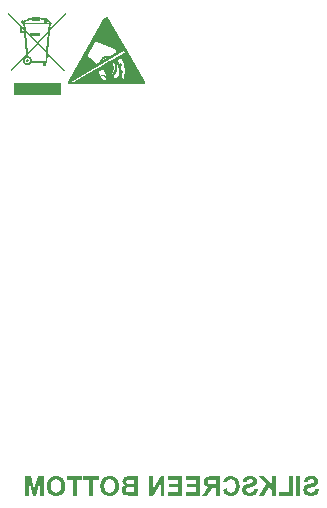
<source format=gbo>
G04*
G04 #@! TF.GenerationSoftware,Altium Limited,Altium Designer,23.2.1 (34)*
G04*
G04 Layer_Color=32896*
%FSLAX25Y25*%
%MOIN*%
G70*
G04*
G04 #@! TF.SameCoordinates,387CD6D3-576D-47AB-95CD-A910FB3B32EF*
G04*
G04*
G04 #@! TF.FilePolarity,Positive*
G04*
G01*
G75*
%ADD10C,0.00500*%
%ADD11C,0.00787*%
%ADD163C,0.00010*%
%ADD164C,0.00748*%
%ADD165C,0.00541*%
%ADD166C,0.00300*%
G36*
X96575Y112652D02*
X96575D01*
X96575Y112652D01*
X96575Y112652D01*
D02*
G37*
G36*
X95968Y112367D02*
X95968Y112367D01*
X95968Y112367D01*
X95968Y112367D01*
X95968Y112367D01*
D02*
G37*
G36*
X95968Y112367D02*
X95968Y112367D01*
X95968Y112367D01*
X95968Y112367D01*
D02*
G37*
G36*
X95965Y112365D02*
X95965Y112365D01*
X95965Y112365D01*
X95964Y112365D01*
X95964Y112365D01*
X95964Y112365D01*
D01*
X95964Y112365D01*
X95964Y112365D01*
X95964Y112365D01*
X95964Y112365D01*
X95965Y112365D01*
X95965Y112365D01*
X95964Y112365D01*
X95965Y112365D01*
X95965Y112365D01*
X95965Y112365D01*
X95966Y112366D01*
X95967Y112366D01*
X95967Y112367D01*
X95968Y112367D01*
X95968Y112367D01*
X95968Y112367D01*
X95968Y112367D01*
X95965Y112365D01*
D02*
G37*
G36*
X94923Y109960D02*
X95293Y109960D01*
X95215Y110801D01*
X95015D01*
Y111381D01*
X95373D01*
Y111381D01*
X95373Y111382D01*
X95373Y111383D01*
X95373Y111384D01*
X95373Y111385D01*
X95373D01*
X95373Y111385D01*
X95488Y111963D01*
Y111963D01*
X95488Y111963D01*
X95488Y111963D01*
X95488Y111963D01*
X95489Y111964D01*
X95490Y111967D01*
X95491Y111969D01*
X95492Y111971D01*
X95493Y111972D01*
X95489Y111964D01*
X95493Y111973D01*
X95493Y111972D01*
X95493Y111972D01*
X95493Y111972D01*
X95493Y111972D01*
X95493Y111973D01*
X95493Y111973D01*
X95493Y111973D01*
Y111973D01*
X95590Y112087D01*
X95591Y112087D01*
X95591Y112087D01*
X95592Y112088D01*
X95592Y112089D01*
X95593Y112090D01*
X95594Y112090D01*
Y112090D01*
X95594Y112090D01*
X95594Y112090D01*
X95594Y112090D01*
X95594Y112090D01*
X95594Y112090D01*
Y112090D01*
X95964Y112365D01*
X95964Y112365D01*
X95968Y112367D01*
X95968Y112367D01*
X95968Y112367D01*
X95968Y112367D01*
X96575Y112652D01*
X96576Y112653D01*
X96575Y112652D01*
X96575Y112652D01*
X96576Y112653D01*
X96577Y112653D01*
X96577Y112653D01*
X96578Y112654D01*
X96579Y112654D01*
Y112654D01*
X97275Y112850D01*
X97276Y112850D01*
X97276Y112850D01*
X97277Y112850D01*
X97277Y112850D01*
X97277Y112850D01*
Y112850D01*
X97829Y112950D01*
X97829Y112950D01*
X97829Y112951D01*
X97829Y112951D01*
X97829Y112951D01*
X97829Y112951D01*
X97829D01*
X97829Y112951D01*
X97829D01*
X97829Y112951D01*
X97830Y112951D01*
X97830Y112951D01*
X97830D01*
X97830Y112951D01*
X98014Y112973D01*
X98014Y112973D01*
X98014Y112973D01*
X98015Y112973D01*
X98015Y112973D01*
D01*
X98015Y112973D01*
X98015Y112973D01*
X98015Y112973D01*
Y112973D01*
X98017Y112974D01*
Y113234D01*
X100751D01*
Y113014D01*
X100873Y113006D01*
X101501Y112942D01*
X102134Y112835D01*
X102257Y112807D01*
Y112864D01*
X103207D01*
X103208Y112517D01*
X103211Y112518D01*
X103216Y112515D01*
X103216Y112515D01*
X103216Y112515D01*
X103216Y112515D01*
X103217Y112515D01*
X103308Y112474D01*
X103309Y112473D01*
X103309Y112473D01*
X103309Y112473D01*
X103309Y112473D01*
X103310Y112473D01*
X103310Y112473D01*
X103310Y112473D01*
X103310Y112473D01*
X103310Y112473D01*
X103310Y112473D01*
X103310Y112472D01*
X103310Y112472D01*
X103577Y112324D01*
X103577Y112324D01*
X103577Y112324D01*
X103577Y112324D01*
X103578Y112323D01*
X103578Y112323D01*
X103579Y112323D01*
X103579Y112322D01*
X103890Y112093D01*
X103890Y112093D01*
X103891Y112092D01*
X103892Y112092D01*
X103893Y112091D01*
X103893Y112091D01*
X103893Y112091D01*
X103893Y112091D01*
X103893Y112091D01*
X103893Y112091D01*
X103893Y112090D01*
X103893Y112090D01*
X104145Y111820D01*
X104146Y111820D01*
X104146Y111820D01*
X104146Y111819D01*
X104147Y111819D01*
X104147Y111818D01*
X104148Y111817D01*
X104148Y111817D01*
X104148Y111816D01*
X104296Y111584D01*
X104297Y111584D01*
X104297Y111583D01*
X104297Y111583D01*
X104297Y111582D01*
X104298Y111581D01*
X104298Y111581D01*
X104334Y111497D01*
X104334Y111498D01*
X104338Y111488D01*
X104338Y111487D01*
X104339Y111487D01*
X104339Y111487D01*
X104339Y111487D01*
X104339Y111487D01*
X104339Y111487D01*
X104339Y111486D01*
X104339Y111486D01*
X104373Y111396D01*
X104373Y111396D01*
X104373Y111396D01*
X104374Y111395D01*
X104374Y111395D01*
X104374Y111395D01*
X104376Y111387D01*
X104376Y111387D01*
X104378Y111382D01*
X104377Y111381D01*
X104945D01*
Y110801D01*
X104305D01*
X104163Y109204D01*
X109528Y114853D01*
Y114219D01*
X104101Y108495D01*
X103461Y101271D01*
X109188Y95443D01*
X108862Y95123D01*
X103409Y100678D01*
X103183Y98126D01*
X103183Y98126D01*
X103183Y98126D01*
X103170Y98094D01*
X103136Y98034D01*
X103096Y97978D01*
X103050Y97927D01*
X103024Y97904D01*
D01*
X102959Y97877D01*
X102936Y97874D01*
Y97035D01*
X101906D01*
Y97874D01*
X97815Y97872D01*
Y98428D01*
X102651D01*
X102889Y101207D01*
X99991Y104159D01*
X96715Y100704D01*
X96760Y100211D01*
X96095Y99768D01*
X96111Y100067D01*
X91479Y95181D01*
X91147Y95496D01*
X96150Y100765D01*
X95474Y108021D01*
X94207D01*
Y109960D01*
X94296Y109960D01*
X90041Y114294D01*
Y114928D01*
X94923Y109960D01*
D02*
G37*
G36*
X107854Y87260D02*
X92106D01*
Y91197D01*
X107854D01*
Y87260D01*
D02*
G37*
G36*
X179507Y-46286D02*
X178212D01*
Y-44353D01*
X177167Y-43280D01*
X175400Y-46286D01*
X173726D01*
X176269Y-42382D01*
X173846Y-39885D01*
X175585D01*
X178212Y-42734D01*
Y-39885D01*
X179507D01*
Y-46286D01*
D02*
G37*
G36*
X142239Y-46286D02*
X141045D01*
Y-42068D01*
X138446Y-46286D01*
X137151D01*
Y-39885D01*
X138344D01*
Y-44195D01*
X140990Y-39885D01*
X142239D01*
Y-46286D01*
D02*
G37*
G36*
X102010Y-46286D02*
X100817D01*
Y-41254D01*
X99559Y-46286D01*
X98310D01*
X97052Y-41254D01*
X97043Y-46286D01*
X95850D01*
Y-39885D01*
X97792D01*
X98930Y-44260D01*
X100077Y-39885D01*
X102010D01*
Y-46286D01*
D02*
G37*
G36*
X164568Y-39774D02*
X164809Y-39802D01*
X165021Y-39848D01*
X165234Y-39903D01*
X165419Y-39968D01*
X165604Y-40042D01*
X165761Y-40125D01*
X165909Y-40209D01*
X166048Y-40292D01*
X166159Y-40375D01*
X166261Y-40449D01*
X166344Y-40514D01*
X166409Y-40569D01*
X166455Y-40616D01*
X166483Y-40643D01*
X166492Y-40653D01*
X166640Y-40828D01*
X166760Y-41013D01*
X166871Y-41208D01*
X166964Y-41411D01*
X167047Y-41624D01*
X167112Y-41827D01*
X167167Y-42031D01*
X167214Y-42225D01*
X167251Y-42419D01*
X167269Y-42586D01*
X167288Y-42743D01*
X167306Y-42873D01*
Y-42984D01*
X167315Y-43067D01*
Y-43122D01*
Y-43132D01*
Y-43141D01*
X167306Y-43418D01*
X167278Y-43677D01*
X167241Y-43927D01*
X167186Y-44149D01*
X167130Y-44362D01*
X167056Y-44565D01*
X166982Y-44741D01*
X166908Y-44898D01*
X166834Y-45046D01*
X166760Y-45176D01*
X166686Y-45278D01*
X166631Y-45370D01*
X166575Y-45435D01*
X166538Y-45490D01*
X166511Y-45518D01*
X166501Y-45527D01*
X166344Y-45685D01*
X166178Y-45814D01*
X166002Y-45934D01*
X165826Y-46027D01*
X165650Y-46110D01*
X165475Y-46184D01*
X165308Y-46240D01*
X165151Y-46286D01*
X164994Y-46323D01*
X164855Y-46351D01*
X164725Y-46369D01*
X164624Y-46378D01*
X164531Y-46388D01*
X164466Y-46397D01*
X164411D01*
X164217Y-46388D01*
X164041Y-46378D01*
X163865Y-46351D01*
X163708Y-46314D01*
X163560Y-46277D01*
X163421Y-46240D01*
X163292Y-46193D01*
X163171Y-46138D01*
X163070Y-46092D01*
X162977Y-46045D01*
X162894Y-46008D01*
X162829Y-45971D01*
X162774Y-45934D01*
X162737Y-45907D01*
X162718Y-45897D01*
X162709Y-45888D01*
X162589Y-45786D01*
X162478Y-45675D01*
X162274Y-45426D01*
X162108Y-45167D01*
X161978Y-44917D01*
X161923Y-44797D01*
X161876Y-44686D01*
X161839Y-44584D01*
X161802Y-44501D01*
X161775Y-44427D01*
X161756Y-44371D01*
X161747Y-44334D01*
Y-44325D01*
X163005Y-43936D01*
X163079Y-44186D01*
X163162Y-44399D01*
X163245Y-44575D01*
X163338Y-44723D01*
X163412Y-44834D01*
X163477Y-44908D01*
X163523Y-44954D01*
X163541Y-44972D01*
X163689Y-45083D01*
X163837Y-45157D01*
X163985Y-45213D01*
X164115Y-45259D01*
X164235Y-45278D01*
X164337Y-45287D01*
X164374Y-45296D01*
X164420D01*
X164550Y-45287D01*
X164670Y-45278D01*
X164892Y-45213D01*
X165086Y-45139D01*
X165243Y-45037D01*
X165373Y-44945D01*
X165465Y-44871D01*
X165502Y-44834D01*
X165530Y-44806D01*
X165539Y-44797D01*
X165549Y-44787D01*
X165623Y-44686D01*
X165687Y-44565D01*
X165752Y-44436D01*
X165798Y-44297D01*
X165872Y-44010D01*
X165928Y-43724D01*
X165946Y-43585D01*
X165956Y-43465D01*
X165974Y-43344D01*
Y-43243D01*
X165983Y-43169D01*
Y-43104D01*
Y-43058D01*
Y-43048D01*
X165974Y-42836D01*
X165965Y-42641D01*
X165946Y-42466D01*
X165919Y-42299D01*
X165882Y-42151D01*
X165845Y-42012D01*
X165808Y-41892D01*
X165761Y-41781D01*
X165724Y-41689D01*
X165687Y-41605D01*
X165650Y-41541D01*
X165613Y-41485D01*
X165586Y-41439D01*
X165567Y-41411D01*
X165549Y-41393D01*
Y-41383D01*
X165465Y-41291D01*
X165373Y-41208D01*
X165280Y-41143D01*
X165179Y-41087D01*
X164984Y-40995D01*
X164799Y-40930D01*
X164642Y-40893D01*
X164568Y-40884D01*
X164513Y-40875D01*
X164457Y-40865D01*
X164392D01*
X164207Y-40875D01*
X164041Y-40912D01*
X163893Y-40958D01*
X163763Y-41013D01*
X163662Y-41069D01*
X163588Y-41115D01*
X163541Y-41152D01*
X163523Y-41161D01*
X163403Y-41272D01*
X163292Y-41402D01*
X163208Y-41531D01*
X163144Y-41661D01*
X163097Y-41772D01*
X163070Y-41855D01*
X163051Y-41892D01*
Y-41920D01*
X163042Y-41929D01*
Y-41938D01*
X161765Y-41633D01*
X161858Y-41365D01*
X161960Y-41134D01*
X162071Y-40930D01*
X162172Y-40764D01*
X162274Y-40634D01*
X162311Y-40579D01*
X162348Y-40532D01*
X162376Y-40505D01*
X162404Y-40477D01*
X162413Y-40458D01*
X162422D01*
X162561Y-40338D01*
X162718Y-40227D01*
X162866Y-40135D01*
X163023Y-40061D01*
X163190Y-39987D01*
X163347Y-39931D01*
X163504Y-39885D01*
X163652Y-39848D01*
X163791Y-39820D01*
X163921Y-39802D01*
X164032Y-39783D01*
X164133Y-39774D01*
X164217Y-39765D01*
X164328D01*
X164568Y-39774D01*
D02*
G37*
G36*
X187508Y-46286D02*
X186213D01*
Y-39885D01*
X187508D01*
Y-46286D01*
D02*
G37*
G36*
X184946D02*
X180432D01*
Y-45204D01*
X183651D01*
Y-39931D01*
X184946D01*
Y-46286D01*
D02*
G37*
G36*
X160628Y-46286D02*
X159333D01*
Y-43613D01*
X158916D01*
X158787Y-43622D01*
X158676Y-43631D01*
X158583Y-43650D01*
X158509Y-43659D01*
X158463Y-43677D01*
X158435Y-43687D01*
X158426D01*
X158352Y-43724D01*
X158278Y-43761D01*
X158213Y-43807D01*
X158149Y-43844D01*
X158102Y-43890D01*
X158065Y-43927D01*
X158047Y-43946D01*
X158038Y-43955D01*
X158001Y-44001D01*
X157954Y-44047D01*
X157853Y-44186D01*
X157742Y-44334D01*
X157621Y-44501D01*
X157520Y-44649D01*
X157473Y-44723D01*
X157436Y-44778D01*
X157399Y-44824D01*
X157372Y-44861D01*
X157362Y-44889D01*
X157353Y-44898D01*
X156428Y-46286D01*
X154874D01*
X155660Y-45037D01*
X155744Y-44908D01*
X155827Y-44778D01*
X155901Y-44667D01*
X155975Y-44565D01*
X156040Y-44473D01*
X156095Y-44380D01*
X156206Y-44242D01*
X156289Y-44131D01*
X156345Y-44057D01*
X156391Y-44010D01*
X156400Y-44001D01*
X156502Y-43890D01*
X156622Y-43788D01*
X156733Y-43705D01*
X156844Y-43622D01*
X156937Y-43557D01*
X157011Y-43511D01*
X157066Y-43474D01*
X157076Y-43465D01*
X157085D01*
X156928Y-43437D01*
X156789Y-43400D01*
X156659Y-43363D01*
X156530Y-43317D01*
X156419Y-43270D01*
X156317Y-43224D01*
X156215Y-43178D01*
X156132Y-43122D01*
X156058Y-43076D01*
X155993Y-43030D01*
X155938Y-42984D01*
X155901Y-42947D01*
X155864Y-42919D01*
X155836Y-42891D01*
X155827Y-42882D01*
X155818Y-42873D01*
X155744Y-42780D01*
X155679Y-42688D01*
X155568Y-42484D01*
X155494Y-42290D01*
X155448Y-42096D01*
X155411Y-41929D01*
X155401Y-41864D01*
Y-41800D01*
X155392Y-41753D01*
Y-41707D01*
Y-41689D01*
Y-41679D01*
X155401Y-41476D01*
X155438Y-41282D01*
X155485Y-41115D01*
X155531Y-40967D01*
X155586Y-40847D01*
X155633Y-40754D01*
X155651Y-40727D01*
X155670Y-40699D01*
X155679Y-40690D01*
Y-40680D01*
X155790Y-40523D01*
X155910Y-40394D01*
X156030Y-40292D01*
X156151Y-40199D01*
X156262Y-40144D01*
X156345Y-40098D01*
X156400Y-40070D01*
X156410Y-40061D01*
X156419D01*
X156511Y-40033D01*
X156613Y-40005D01*
X156844Y-39959D01*
X157094Y-39931D01*
X157335Y-39903D01*
X157455D01*
X157557Y-39894D01*
X157658D01*
X157742Y-39885D01*
X160628D01*
Y-46286D01*
D02*
G37*
G36*
X154171D02*
X149306D01*
Y-45204D01*
X152876D01*
Y-43465D01*
X149666D01*
Y-42382D01*
X152876D01*
Y-40967D01*
X149426D01*
Y-39885D01*
X154171D01*
Y-46286D01*
D02*
G37*
G36*
X148205D02*
X143339D01*
Y-45204D01*
X146910D01*
Y-43465D01*
X143700D01*
Y-42382D01*
X146910D01*
Y-40967D01*
X143460D01*
Y-39885D01*
X148205D01*
Y-46286D01*
D02*
G37*
G36*
X133294D02*
X130519D01*
X130362Y-46277D01*
X130084D01*
X129973Y-46267D01*
X129797D01*
X129733Y-46258D01*
X129640D01*
X129603Y-46249D01*
X129566D01*
X129381Y-46221D01*
X129215Y-46175D01*
X129067Y-46129D01*
X128937Y-46073D01*
X128835Y-46027D01*
X128761Y-45981D01*
X128715Y-45953D01*
X128697Y-45944D01*
X128567Y-45842D01*
X128465Y-45731D01*
X128364Y-45629D01*
X128290Y-45518D01*
X128225Y-45426D01*
X128179Y-45352D01*
X128151Y-45305D01*
X128142Y-45287D01*
X128077Y-45130D01*
X128021Y-44982D01*
X127984Y-44834D01*
X127966Y-44704D01*
X127947Y-44593D01*
X127938Y-44510D01*
Y-44454D01*
Y-44445D01*
Y-44436D01*
X127947Y-44232D01*
X127984Y-44047D01*
X128040Y-43890D01*
X128095Y-43742D01*
X128151Y-43631D01*
X128206Y-43548D01*
X128243Y-43492D01*
X128253Y-43474D01*
X128382Y-43326D01*
X128521Y-43206D01*
X128678Y-43104D01*
X128817Y-43030D01*
X128946Y-42965D01*
X129057Y-42919D01*
X129094Y-42910D01*
X129122Y-42900D01*
X129141Y-42891D01*
X129150D01*
X129002Y-42808D01*
X128872Y-42725D01*
X128761Y-42623D01*
X128669Y-42540D01*
X128604Y-42456D01*
X128549Y-42392D01*
X128512Y-42345D01*
X128502Y-42327D01*
X128419Y-42179D01*
X128354Y-42040D01*
X128317Y-41901D01*
X128280Y-41772D01*
X128262Y-41661D01*
X128253Y-41578D01*
Y-41522D01*
Y-41513D01*
Y-41504D01*
X128262Y-41356D01*
X128280Y-41208D01*
X128317Y-41087D01*
X128354Y-40976D01*
X128391Y-40884D01*
X128428Y-40810D01*
X128447Y-40773D01*
X128456Y-40754D01*
X128530Y-40634D01*
X128613Y-40532D01*
X128697Y-40440D01*
X128771Y-40357D01*
X128845Y-40301D01*
X128900Y-40255D01*
X128937Y-40227D01*
X128946Y-40218D01*
X129057Y-40144D01*
X129178Y-40088D01*
X129289Y-40042D01*
X129390Y-40005D01*
X129483Y-39977D01*
X129548Y-39959D01*
X129594Y-39950D01*
X129612D01*
X129770Y-39931D01*
X129945Y-39913D01*
X130130Y-39903D01*
X130315Y-39894D01*
X130482Y-39885D01*
X133294D01*
Y-46286D01*
D02*
G37*
G36*
X120335Y-40967D02*
X118438D01*
Y-46286D01*
X117143D01*
Y-40967D01*
X115256D01*
Y-39885D01*
X120335D01*
Y-40967D01*
D02*
G37*
G36*
X114868D02*
X112972D01*
Y-46286D01*
X111677D01*
Y-40967D01*
X109790D01*
Y-39885D01*
X114868D01*
Y-40967D01*
D02*
G37*
G36*
X191467Y-39774D02*
X191708Y-39802D01*
X191920Y-39839D01*
X192105Y-39876D01*
X192189Y-39903D01*
X192263Y-39922D01*
X192318Y-39940D01*
X192374Y-39959D01*
X192411Y-39977D01*
X192438Y-39987D01*
X192457Y-39996D01*
X192466D01*
X192651Y-40088D01*
X192808Y-40190D01*
X192947Y-40301D01*
X193058Y-40403D01*
X193151Y-40495D01*
X193206Y-40569D01*
X193252Y-40625D01*
X193262Y-40634D01*
Y-40643D01*
X193354Y-40801D01*
X193419Y-40967D01*
X193465Y-41124D01*
X193493Y-41263D01*
X193511Y-41383D01*
X193530Y-41476D01*
Y-41513D01*
Y-41541D01*
Y-41550D01*
Y-41559D01*
X193521Y-41698D01*
X193502Y-41837D01*
X193474Y-41957D01*
X193437Y-42077D01*
X193345Y-42299D01*
X193234Y-42493D01*
X193188Y-42577D01*
X193132Y-42641D01*
X193086Y-42706D01*
X193040Y-42762D01*
X193003Y-42799D01*
X192975Y-42826D01*
X192956Y-42845D01*
X192947Y-42854D01*
X192864Y-42919D01*
X192762Y-42984D01*
X192660Y-43048D01*
X192540Y-43104D01*
X192309Y-43215D01*
X192068Y-43307D01*
X191948Y-43344D01*
X191846Y-43381D01*
X191745Y-43409D01*
X191661Y-43437D01*
X191597Y-43455D01*
X191541Y-43474D01*
X191504Y-43483D01*
X191495D01*
X191347Y-43520D01*
X191217Y-43557D01*
X191097Y-43585D01*
X190986Y-43613D01*
X190894Y-43640D01*
X190810Y-43659D01*
X190736Y-43687D01*
X190672Y-43705D01*
X190616Y-43714D01*
X190570Y-43733D01*
X190505Y-43751D01*
X190468Y-43770D01*
X190459D01*
X190339Y-43816D01*
X190246Y-43862D01*
X190163Y-43909D01*
X190098Y-43955D01*
X190052Y-43992D01*
X190024Y-44020D01*
X190006Y-44038D01*
X189996Y-44047D01*
X189950Y-44112D01*
X189913Y-44177D01*
X189895Y-44242D01*
X189876Y-44297D01*
X189867Y-44353D01*
X189858Y-44399D01*
Y-44427D01*
Y-44436D01*
X189867Y-44565D01*
X189904Y-44676D01*
X189959Y-44787D01*
X190015Y-44880D01*
X190080Y-44954D01*
X190126Y-45009D01*
X190163Y-45046D01*
X190181Y-45056D01*
X190311Y-45139D01*
X190459Y-45204D01*
X190616Y-45250D01*
X190764Y-45278D01*
X190903Y-45296D01*
X191014Y-45315D01*
X191116D01*
X191328Y-45305D01*
X191513Y-45268D01*
X191671Y-45222D01*
X191809Y-45167D01*
X191920Y-45111D01*
X191994Y-45065D01*
X192041Y-45028D01*
X192059Y-45019D01*
X192179Y-44889D01*
X192272Y-44750D01*
X192355Y-44593D01*
X192411Y-44436D01*
X192457Y-44297D01*
X192494Y-44186D01*
X192503Y-44149D01*
Y-44112D01*
X192512Y-44094D01*
Y-44084D01*
X193770Y-44205D01*
X193743Y-44399D01*
X193706Y-44584D01*
X193650Y-44760D01*
X193604Y-44917D01*
X193539Y-45065D01*
X193474Y-45204D01*
X193410Y-45324D01*
X193345Y-45435D01*
X193280Y-45527D01*
X193215Y-45611D01*
X193160Y-45685D01*
X193104Y-45749D01*
X193067Y-45796D01*
X193030Y-45823D01*
X193012Y-45842D01*
X193003Y-45851D01*
X192873Y-45953D01*
X192734Y-46036D01*
X192586Y-46110D01*
X192429Y-46175D01*
X192281Y-46221D01*
X192124Y-46267D01*
X191819Y-46332D01*
X191680Y-46360D01*
X191550Y-46378D01*
X191439Y-46388D01*
X191338Y-46397D01*
X191254Y-46406D01*
X191134D01*
X190838Y-46397D01*
X190570Y-46369D01*
X190329Y-46332D01*
X190228Y-46314D01*
X190126Y-46286D01*
X190043Y-46267D01*
X189969Y-46249D01*
X189904Y-46230D01*
X189848Y-46212D01*
X189802Y-46193D01*
X189774Y-46184D01*
X189756Y-46175D01*
X189747D01*
X189543Y-46073D01*
X189377Y-45962D01*
X189219Y-45851D01*
X189099Y-45731D01*
X189007Y-45629D01*
X188933Y-45537D01*
X188896Y-45481D01*
X188877Y-45472D01*
Y-45463D01*
X188775Y-45278D01*
X188692Y-45102D01*
X188637Y-44926D01*
X188600Y-44760D01*
X188581Y-44630D01*
X188572Y-44565D01*
X188563Y-44519D01*
Y-44482D01*
Y-44454D01*
Y-44436D01*
Y-44427D01*
X188572Y-44205D01*
X188600Y-44010D01*
X188646Y-43835D01*
X188692Y-43687D01*
X188738Y-43566D01*
X188785Y-43483D01*
X188812Y-43428D01*
X188822Y-43409D01*
X188923Y-43261D01*
X189044Y-43132D01*
X189164Y-43021D01*
X189275Y-42928D01*
X189377Y-42854D01*
X189460Y-42799D01*
X189515Y-42762D01*
X189525Y-42752D01*
X189534D01*
X189626Y-42706D01*
X189719Y-42660D01*
X189941Y-42577D01*
X190172Y-42503D01*
X190394Y-42429D01*
X190496Y-42401D01*
X190598Y-42373D01*
X190690Y-42345D01*
X190764Y-42327D01*
X190829Y-42308D01*
X190875Y-42299D01*
X190912Y-42290D01*
X190921D01*
X191088Y-42244D01*
X191236Y-42207D01*
X191375Y-42170D01*
X191504Y-42133D01*
X191606Y-42096D01*
X191708Y-42059D01*
X191791Y-42022D01*
X191865Y-41994D01*
X191930Y-41966D01*
X191976Y-41938D01*
X192022Y-41920D01*
X192050Y-41901D01*
X192096Y-41874D01*
X192105Y-41864D01*
X192170Y-41800D01*
X192216Y-41735D01*
X192244Y-41670D01*
X192263Y-41605D01*
X192281Y-41559D01*
X192290Y-41513D01*
Y-41485D01*
Y-41476D01*
X192281Y-41383D01*
X192263Y-41309D01*
X192226Y-41235D01*
X192189Y-41180D01*
X192152Y-41134D01*
X192115Y-41106D01*
X192096Y-41087D01*
X192087Y-41078D01*
X191957Y-40995D01*
X191819Y-40939D01*
X191671Y-40893D01*
X191532Y-40865D01*
X191412Y-40847D01*
X191310Y-40838D01*
X191217D01*
X191023Y-40847D01*
X190857Y-40875D01*
X190718Y-40912D01*
X190607Y-40949D01*
X190514Y-40986D01*
X190450Y-41023D01*
X190413Y-41050D01*
X190403Y-41060D01*
X190311Y-41152D01*
X190228Y-41263D01*
X190163Y-41374D01*
X190117Y-41494D01*
X190080Y-41596D01*
X190061Y-41679D01*
X190043Y-41744D01*
Y-41753D01*
Y-41763D01*
X188748Y-41716D01*
X188757Y-41550D01*
X188785Y-41402D01*
X188822Y-41254D01*
X188868Y-41124D01*
X188914Y-40995D01*
X188970Y-40875D01*
X189025Y-40773D01*
X189081Y-40671D01*
X189145Y-40588D01*
X189201Y-40514D01*
X189256Y-40449D01*
X189303Y-40394D01*
X189340Y-40357D01*
X189367Y-40329D01*
X189386Y-40310D01*
X189395Y-40301D01*
X189515Y-40209D01*
X189645Y-40125D01*
X189784Y-40051D01*
X189932Y-39987D01*
X190080Y-39940D01*
X190228Y-39894D01*
X190524Y-39829D01*
X190662Y-39811D01*
X190783Y-39792D01*
X190903Y-39783D01*
X191005Y-39774D01*
X191088Y-39765D01*
X191199D01*
X191467Y-39774D01*
D02*
G37*
G36*
X171089D02*
X171330Y-39802D01*
X171543Y-39839D01*
X171728Y-39876D01*
X171811Y-39903D01*
X171885Y-39922D01*
X171940Y-39940D01*
X171996Y-39959D01*
X172033Y-39977D01*
X172061Y-39987D01*
X172079Y-39996D01*
X172088D01*
X172273Y-40088D01*
X172431Y-40190D01*
X172569Y-40301D01*
X172680Y-40403D01*
X172773Y-40495D01*
X172828Y-40569D01*
X172875Y-40625D01*
X172884Y-40634D01*
Y-40643D01*
X172976Y-40801D01*
X173041Y-40967D01*
X173087Y-41124D01*
X173115Y-41263D01*
X173134Y-41383D01*
X173152Y-41476D01*
Y-41513D01*
Y-41541D01*
Y-41550D01*
Y-41559D01*
X173143Y-41698D01*
X173124Y-41837D01*
X173097Y-41957D01*
X173060Y-42077D01*
X172967Y-42299D01*
X172856Y-42493D01*
X172810Y-42577D01*
X172754Y-42641D01*
X172708Y-42706D01*
X172662Y-42762D01*
X172625Y-42799D01*
X172597Y-42826D01*
X172579Y-42845D01*
X172569Y-42854D01*
X172486Y-42919D01*
X172384Y-42984D01*
X172283Y-43048D01*
X172162Y-43104D01*
X171931Y-43215D01*
X171691Y-43307D01*
X171570Y-43344D01*
X171469Y-43381D01*
X171367Y-43409D01*
X171284Y-43437D01*
X171219Y-43455D01*
X171163Y-43474D01*
X171126Y-43483D01*
X171117D01*
X170969Y-43520D01*
X170840Y-43557D01*
X170719Y-43585D01*
X170608Y-43613D01*
X170516Y-43640D01*
X170433Y-43659D01*
X170359Y-43687D01*
X170294Y-43705D01*
X170238Y-43714D01*
X170192Y-43733D01*
X170127Y-43751D01*
X170090Y-43770D01*
X170081D01*
X169961Y-43816D01*
X169868Y-43862D01*
X169785Y-43909D01*
X169720Y-43955D01*
X169674Y-43992D01*
X169646Y-44020D01*
X169628Y-44038D01*
X169619Y-44047D01*
X169572Y-44112D01*
X169535Y-44177D01*
X169517Y-44242D01*
X169498Y-44297D01*
X169489Y-44353D01*
X169480Y-44399D01*
Y-44427D01*
Y-44436D01*
X169489Y-44565D01*
X169526Y-44676D01*
X169582Y-44787D01*
X169637Y-44880D01*
X169702Y-44954D01*
X169748Y-45009D01*
X169785Y-45046D01*
X169804Y-45056D01*
X169933Y-45139D01*
X170081Y-45204D01*
X170238Y-45250D01*
X170386Y-45278D01*
X170525Y-45296D01*
X170636Y-45315D01*
X170738D01*
X170951Y-45305D01*
X171136Y-45268D01*
X171293Y-45222D01*
X171432Y-45167D01*
X171543Y-45111D01*
X171617Y-45065D01*
X171663Y-45028D01*
X171681Y-45019D01*
X171802Y-44889D01*
X171894Y-44750D01*
X171977Y-44593D01*
X172033Y-44436D01*
X172079Y-44297D01*
X172116Y-44186D01*
X172125Y-44149D01*
Y-44112D01*
X172135Y-44094D01*
Y-44084D01*
X173393Y-44205D01*
X173365Y-44399D01*
X173328Y-44584D01*
X173272Y-44760D01*
X173226Y-44917D01*
X173161Y-45065D01*
X173097Y-45204D01*
X173032Y-45324D01*
X172967Y-45435D01*
X172902Y-45527D01*
X172838Y-45611D01*
X172782Y-45685D01*
X172727Y-45749D01*
X172690Y-45796D01*
X172653Y-45823D01*
X172634Y-45842D01*
X172625Y-45851D01*
X172495Y-45953D01*
X172357Y-46036D01*
X172209Y-46110D01*
X172051Y-46175D01*
X171903Y-46221D01*
X171746Y-46267D01*
X171441Y-46332D01*
X171302Y-46360D01*
X171173Y-46378D01*
X171062Y-46388D01*
X170960Y-46397D01*
X170877Y-46406D01*
X170756D01*
X170460Y-46397D01*
X170192Y-46369D01*
X169952Y-46332D01*
X169850Y-46314D01*
X169748Y-46286D01*
X169665Y-46267D01*
X169591Y-46249D01*
X169526Y-46230D01*
X169471Y-46212D01*
X169424Y-46193D01*
X169397Y-46184D01*
X169378Y-46175D01*
X169369D01*
X169165Y-46073D01*
X168999Y-45962D01*
X168842Y-45851D01*
X168721Y-45731D01*
X168629Y-45629D01*
X168555Y-45537D01*
X168518Y-45481D01*
X168499Y-45472D01*
Y-45463D01*
X168398Y-45278D01*
X168314Y-45102D01*
X168259Y-44926D01*
X168222Y-44760D01*
X168203Y-44630D01*
X168194Y-44565D01*
X168185Y-44519D01*
Y-44482D01*
Y-44454D01*
Y-44436D01*
Y-44427D01*
X168194Y-44205D01*
X168222Y-44010D01*
X168268Y-43835D01*
X168314Y-43687D01*
X168361Y-43566D01*
X168407Y-43483D01*
X168435Y-43428D01*
X168444Y-43409D01*
X168546Y-43261D01*
X168666Y-43132D01*
X168786Y-43021D01*
X168897Y-42928D01*
X168999Y-42854D01*
X169082Y-42799D01*
X169138Y-42762D01*
X169147Y-42752D01*
X169156D01*
X169249Y-42706D01*
X169341Y-42660D01*
X169563Y-42577D01*
X169794Y-42503D01*
X170016Y-42429D01*
X170118Y-42401D01*
X170220Y-42373D01*
X170312Y-42345D01*
X170386Y-42327D01*
X170451Y-42308D01*
X170497Y-42299D01*
X170534Y-42290D01*
X170544D01*
X170710Y-42244D01*
X170858Y-42207D01*
X170997Y-42170D01*
X171126Y-42133D01*
X171228Y-42096D01*
X171330Y-42059D01*
X171413Y-42022D01*
X171487Y-41994D01*
X171552Y-41966D01*
X171598Y-41938D01*
X171644Y-41920D01*
X171672Y-41901D01*
X171718Y-41874D01*
X171728Y-41864D01*
X171792Y-41800D01*
X171839Y-41735D01*
X171866Y-41670D01*
X171885Y-41605D01*
X171903Y-41559D01*
X171913Y-41513D01*
Y-41485D01*
Y-41476D01*
X171903Y-41383D01*
X171885Y-41309D01*
X171848Y-41235D01*
X171811Y-41180D01*
X171774Y-41134D01*
X171737Y-41106D01*
X171718Y-41087D01*
X171709Y-41078D01*
X171580Y-40995D01*
X171441Y-40939D01*
X171293Y-40893D01*
X171154Y-40865D01*
X171034Y-40847D01*
X170932Y-40838D01*
X170840D01*
X170645Y-40847D01*
X170479Y-40875D01*
X170340Y-40912D01*
X170229Y-40949D01*
X170137Y-40986D01*
X170072Y-41023D01*
X170035Y-41050D01*
X170026Y-41060D01*
X169933Y-41152D01*
X169850Y-41263D01*
X169785Y-41374D01*
X169739Y-41494D01*
X169702Y-41596D01*
X169683Y-41679D01*
X169665Y-41744D01*
Y-41753D01*
Y-41763D01*
X168370Y-41716D01*
X168379Y-41550D01*
X168407Y-41402D01*
X168444Y-41254D01*
X168490Y-41124D01*
X168536Y-40995D01*
X168592Y-40875D01*
X168647Y-40773D01*
X168703Y-40671D01*
X168768Y-40588D01*
X168823Y-40514D01*
X168879Y-40449D01*
X168925Y-40394D01*
X168962Y-40357D01*
X168990Y-40329D01*
X169008Y-40310D01*
X169017Y-40301D01*
X169138Y-40209D01*
X169267Y-40125D01*
X169406Y-40051D01*
X169554Y-39987D01*
X169702Y-39940D01*
X169850Y-39894D01*
X170146Y-39829D01*
X170285Y-39811D01*
X170405Y-39792D01*
X170525Y-39783D01*
X170627Y-39774D01*
X170710Y-39765D01*
X170821D01*
X171089Y-39774D01*
D02*
G37*
G36*
X124294Y-39774D02*
X124562Y-39802D01*
X124793Y-39848D01*
X124997Y-39894D01*
X125080Y-39922D01*
X125163Y-39940D01*
X125228Y-39959D01*
X125283Y-39987D01*
X125330Y-39996D01*
X125367Y-40014D01*
X125385Y-40024D01*
X125394D01*
X125561Y-40098D01*
X125718Y-40190D01*
X125857Y-40292D01*
X125977Y-40384D01*
X126079Y-40468D01*
X126162Y-40542D01*
X126208Y-40588D01*
X126218Y-40597D01*
X126227Y-40606D01*
X126356Y-40754D01*
X126477Y-40912D01*
X126578Y-41050D01*
X126662Y-41189D01*
X126726Y-41309D01*
X126782Y-41402D01*
X126791Y-41439D01*
X126810Y-41467D01*
X126819Y-41476D01*
Y-41485D01*
X126911Y-41744D01*
X126985Y-42022D01*
X127032Y-42299D01*
X127069Y-42558D01*
X127078Y-42678D01*
X127087Y-42789D01*
X127096Y-42882D01*
Y-42965D01*
X127106Y-43039D01*
Y-43085D01*
Y-43122D01*
Y-43132D01*
X127096Y-43409D01*
X127069Y-43677D01*
X127032Y-43927D01*
X126976Y-44158D01*
X126911Y-44371D01*
X126837Y-44565D01*
X126763Y-44750D01*
X126680Y-44908D01*
X126606Y-45056D01*
X126532Y-45176D01*
X126458Y-45287D01*
X126393Y-45379D01*
X126338Y-45444D01*
X126301Y-45500D01*
X126273Y-45527D01*
X126264Y-45537D01*
X126097Y-45694D01*
X125922Y-45823D01*
X125746Y-45944D01*
X125552Y-46036D01*
X125367Y-46119D01*
X125172Y-46193D01*
X124997Y-46249D01*
X124812Y-46295D01*
X124645Y-46332D01*
X124488Y-46360D01*
X124349Y-46378D01*
X124229Y-46388D01*
X124136Y-46397D01*
X124062Y-46406D01*
X123998D01*
X123739Y-46397D01*
X123498Y-46369D01*
X123267Y-46323D01*
X123054Y-46267D01*
X122851Y-46203D01*
X122666Y-46129D01*
X122499Y-46055D01*
X122342Y-45971D01*
X122212Y-45888D01*
X122092Y-45814D01*
X121990Y-45740D01*
X121907Y-45675D01*
X121833Y-45620D01*
X121787Y-45574D01*
X121759Y-45546D01*
X121750Y-45537D01*
X121602Y-45361D01*
X121472Y-45176D01*
X121352Y-44982D01*
X121260Y-44787D01*
X121176Y-44584D01*
X121102Y-44380D01*
X121047Y-44177D01*
X121001Y-43983D01*
X120973Y-43807D01*
X120945Y-43631D01*
X120927Y-43483D01*
X120908Y-43354D01*
Y-43243D01*
X120899Y-43159D01*
Y-43113D01*
Y-43095D01*
X120908Y-42808D01*
X120936Y-42540D01*
X120973Y-42290D01*
X121028Y-42049D01*
X121093Y-41837D01*
X121167Y-41633D01*
X121241Y-41448D01*
X121324Y-41291D01*
X121408Y-41143D01*
X121482Y-41013D01*
X121556Y-40902D01*
X121620Y-40810D01*
X121667Y-40745D01*
X121713Y-40690D01*
X121741Y-40662D01*
X121750Y-40653D01*
X121916Y-40495D01*
X122092Y-40357D01*
X122277Y-40236D01*
X122462Y-40135D01*
X122656Y-40051D01*
X122841Y-39977D01*
X123026Y-39922D01*
X123202Y-39876D01*
X123369Y-39839D01*
X123526Y-39811D01*
X123665Y-39792D01*
X123785Y-39774D01*
X123877D01*
X123951Y-39765D01*
X124016D01*
X124294Y-39774D01*
D02*
G37*
G36*
X106404Y-39774D02*
X106672Y-39802D01*
X106904Y-39848D01*
X107107Y-39894D01*
X107190Y-39922D01*
X107274Y-39940D01*
X107338Y-39959D01*
X107394Y-39987D01*
X107440Y-39996D01*
X107477Y-40014D01*
X107496Y-40024D01*
X107505D01*
X107671Y-40098D01*
X107829Y-40190D01*
X107967Y-40292D01*
X108088Y-40384D01*
X108189Y-40468D01*
X108273Y-40542D01*
X108319Y-40588D01*
X108328Y-40597D01*
X108337Y-40606D01*
X108467Y-40754D01*
X108587Y-40912D01*
X108689Y-41050D01*
X108772Y-41189D01*
X108837Y-41309D01*
X108892Y-41402D01*
X108902Y-41439D01*
X108920Y-41467D01*
X108929Y-41476D01*
Y-41485D01*
X109022Y-41744D01*
X109096Y-42022D01*
X109142Y-42299D01*
X109179Y-42558D01*
X109188Y-42678D01*
X109198Y-42789D01*
X109207Y-42882D01*
Y-42965D01*
X109216Y-43039D01*
Y-43085D01*
Y-43122D01*
Y-43132D01*
X109207Y-43409D01*
X109179Y-43677D01*
X109142Y-43927D01*
X109087Y-44158D01*
X109022Y-44371D01*
X108948Y-44565D01*
X108874Y-44750D01*
X108791Y-44908D01*
X108717Y-45056D01*
X108643Y-45176D01*
X108569Y-45287D01*
X108504Y-45379D01*
X108448Y-45444D01*
X108411Y-45500D01*
X108384Y-45527D01*
X108374Y-45537D01*
X108208Y-45694D01*
X108032Y-45823D01*
X107856Y-45944D01*
X107662Y-46036D01*
X107477Y-46119D01*
X107283Y-46193D01*
X107107Y-46249D01*
X106922Y-46295D01*
X106756Y-46332D01*
X106598Y-46360D01*
X106460Y-46378D01*
X106339Y-46388D01*
X106247Y-46397D01*
X106173Y-46406D01*
X106108D01*
X105849Y-46397D01*
X105609Y-46369D01*
X105377Y-46323D01*
X105165Y-46267D01*
X104961Y-46203D01*
X104776Y-46129D01*
X104610Y-46055D01*
X104452Y-45971D01*
X104323Y-45888D01*
X104203Y-45814D01*
X104101Y-45740D01*
X104018Y-45675D01*
X103944Y-45620D01*
X103897Y-45574D01*
X103870Y-45546D01*
X103860Y-45537D01*
X103712Y-45361D01*
X103583Y-45176D01*
X103463Y-44982D01*
X103370Y-44787D01*
X103287Y-44584D01*
X103213Y-44380D01*
X103157Y-44177D01*
X103111Y-43983D01*
X103083Y-43807D01*
X103056Y-43631D01*
X103037Y-43483D01*
X103019Y-43354D01*
Y-43243D01*
X103009Y-43159D01*
Y-43113D01*
Y-43095D01*
X103019Y-42808D01*
X103046Y-42540D01*
X103083Y-42290D01*
X103139Y-42049D01*
X103204Y-41837D01*
X103278Y-41633D01*
X103352Y-41448D01*
X103435Y-41291D01*
X103518Y-41143D01*
X103592Y-41013D01*
X103666Y-40902D01*
X103731Y-40810D01*
X103777Y-40745D01*
X103823Y-40690D01*
X103851Y-40662D01*
X103860Y-40653D01*
X104027Y-40495D01*
X104203Y-40357D01*
X104388Y-40236D01*
X104573Y-40135D01*
X104767Y-40051D01*
X104952Y-39977D01*
X105137Y-39922D01*
X105313Y-39876D01*
X105479Y-39839D01*
X105636Y-39811D01*
X105775Y-39792D01*
X105895Y-39774D01*
X105988D01*
X106062Y-39765D01*
X106127D01*
X106404Y-39774D01*
D02*
G37*
%LPC*%
G36*
X98015Y112973D02*
D01*
X98015Y112973D01*
X98015Y112973D01*
D02*
G37*
G36*
X97830Y112951D02*
X97830Y112951D01*
X97829Y112951D01*
X97830Y112951D01*
D02*
G37*
G36*
X103216Y112516D02*
X103216Y112515D01*
X103216Y112515D01*
X103216D01*
X103216D01*
X103216D01*
X103216Y112516D01*
D02*
G37*
G36*
X100195Y112678D02*
X98573D01*
Y112423D01*
X100195D01*
Y112678D01*
D02*
G37*
G36*
X103893Y112091D02*
X103893Y112091D01*
X103893Y112091D01*
X103893Y112091D01*
X103893Y112091D01*
X103893Y112091D01*
X103893Y112091D01*
D02*
G37*
G36*
X95594Y112090D02*
X95594Y112090D01*
X95594Y112090D01*
X95594Y112090D01*
X95593Y112089D01*
X95591Y112087D01*
X95591Y112087D01*
X95591Y112087D01*
X95591Y112087D01*
X95590Y112087D01*
X95590Y112087D01*
X95593Y112089D01*
X95594Y112090D01*
D02*
G37*
G36*
X95489Y111964D02*
X95488Y111963D01*
X95488Y111963D01*
X95489Y111964D01*
D02*
G37*
G36*
X100751Y112444D02*
Y111867D01*
X98017D01*
X98017Y112365D01*
X97838Y112342D01*
X97296Y112239D01*
X96641Y112041D01*
X96124Y111755D01*
X95860Y111480D01*
X95818Y111381D01*
X102257D01*
Y112226D01*
X102136Y112255D01*
X101503Y112365D01*
X100873Y112435D01*
X100751Y112444D01*
D02*
G37*
G36*
X103208Y111862D02*
X103208Y111381D01*
X103737D01*
X103717Y111419D01*
X103524Y111643D01*
X103259Y111835D01*
X103208Y111862D01*
D02*
G37*
G36*
X94787Y109460D02*
X94694D01*
Y108521D01*
X95427D01*
X95398Y108838D01*
X94934Y109310D01*
X94787Y109460D01*
D02*
G37*
G36*
X103712Y110801D02*
X95773D01*
X95773Y110801D01*
X95852Y109960D01*
X96094Y109960D01*
Y108768D01*
X97438Y107401D01*
X97438Y108044D01*
X100844D01*
Y106932D01*
X97899D01*
X99988Y104806D01*
X103516Y108522D01*
X103712Y110801D01*
D02*
G37*
G36*
X103456Y107814D02*
X100301Y104487D01*
X102940Y101802D01*
X103456Y107814D01*
D02*
G37*
G36*
X96094Y108128D02*
Y108021D01*
X96033D01*
X96659Y101301D01*
X99677Y104479D01*
X96094Y108128D01*
D02*
G37*
G36*
X159333Y-40967D02*
X157853D01*
X157769Y-40976D01*
X157566D01*
X157483Y-40986D01*
X157427D01*
X157399Y-40995D01*
X157390D01*
X157279Y-41023D01*
X157177Y-41060D01*
X157094Y-41097D01*
X157029Y-41143D01*
X156974Y-41189D01*
X156928Y-41217D01*
X156909Y-41245D01*
X156900Y-41254D01*
X156844Y-41328D01*
X156798Y-41420D01*
X156770Y-41504D01*
X156743Y-41587D01*
X156733Y-41661D01*
X156724Y-41716D01*
Y-41753D01*
Y-41772D01*
X156733Y-41874D01*
X156743Y-41966D01*
X156770Y-42049D01*
X156789Y-42123D01*
X156817Y-42179D01*
X156844Y-42216D01*
X156854Y-42244D01*
X156863Y-42253D01*
X156918Y-42318D01*
X156974Y-42373D01*
X157094Y-42456D01*
X157140Y-42484D01*
X157187Y-42503D01*
X157214Y-42521D01*
X157224D01*
X157270Y-42530D01*
X157344Y-42549D01*
X157418Y-42558D01*
X157501Y-42567D01*
X157695Y-42577D01*
X157890Y-42586D01*
X158075Y-42595D01*
X159333D01*
Y-40967D01*
D02*
G37*
G36*
X131999Y-40949D02*
X130713D01*
X130611Y-40958D01*
X130371D01*
X130315Y-40967D01*
X130214D01*
X130177Y-40976D01*
X130167D01*
X130056Y-40995D01*
X129955Y-41023D01*
X129871Y-41060D01*
X129797Y-41097D01*
X129751Y-41134D01*
X129705Y-41171D01*
X129686Y-41189D01*
X129677Y-41198D01*
X129622Y-41272D01*
X129585Y-41356D01*
X129548Y-41430D01*
X129529Y-41504D01*
X129520Y-41578D01*
X129511Y-41633D01*
Y-41670D01*
Y-41679D01*
X129520Y-41790D01*
X129538Y-41892D01*
X129575Y-41975D01*
X129603Y-42049D01*
X129640Y-42114D01*
X129677Y-42151D01*
X129696Y-42179D01*
X129705Y-42188D01*
X129779Y-42253D01*
X129862Y-42299D01*
X129945Y-42336D01*
X130029Y-42364D01*
X130112Y-42392D01*
X130167Y-42401D01*
X130204Y-42410D01*
X130260D01*
X130315Y-42419D01*
X130602D01*
X130759Y-42429D01*
X131999D01*
Y-40949D01*
D02*
G37*
G36*
Y-43492D02*
X130658D01*
X130528Y-43502D01*
X130417Y-43511D01*
X130306D01*
X130214Y-43520D01*
X130130Y-43529D01*
X130066Y-43539D01*
X130001Y-43548D01*
X129955Y-43557D01*
X129881Y-43566D01*
X129834Y-43585D01*
X129825D01*
X129733Y-43622D01*
X129649Y-43668D01*
X129575Y-43714D01*
X129520Y-43770D01*
X129474Y-43807D01*
X129446Y-43844D01*
X129427Y-43872D01*
X129418Y-43881D01*
X129372Y-43964D01*
X129335Y-44047D01*
X129307Y-44121D01*
X129289Y-44205D01*
X129279Y-44269D01*
X129270Y-44325D01*
Y-44362D01*
Y-44371D01*
X129279Y-44491D01*
X129298Y-44602D01*
X129326Y-44695D01*
X129363Y-44769D01*
X129400Y-44834D01*
X129427Y-44880D01*
X129446Y-44908D01*
X129455Y-44917D01*
X129529Y-44982D01*
X129603Y-45037D01*
X129686Y-45083D01*
X129760Y-45120D01*
X129825Y-45139D01*
X129881Y-45157D01*
X129918Y-45167D01*
X129927D01*
X129964Y-45176D01*
X130019D01*
X130140Y-45185D01*
X130288Y-45194D01*
X130436D01*
X130574Y-45204D01*
X131999D01*
Y-43492D01*
D02*
G37*
G36*
X124072Y-40865D02*
X123998D01*
X123850Y-40875D01*
X123711Y-40893D01*
X123581Y-40912D01*
X123461Y-40949D01*
X123248Y-41041D01*
X123147Y-41087D01*
X123063Y-41134D01*
X122980Y-41189D01*
X122915Y-41235D01*
X122860Y-41282D01*
X122804Y-41328D01*
X122767Y-41365D01*
X122740Y-41383D01*
X122730Y-41402D01*
X122721Y-41411D01*
X122638Y-41522D01*
X122555Y-41642D01*
X122490Y-41763D01*
X122434Y-41901D01*
X122351Y-42179D01*
X122296Y-42447D01*
X122268Y-42567D01*
X122259Y-42688D01*
X122249Y-42789D01*
X122240Y-42882D01*
X122231Y-42965D01*
Y-43021D01*
Y-43058D01*
Y-43067D01*
X122240Y-43270D01*
X122249Y-43465D01*
X122277Y-43640D01*
X122305Y-43798D01*
X122342Y-43955D01*
X122388Y-44094D01*
X122434Y-44214D01*
X122481Y-44325D01*
X122527Y-44427D01*
X122573Y-44510D01*
X122610Y-44584D01*
X122656Y-44649D01*
X122684Y-44695D01*
X122712Y-44723D01*
X122721Y-44741D01*
X122730Y-44750D01*
X122823Y-44852D01*
X122925Y-44935D01*
X123036Y-45009D01*
X123137Y-45074D01*
X123248Y-45120D01*
X123350Y-45167D01*
X123554Y-45231D01*
X123729Y-45278D01*
X123803Y-45287D01*
X123868Y-45296D01*
X123924Y-45305D01*
X123998D01*
X124136Y-45296D01*
X124275Y-45278D01*
X124405Y-45250D01*
X124525Y-45213D01*
X124747Y-45130D01*
X124923Y-45019D01*
X125006Y-44972D01*
X125071Y-44917D01*
X125135Y-44871D01*
X125182Y-44824D01*
X125219Y-44797D01*
X125246Y-44769D01*
X125265Y-44750D01*
X125274Y-44741D01*
X125357Y-44630D01*
X125441Y-44510D01*
X125505Y-44380D01*
X125561Y-44242D01*
X125653Y-43973D01*
X125709Y-43705D01*
X125727Y-43576D01*
X125746Y-43465D01*
X125755Y-43354D01*
X125764Y-43261D01*
X125774Y-43187D01*
Y-43132D01*
Y-43095D01*
Y-43085D01*
X125764Y-42882D01*
X125755Y-42697D01*
X125727Y-42521D01*
X125700Y-42355D01*
X125663Y-42207D01*
X125626Y-42068D01*
X125579Y-41948D01*
X125533Y-41837D01*
X125487Y-41735D01*
X125441Y-41652D01*
X125404Y-41587D01*
X125367Y-41522D01*
X125339Y-41476D01*
X125311Y-41448D01*
X125302Y-41430D01*
X125293Y-41420D01*
X125200Y-41319D01*
X125098Y-41235D01*
X124987Y-41161D01*
X124886Y-41097D01*
X124775Y-41041D01*
X124664Y-41004D01*
X124460Y-40930D01*
X124275Y-40893D01*
X124201Y-40884D01*
X124127Y-40875D01*
X124072Y-40865D01*
D02*
G37*
G36*
X106182Y-40865D02*
X106108D01*
X105960Y-40875D01*
X105821Y-40893D01*
X105692Y-40912D01*
X105572Y-40949D01*
X105359Y-41041D01*
X105257Y-41087D01*
X105174Y-41134D01*
X105091Y-41189D01*
X105026Y-41235D01*
X104970Y-41282D01*
X104915Y-41328D01*
X104878Y-41365D01*
X104850Y-41383D01*
X104841Y-41402D01*
X104832Y-41411D01*
X104748Y-41522D01*
X104665Y-41642D01*
X104600Y-41763D01*
X104545Y-41901D01*
X104462Y-42179D01*
X104406Y-42447D01*
X104378Y-42567D01*
X104369Y-42688D01*
X104360Y-42789D01*
X104351Y-42882D01*
X104341Y-42965D01*
Y-43021D01*
Y-43058D01*
Y-43067D01*
X104351Y-43270D01*
X104360Y-43465D01*
X104388Y-43640D01*
X104415Y-43798D01*
X104452Y-43955D01*
X104499Y-44094D01*
X104545Y-44214D01*
X104591Y-44325D01*
X104637Y-44427D01*
X104684Y-44510D01*
X104721Y-44584D01*
X104767Y-44649D01*
X104795Y-44695D01*
X104822Y-44723D01*
X104832Y-44741D01*
X104841Y-44750D01*
X104933Y-44852D01*
X105035Y-44935D01*
X105146Y-45009D01*
X105248Y-45074D01*
X105359Y-45120D01*
X105461Y-45167D01*
X105664Y-45231D01*
X105840Y-45278D01*
X105914Y-45287D01*
X105979Y-45296D01*
X106034Y-45305D01*
X106108D01*
X106247Y-45296D01*
X106386Y-45278D01*
X106515Y-45250D01*
X106635Y-45213D01*
X106857Y-45130D01*
X107033Y-45019D01*
X107116Y-44972D01*
X107181Y-44917D01*
X107246Y-44871D01*
X107292Y-44824D01*
X107329Y-44797D01*
X107357Y-44769D01*
X107375Y-44750D01*
X107385Y-44741D01*
X107468Y-44630D01*
X107551Y-44510D01*
X107616Y-44380D01*
X107671Y-44242D01*
X107764Y-43973D01*
X107819Y-43705D01*
X107838Y-43576D01*
X107856Y-43465D01*
X107866Y-43354D01*
X107875Y-43261D01*
X107884Y-43187D01*
Y-43132D01*
Y-43095D01*
Y-43085D01*
X107875Y-42882D01*
X107866Y-42697D01*
X107838Y-42521D01*
X107810Y-42355D01*
X107773Y-42207D01*
X107736Y-42068D01*
X107690Y-41948D01*
X107644Y-41837D01*
X107597Y-41735D01*
X107551Y-41652D01*
X107514Y-41587D01*
X107477Y-41522D01*
X107449Y-41476D01*
X107422Y-41448D01*
X107412Y-41430D01*
X107403Y-41420D01*
X107311Y-41319D01*
X107209Y-41235D01*
X107098Y-41161D01*
X106996Y-41097D01*
X106885Y-41041D01*
X106774Y-41004D01*
X106571Y-40930D01*
X106386Y-40893D01*
X106312Y-40884D01*
X106238Y-40875D01*
X106182Y-40865D01*
D02*
G37*
%LPD*%
D10*
X123079Y112884D02*
G03*
X122579Y112834I-232J-203D01*
G01*
X135379Y91084D02*
G03*
X135529Y91434I-55J231D01*
G01*
X122579Y99884D02*
X123778D01*
X121579Y99284D02*
X122579Y99884D01*
X121178Y98284D02*
X121579Y99284D01*
X110579Y91084D02*
X135379D01*
X110379Y91284D02*
X110579Y91084D01*
X110379Y91284D02*
Y91484D01*
X122579Y112834D01*
X123079Y112884D02*
X135529Y91434D01*
X110900Y91421D02*
X112278Y91384D01*
X119528Y95584D01*
X121429Y96684D01*
X123879Y98084D01*
X124128Y98234D01*
X124578Y98484D01*
X124928Y98684D01*
X125532Y99029D01*
X125529Y99034D02*
X125532Y99029D01*
X125529Y99034D02*
X127629Y100184D01*
X129378Y101234D01*
X129329Y101334D02*
X129378Y101234D01*
X128728Y102434D02*
X129329Y101334D01*
X111679Y92334D02*
X128728Y102434D01*
X111328Y92134D02*
X111679Y92334D01*
X110900Y91421D02*
X111328Y92134D01*
D11*
X97791Y98649D02*
G03*
X97791Y98649I-1221J0D01*
G01*
D163*
X128982Y102768D02*
G03*
X128973Y102769I-4J-2D01*
G01*
X124400Y97891D02*
G03*
X124398Y97883I2J-4D01*
G01*
X124787Y98106D02*
G03*
X124780Y98109I-5J-2D01*
G01*
X127979Y94889D02*
G03*
X127979Y95279I24J195D01*
G01*
X127626Y97389D02*
G03*
X127480Y97730I-87J164D01*
G01*
X110383Y91089D02*
Y91579D01*
Y91089D02*
X135276D01*
X135473Y91285D01*
X135074Y92082D02*
X135473Y91285D01*
X128982Y102768D02*
X135074Y92082D01*
X128969Y102762D02*
X128973Y102769D01*
X123075Y112880D02*
X128969Y102762D01*
X122681Y112978D02*
X123075Y112880D01*
X118585Y105885D02*
X122681Y112978D01*
X118585Y105885D02*
X118612Y105858D01*
X115603Y100569D02*
X118612Y105858D01*
X115581Y100578D02*
X115603Y100569D01*
X110494Y91579D02*
X115581Y100578D01*
X110383Y91579D02*
X110494D01*
X116072Y100383D02*
X118976Y105491D01*
X116072Y100383D02*
X117275Y99480D01*
X118974Y97731D01*
X119074Y97533D01*
X119125Y97276D01*
X126605Y101711D01*
X125932Y102788D02*
X126605Y101711D01*
X118976Y105491D02*
X125932Y102788D01*
X124874Y97933D02*
X125023Y96085D01*
X124474Y94685D02*
X125023Y96085D01*
X124474Y94685D02*
X124524Y93282D01*
X124576Y93229D01*
X124784D01*
X124734Y93984D02*
X124784Y93229D01*
X124734Y93984D02*
X124783Y94132D01*
X125684Y95583D01*
X125634Y97936D02*
X125684Y95583D01*
X125222Y98378D02*
X125634Y97936D01*
X124133Y97749D02*
X125222Y98378D01*
X124133Y97749D02*
X124224Y97632D01*
X124274Y97483D01*
Y97335D02*
Y97483D01*
X123723Y95034D02*
X124274Y97335D01*
X123723Y95034D02*
X124033Y94465D01*
Y94733D01*
X124584Y96184D01*
X124433Y97836D02*
X124584Y96184D01*
X124398Y97883D02*
X124433Y97836D01*
X124400Y97891D02*
X124780Y98109D01*
X124787Y98106D02*
X124874Y97933D01*
X126074Y95386D02*
X126123Y95585D01*
X125173Y93936D02*
X126074Y95386D01*
X125173Y93936D02*
X125224Y93133D01*
X125476Y92779D01*
X126031D01*
X127284Y94033D01*
X127234Y94384D02*
X127284Y94033D01*
X127234Y94384D02*
X127284Y94935D01*
X126783Y97186D02*
X127284Y94935D01*
X125763Y98701D02*
X126783Y97186D01*
X125571Y98586D02*
X125763Y98701D01*
X125571Y98586D02*
X126024Y98032D01*
X126123Y95585D01*
X127173Y97187D02*
X127626Y97389D01*
X127173Y97187D02*
X127675Y95279D01*
X127979D01*
X127979Y95279D01*
X127979Y94889D02*
X127979Y94889D01*
X127674Y94889D02*
X127979D01*
X127623Y94384D02*
X127674Y94889D01*
X127623Y94384D02*
X127874Y93032D01*
X128376Y92479D01*
X128731Y92429D01*
X129033Y92883D01*
X129133Y94284D01*
Y94784D01*
X129184Y95134D01*
X128933Y97936D02*
X129184Y95134D01*
X127810Y99880D02*
X128933Y97936D01*
X126071Y98886D02*
X127810Y99880D01*
X126071Y98886D02*
X127027Y97528D01*
X127480Y97730D01*
X119768Y95242D02*
X121640Y96318D01*
X119768Y95242D02*
X120024Y94582D01*
X121025Y92931D01*
X121726Y92079D01*
X121979D01*
X122280Y92129D01*
X122633Y92331D01*
X122883Y93033D01*
Y93935D01*
X122383Y95037D02*
X122883Y93935D01*
X121640Y96318D02*
X122383Y95037D01*
X127981Y100397D02*
X129385Y101232D01*
X128730Y102441D02*
X129385Y101232D01*
X111325Y92138D02*
X128730Y102441D01*
X110870Y91379D02*
X111325Y92138D01*
X110870Y91379D02*
X112280D01*
X121781Y96880D01*
X123881Y98080D01*
X125282Y98868D01*
X125283Y98881D01*
X125481Y98980D01*
X127981Y100397D01*
X122678Y112974D02*
X122698D01*
X122673Y112964D02*
X122738D01*
X122667Y112954D02*
X122778D01*
X122661Y112944D02*
X122818D01*
X122655Y112934D02*
X122858D01*
X122650Y112924D02*
X122898D01*
X122644Y112914D02*
X122938D01*
X122638Y112904D02*
X122978D01*
X122632Y112894D02*
X123018D01*
X122627Y112884D02*
X123058D01*
X122621Y112874D02*
X123079D01*
X122615Y112864D02*
X123084D01*
X122609Y112854D02*
X123090D01*
X122603Y112844D02*
X123096D01*
X122598Y112834D02*
X123102D01*
X122592Y112824D02*
X123108D01*
X122586Y112814D02*
X123114D01*
X122580Y112804D02*
X123119D01*
X122575Y112794D02*
X123125D01*
X122569Y112784D02*
X123131D01*
X122563Y112774D02*
X123137D01*
X122557Y112764D02*
X123143D01*
X122552Y112754D02*
X123149D01*
X122546Y112744D02*
X123154D01*
X122540Y112734D02*
X123160D01*
X122534Y112724D02*
X123166D01*
X122528Y112714D02*
X123172D01*
X122523Y112704D02*
X123178D01*
X122517Y112694D02*
X123183D01*
X122511Y112684D02*
X123189D01*
X122505Y112674D02*
X123195D01*
X122500Y112664D02*
X123201D01*
X122494Y112654D02*
X123207D01*
X122488Y112644D02*
X123213D01*
X122482Y112634D02*
X123218D01*
X122476Y112624D02*
X123224D01*
X122471Y112614D02*
X123230D01*
X122465Y112604D02*
X123236D01*
X122459Y112594D02*
X123242D01*
X122453Y112584D02*
X123248D01*
X122448Y112574D02*
X123253D01*
X122442Y112564D02*
X123259D01*
X122436Y112554D02*
X123265D01*
X122430Y112544D02*
X123271D01*
X122424Y112534D02*
X123277D01*
X122419Y112524D02*
X123283D01*
X122413Y112514D02*
X123288D01*
X122407Y112504D02*
X123294D01*
X122401Y112494D02*
X123300D01*
X122396Y112484D02*
X123306D01*
X122390Y112474D02*
X123312D01*
X122384Y112464D02*
X123317D01*
X122378Y112454D02*
X123323D01*
X122372Y112444D02*
X123329D01*
X122367Y112434D02*
X123335D01*
X122361Y112424D02*
X123341D01*
X122355Y112414D02*
X123346D01*
X122349Y112404D02*
X123352D01*
X122344Y112394D02*
X123358D01*
X122338Y112384D02*
X123364D01*
X122332Y112374D02*
X123370D01*
X122326Y112364D02*
X123376D01*
X122320Y112354D02*
X123381D01*
X122315Y112344D02*
X123387D01*
X122309Y112334D02*
X123393D01*
X122303Y112324D02*
X123399D01*
X122297Y112314D02*
X123405D01*
X122292Y112304D02*
X123411D01*
X122286Y112294D02*
X123416D01*
X122280Y112284D02*
X123422D01*
X122274Y112274D02*
X123428D01*
X122269Y112264D02*
X123434D01*
X122263Y112254D02*
X123440D01*
X122257Y112244D02*
X123446D01*
X122251Y112234D02*
X123451D01*
X122246Y112224D02*
X123457D01*
X122240Y112214D02*
X123463D01*
X122234Y112204D02*
X123469D01*
X122228Y112194D02*
X123475D01*
X122222Y112184D02*
X123480D01*
X122217Y112174D02*
X123486D01*
X122211Y112164D02*
X123492D01*
X122205Y112154D02*
X123498D01*
X122199Y112144D02*
X123504D01*
X122194Y112134D02*
X123510D01*
X122188Y112124D02*
X123515D01*
X122182Y112114D02*
X123521D01*
X122176Y112104D02*
X123527D01*
X122170Y112094D02*
X123533D01*
X122165Y112084D02*
X123539D01*
X122159Y112074D02*
X123545D01*
X122153Y112064D02*
X123550D01*
X122147Y112054D02*
X123556D01*
X122142Y112044D02*
X123562D01*
X122136Y112034D02*
X123568D01*
X122130Y112024D02*
X123574D01*
X122124Y112014D02*
X123580D01*
X122118Y112004D02*
X123585D01*
X122113Y111994D02*
X123591D01*
X122107Y111984D02*
X123597D01*
X122101Y111974D02*
X123603D01*
X122095Y111964D02*
X123609D01*
X122090Y111954D02*
X123615D01*
X122084Y111944D02*
X123620D01*
X122078Y111934D02*
X123626D01*
X122072Y111924D02*
X123632D01*
X122066Y111914D02*
X123638D01*
X122061Y111904D02*
X123644D01*
X122055Y111894D02*
X123650D01*
X122049Y111884D02*
X123655D01*
X122043Y111874D02*
X123661D01*
X122038Y111864D02*
X123667D01*
X122032Y111854D02*
X123673D01*
X122026Y111844D02*
X123679D01*
X122020Y111834D02*
X123684D01*
X122014Y111824D02*
X123690D01*
X122009Y111814D02*
X123696D01*
X122003Y111804D02*
X123702D01*
X121997Y111794D02*
X123708D01*
X121991Y111784D02*
X123714D01*
X121986Y111774D02*
X123719D01*
X121980Y111764D02*
X123725D01*
X121974Y111754D02*
X123731D01*
X121968Y111744D02*
X123737D01*
X121962Y111734D02*
X123743D01*
X121957Y111724D02*
X123749D01*
X121951Y111714D02*
X123754D01*
X121945Y111704D02*
X123760D01*
X121939Y111694D02*
X123766D01*
X121934Y111684D02*
X123772D01*
X121928Y111674D02*
X123778D01*
X121922Y111664D02*
X123783D01*
X121916Y111654D02*
X123789D01*
X121911Y111644D02*
X123795D01*
X121905Y111634D02*
X123801D01*
X121899Y111624D02*
X123807D01*
X121893Y111614D02*
X123813D01*
X121887Y111604D02*
X123818D01*
X121882Y111594D02*
X123824D01*
X121876Y111584D02*
X123830D01*
X121870Y111574D02*
X123836D01*
X121864Y111564D02*
X123842D01*
X121859Y111554D02*
X123847D01*
X121853Y111544D02*
X123853D01*
X121847Y111534D02*
X123859D01*
X121841Y111524D02*
X123865D01*
X121835Y111514D02*
X123871D01*
X121830Y111504D02*
X123877D01*
X121824Y111494D02*
X123882D01*
X121818Y111484D02*
X123888D01*
X121812Y111474D02*
X123894D01*
X121807Y111464D02*
X123900D01*
X121801Y111454D02*
X123906D01*
X121795Y111444D02*
X123912D01*
X121789Y111434D02*
X123917D01*
X121783Y111424D02*
X123923D01*
X121778Y111414D02*
X123929D01*
X121772Y111404D02*
X123935D01*
X121766Y111394D02*
X123941D01*
X121760Y111384D02*
X123946D01*
X121755Y111374D02*
X123952D01*
X121749Y111364D02*
X123958D01*
X121743Y111354D02*
X123964D01*
X121737Y111344D02*
X123970D01*
X121731Y111334D02*
X123976D01*
X121726Y111324D02*
X123981D01*
X121720Y111314D02*
X123987D01*
X121714Y111304D02*
X123993D01*
X121708Y111294D02*
X123999D01*
X121703Y111284D02*
X124005D01*
X121697Y111274D02*
X124011D01*
X121691Y111264D02*
X124016D01*
X121685Y111254D02*
X124022D01*
X121679Y111244D02*
X124028D01*
X121674Y111234D02*
X124034D01*
X121668Y111224D02*
X124040D01*
X121662Y111214D02*
X124046D01*
X121656Y111204D02*
X124051D01*
X121651Y111194D02*
X124057D01*
X121645Y111184D02*
X124063D01*
X121639Y111174D02*
X124069D01*
X121633Y111164D02*
X124075D01*
X121628Y111154D02*
X124081D01*
X121622Y111144D02*
X124086D01*
X121616Y111134D02*
X124092D01*
X121610Y111124D02*
X124098D01*
X121605Y111114D02*
X124104D01*
X121599Y111104D02*
X124110D01*
X121593Y111094D02*
X124116D01*
X121587Y111084D02*
X124121D01*
X121581Y111074D02*
X124127D01*
X121576Y111064D02*
X124133D01*
X121570Y111054D02*
X124139D01*
X121564Y111044D02*
X124145D01*
X121558Y111034D02*
X124150D01*
X121553Y111024D02*
X124156D01*
X121547Y111014D02*
X124162D01*
X121541Y111004D02*
X124168D01*
X121535Y110994D02*
X124174D01*
X121529Y110984D02*
X124179D01*
X121524Y110974D02*
X124185D01*
X121518Y110964D02*
X124191D01*
X121512Y110954D02*
X124197D01*
X121506Y110944D02*
X124203D01*
X121501Y110934D02*
X124209D01*
X121495Y110924D02*
X124214D01*
X121489Y110914D02*
X124220D01*
X121483Y110904D02*
X124226D01*
X121477Y110894D02*
X124232D01*
X121472Y110884D02*
X124238D01*
X121466Y110874D02*
X124244D01*
X121460Y110864D02*
X124249D01*
X121454Y110854D02*
X124255D01*
X121449Y110844D02*
X124261D01*
X121443Y110834D02*
X124267D01*
X121437Y110824D02*
X124273D01*
X121431Y110814D02*
X124279D01*
X121425Y110804D02*
X124284D01*
X121420Y110794D02*
X124290D01*
X121414Y110784D02*
X124296D01*
X121408Y110774D02*
X124302D01*
X121402Y110764D02*
X124308D01*
X121397Y110754D02*
X124313D01*
X121391Y110744D02*
X124319D01*
X121385Y110734D02*
X124325D01*
X121379Y110724D02*
X124331D01*
X121373Y110714D02*
X124337D01*
X121368Y110704D02*
X124343D01*
X121362Y110694D02*
X124348D01*
X121356Y110684D02*
X124354D01*
X121350Y110674D02*
X124360D01*
X121345Y110664D02*
X124366D01*
X121339Y110654D02*
X124372D01*
X121333Y110644D02*
X124378D01*
X121327Y110634D02*
X124383D01*
X121321Y110624D02*
X124389D01*
X121316Y110614D02*
X124395D01*
X121310Y110604D02*
X124401D01*
X121304Y110594D02*
X124407D01*
X121298Y110584D02*
X124413D01*
X121293Y110574D02*
X124418D01*
X121287Y110564D02*
X124424D01*
X121281Y110554D02*
X124430D01*
X121275Y110544D02*
X124436D01*
X121270Y110534D02*
X124442D01*
X121264Y110524D02*
X124448D01*
X121258Y110514D02*
X124453D01*
X121252Y110504D02*
X124459D01*
X121246Y110494D02*
X124465D01*
X121241Y110484D02*
X124471D01*
X121235Y110474D02*
X124477D01*
X121229Y110464D02*
X124483D01*
X121223Y110454D02*
X124488D01*
X121218Y110444D02*
X124494D01*
X121212Y110434D02*
X124500D01*
X121206Y110424D02*
X124506D01*
X121200Y110414D02*
X124512D01*
X121195Y110404D02*
X124517D01*
X121189Y110394D02*
X124523D01*
X121183Y110384D02*
X124529D01*
X121177Y110374D02*
X124535D01*
X121171Y110364D02*
X124541D01*
X121166Y110354D02*
X124547D01*
X121160Y110344D02*
X124552D01*
X121154Y110334D02*
X124558D01*
X121148Y110324D02*
X124564D01*
X121142Y110314D02*
X124570D01*
X121137Y110304D02*
X124576D01*
X121131Y110294D02*
X124582D01*
X121125Y110284D02*
X124587D01*
X121119Y110274D02*
X124593D01*
X121114Y110264D02*
X124599D01*
X121108Y110254D02*
X124605D01*
X121102Y110244D02*
X124611D01*
X121096Y110234D02*
X124617D01*
X121090Y110224D02*
X124622D01*
X121085Y110214D02*
X124628D01*
X121079Y110204D02*
X124634D01*
X121073Y110194D02*
X124640D01*
X121067Y110184D02*
X124646D01*
X121062Y110174D02*
X124651D01*
X121056Y110164D02*
X124657D01*
X121050Y110154D02*
X124663D01*
X121044Y110144D02*
X124669D01*
X121039Y110134D02*
X124675D01*
X121033Y110124D02*
X124680D01*
X121027Y110114D02*
X124686D01*
X121021Y110104D02*
X124692D01*
X121016Y110094D02*
X124698D01*
X121010Y110084D02*
X124704D01*
X121004Y110074D02*
X124710D01*
X120998Y110064D02*
X124715D01*
X120992Y110054D02*
X124721D01*
X120987Y110044D02*
X124727D01*
X120981Y110034D02*
X124733D01*
X120975Y110024D02*
X124739D01*
X120969Y110014D02*
X124745D01*
X120964Y110004D02*
X124750D01*
X120958Y109994D02*
X124756D01*
X120952Y109984D02*
X124762D01*
X120946Y109974D02*
X124768D01*
X120940Y109964D02*
X124774D01*
X120935Y109954D02*
X124779D01*
X120929Y109944D02*
X124785D01*
X120923Y109934D02*
X124791D01*
X120917Y109924D02*
X124797D01*
X120912Y109914D02*
X124803D01*
X120906Y109904D02*
X124809D01*
X120900Y109894D02*
X124814D01*
X120894Y109884D02*
X124820D01*
X120888Y109874D02*
X124826D01*
X120883Y109864D02*
X124832D01*
X120877Y109854D02*
X124838D01*
X120871Y109844D02*
X124844D01*
X120865Y109834D02*
X124849D01*
X120860Y109824D02*
X124855D01*
X120854Y109814D02*
X124861D01*
X120848Y109804D02*
X124867D01*
X120842Y109794D02*
X124873D01*
X120836Y109784D02*
X124879D01*
X120831Y109774D02*
X124884D01*
X120825Y109764D02*
X124890D01*
X120819Y109754D02*
X124896D01*
X120813Y109744D02*
X124902D01*
X120808Y109734D02*
X124908D01*
X120802Y109724D02*
X124914D01*
X120796Y109714D02*
X124919D01*
X120790Y109704D02*
X124925D01*
X120784Y109694D02*
X124931D01*
X120779Y109684D02*
X124937D01*
X120773Y109674D02*
X124943D01*
X120767Y109664D02*
X124949D01*
X120761Y109654D02*
X124954D01*
X120756Y109644D02*
X124960D01*
X120750Y109634D02*
X124966D01*
X120744Y109624D02*
X124972D01*
X120738Y109614D02*
X124978D01*
X120732Y109604D02*
X124983D01*
X120727Y109594D02*
X124989D01*
X120721Y109584D02*
X124995D01*
X120715Y109574D02*
X125001D01*
X120709Y109564D02*
X125007D01*
X120704Y109554D02*
X125013D01*
X120698Y109544D02*
X125018D01*
X120692Y109534D02*
X125024D01*
X120686Y109524D02*
X125030D01*
X120680Y109514D02*
X125036D01*
X120675Y109504D02*
X125042D01*
X120669Y109494D02*
X125048D01*
X120663Y109484D02*
X125053D01*
X120657Y109474D02*
X125059D01*
X120652Y109464D02*
X125065D01*
X120646Y109454D02*
X125071D01*
X120640Y109444D02*
X125077D01*
X120634Y109434D02*
X125083D01*
X120628Y109424D02*
X125088D01*
X120623Y109414D02*
X125094D01*
X120617Y109404D02*
X125100D01*
X120611Y109394D02*
X125106D01*
X120606Y109384D02*
X125112D01*
X120600Y109374D02*
X125117D01*
X120594Y109364D02*
X125123D01*
X120588Y109354D02*
X125129D01*
X120582Y109344D02*
X125135D01*
X120577Y109334D02*
X125141D01*
X120571Y109324D02*
X125146D01*
X120565Y109314D02*
X125152D01*
X120559Y109304D02*
X125158D01*
X120554Y109294D02*
X125164D01*
X120548Y109284D02*
X125170D01*
X120542Y109274D02*
X125176D01*
X120536Y109264D02*
X125181D01*
X120530Y109254D02*
X125187D01*
X120525Y109244D02*
X125193D01*
X120519Y109234D02*
X125199D01*
X120513Y109224D02*
X125205D01*
X120507Y109214D02*
X125211D01*
X120501Y109204D02*
X125216D01*
X120496Y109194D02*
X125222D01*
X120490Y109184D02*
X125228D01*
X120484Y109174D02*
X125234D01*
X120478Y109164D02*
X125240D01*
X120473Y109154D02*
X125246D01*
X120467Y109144D02*
X125251D01*
X120461Y109134D02*
X125257D01*
X120455Y109124D02*
X125263D01*
X120449Y109114D02*
X125269D01*
X120444Y109104D02*
X125275D01*
X120438Y109094D02*
X125280D01*
X120432Y109084D02*
X125286D01*
X120426Y109074D02*
X125292D01*
X120421Y109064D02*
X125298D01*
X120415Y109054D02*
X125304D01*
X120409Y109044D02*
X125310D01*
X120403Y109034D02*
X125315D01*
X120398Y109024D02*
X125321D01*
X120392Y109014D02*
X125327D01*
X120386Y109004D02*
X125333D01*
X120380Y108994D02*
X125339D01*
X120375Y108984D02*
X125345D01*
X120369Y108974D02*
X125350D01*
X120363Y108964D02*
X125356D01*
X120357Y108954D02*
X125362D01*
X120351Y108944D02*
X125368D01*
X120346Y108934D02*
X125374D01*
X120340Y108924D02*
X125380D01*
X120334Y108914D02*
X125385D01*
X120328Y108904D02*
X125391D01*
X120323Y108894D02*
X125397D01*
X120317Y108884D02*
X125403D01*
X120311Y108874D02*
X125409D01*
X120305Y108864D02*
X125415D01*
X120299Y108854D02*
X125420D01*
X120294Y108844D02*
X125426D01*
X120288Y108834D02*
X125432D01*
X120282Y108824D02*
X125438D01*
X120276Y108814D02*
X125444D01*
X120271Y108804D02*
X125450D01*
X120265Y108794D02*
X125455D01*
X120259Y108784D02*
X125461D01*
X120253Y108774D02*
X125467D01*
X120247Y108764D02*
X125473D01*
X120242Y108754D02*
X125479D01*
X120236Y108744D02*
X125484D01*
X120230Y108734D02*
X125490D01*
X120224Y108724D02*
X125496D01*
X120219Y108714D02*
X125502D01*
X120213Y108704D02*
X125508D01*
X120207Y108694D02*
X125514D01*
X120201Y108684D02*
X125519D01*
X120195Y108674D02*
X125525D01*
X120190Y108664D02*
X125531D01*
X120184Y108654D02*
X125537D01*
X120178Y108644D02*
X125543D01*
X120172Y108634D02*
X125549D01*
X120167Y108624D02*
X125554D01*
X120161Y108614D02*
X125560D01*
X120155Y108604D02*
X125566D01*
X120149Y108594D02*
X125572D01*
X120143Y108584D02*
X125578D01*
X120138Y108574D02*
X125583D01*
X120132Y108564D02*
X125589D01*
X120126Y108554D02*
X125595D01*
X120120Y108544D02*
X125601D01*
X120115Y108534D02*
X125607D01*
X120109Y108524D02*
X125613D01*
X120103Y108514D02*
X125618D01*
X120097Y108504D02*
X125624D01*
X120091Y108494D02*
X125630D01*
X120086Y108484D02*
X125636D01*
X120080Y108474D02*
X125642D01*
X120074Y108464D02*
X125647D01*
X120068Y108454D02*
X125653D01*
X120063Y108444D02*
X125659D01*
X120057Y108434D02*
X125665D01*
X120051Y108424D02*
X125671D01*
X120045Y108414D02*
X125677D01*
X120039Y108404D02*
X125682D01*
X120034Y108394D02*
X125688D01*
X120028Y108384D02*
X125694D01*
X120022Y108374D02*
X125700D01*
X120016Y108364D02*
X125706D01*
X120011Y108354D02*
X125712D01*
X120005Y108344D02*
X125717D01*
X119999Y108334D02*
X125723D01*
X119993Y108324D02*
X125729D01*
X119988Y108314D02*
X125735D01*
X119982Y108304D02*
X125741D01*
X119976Y108294D02*
X125747D01*
X119970Y108284D02*
X125752D01*
X119965Y108274D02*
X125758D01*
X119959Y108264D02*
X125764D01*
X119953Y108254D02*
X125770D01*
X119947Y108244D02*
X125776D01*
X119941Y108234D02*
X125782D01*
X119936Y108224D02*
X125787D01*
X119930Y108214D02*
X125793D01*
X119924Y108204D02*
X125799D01*
X119918Y108194D02*
X125805D01*
X119913Y108184D02*
X125811D01*
X119907Y108174D02*
X125817D01*
X119901Y108164D02*
X125822D01*
X119895Y108154D02*
X125828D01*
X119889Y108144D02*
X125834D01*
X119884Y108134D02*
X125840D01*
X119878Y108124D02*
X125846D01*
X119872Y108114D02*
X125851D01*
X119866Y108104D02*
X125857D01*
X119860Y108094D02*
X125863D01*
X119855Y108084D02*
X125869D01*
X119849Y108074D02*
X125875D01*
X119843Y108064D02*
X125881D01*
X119837Y108054D02*
X125886D01*
X119832Y108044D02*
X125892D01*
X119826Y108034D02*
X125898D01*
X119820Y108024D02*
X125904D01*
X119814Y108014D02*
X125910D01*
X119809Y108004D02*
X125916D01*
X119803Y107994D02*
X125921D01*
X119797Y107984D02*
X125927D01*
X119791Y107974D02*
X125933D01*
X119785Y107964D02*
X125939D01*
X119780Y107954D02*
X125945D01*
X119774Y107944D02*
X125950D01*
X119768Y107934D02*
X125956D01*
X119762Y107924D02*
X125962D01*
X119757Y107914D02*
X125968D01*
X119751Y107904D02*
X125974D01*
X119745Y107894D02*
X125979D01*
X119739Y107884D02*
X125985D01*
X119734Y107874D02*
X125991D01*
X119728Y107864D02*
X125997D01*
X119722Y107854D02*
X126003D01*
X119716Y107844D02*
X126009D01*
X119710Y107834D02*
X126014D01*
X119705Y107824D02*
X126020D01*
X119699Y107814D02*
X126026D01*
X119693Y107804D02*
X126032D01*
X119687Y107794D02*
X126038D01*
X119682Y107784D02*
X126044D01*
X119676Y107774D02*
X126049D01*
X119670Y107764D02*
X126055D01*
X119664Y107754D02*
X126061D01*
X119658Y107744D02*
X126067D01*
X119653Y107734D02*
X126073D01*
X119647Y107724D02*
X126079D01*
X119641Y107714D02*
X126084D01*
X119635Y107704D02*
X126090D01*
X119630Y107694D02*
X126096D01*
X119624Y107684D02*
X126102D01*
X119618Y107674D02*
X126108D01*
X119612Y107664D02*
X126113D01*
X119606Y107654D02*
X126119D01*
X119601Y107644D02*
X126125D01*
X119595Y107634D02*
X126131D01*
X119589Y107624D02*
X126137D01*
X119583Y107614D02*
X126143D01*
X119578Y107604D02*
X126148D01*
X119572Y107594D02*
X126154D01*
X119566Y107584D02*
X126160D01*
X119560Y107574D02*
X126166D01*
X119554Y107564D02*
X126172D01*
X119549Y107554D02*
X126178D01*
X119543Y107544D02*
X126183D01*
X119537Y107534D02*
X126189D01*
X119531Y107524D02*
X126195D01*
X119526Y107514D02*
X126201D01*
X119520Y107504D02*
X126207D01*
X119514Y107494D02*
X126213D01*
X119508Y107484D02*
X126218D01*
X119502Y107474D02*
X126224D01*
X119497Y107464D02*
X126230D01*
X119491Y107454D02*
X126236D01*
X119485Y107444D02*
X126242D01*
X119479Y107434D02*
X126248D01*
X119474Y107424D02*
X126253D01*
X119468Y107414D02*
X126259D01*
X119462Y107404D02*
X126265D01*
X119456Y107394D02*
X126271D01*
X119450Y107384D02*
X126277D01*
X119445Y107374D02*
X126283D01*
X119439Y107364D02*
X126288D01*
X119433Y107354D02*
X126294D01*
X119427Y107344D02*
X126300D01*
X119422Y107334D02*
X126306D01*
X119416Y107324D02*
X126312D01*
X119410Y107314D02*
X126317D01*
X119404Y107304D02*
X126323D01*
X119399Y107294D02*
X126329D01*
X119393Y107284D02*
X126335D01*
X119387Y107274D02*
X126341D01*
X119381Y107264D02*
X126347D01*
X119376Y107254D02*
X126352D01*
X119370Y107244D02*
X126358D01*
X119364Y107234D02*
X126364D01*
X119358Y107224D02*
X126370D01*
X119352Y107214D02*
X126376D01*
X119347Y107204D02*
X126382D01*
X119341Y107194D02*
X126387D01*
X119335Y107184D02*
X126393D01*
X119329Y107174D02*
X126399D01*
X119324Y107164D02*
X126405D01*
X119318Y107154D02*
X126411D01*
X119312Y107144D02*
X126417D01*
X119306Y107134D02*
X126422D01*
X119300Y107124D02*
X126428D01*
X119295Y107114D02*
X126434D01*
X119289Y107104D02*
X126440D01*
X119283Y107094D02*
X126446D01*
X119277Y107084D02*
X126451D01*
X119272Y107074D02*
X126457D01*
X119266Y107064D02*
X126463D01*
X119260Y107054D02*
X126469D01*
X119254Y107044D02*
X126475D01*
X119248Y107034D02*
X126480D01*
X119243Y107024D02*
X126486D01*
X119237Y107014D02*
X126492D01*
X119231Y107004D02*
X126498D01*
X119225Y106994D02*
X126504D01*
X119220Y106984D02*
X126510D01*
X119214Y106974D02*
X126515D01*
X119208Y106964D02*
X126521D01*
X119202Y106954D02*
X126527D01*
X119196Y106944D02*
X126533D01*
X119191Y106934D02*
X126539D01*
X119185Y106924D02*
X126545D01*
X119179Y106914D02*
X126550D01*
X119173Y106904D02*
X126556D01*
X119168Y106894D02*
X126562D01*
X119162Y106884D02*
X126568D01*
X119156Y106874D02*
X126574D01*
X119150Y106864D02*
X126579D01*
X119144Y106854D02*
X126585D01*
X119139Y106844D02*
X126591D01*
X119133Y106834D02*
X126597D01*
X119127Y106824D02*
X126603D01*
X119121Y106814D02*
X126609D01*
X119116Y106804D02*
X126614D01*
X119110Y106794D02*
X126620D01*
X119104Y106784D02*
X126626D01*
X119098Y106774D02*
X126632D01*
X119093Y106764D02*
X126638D01*
X119087Y106754D02*
X126644D01*
X119081Y106744D02*
X126649D01*
X119075Y106734D02*
X126655D01*
X119069Y106724D02*
X126661D01*
X119064Y106714D02*
X126667D01*
X119058Y106704D02*
X126673D01*
X119052Y106694D02*
X126679D01*
X119046Y106684D02*
X126684D01*
X119041Y106674D02*
X126690D01*
X119035Y106664D02*
X126696D01*
X119029Y106654D02*
X126702D01*
X119023Y106644D02*
X126708D01*
X119017Y106634D02*
X126714D01*
X119012Y106624D02*
X126719D01*
X119006Y106614D02*
X126725D01*
X119000Y106604D02*
X126731D01*
X118994Y106594D02*
X126737D01*
X118989Y106584D02*
X126743D01*
X118983Y106574D02*
X126749D01*
X118977Y106564D02*
X126754D01*
X118971Y106554D02*
X126760D01*
X118965Y106544D02*
X126766D01*
X118960Y106534D02*
X126772D01*
X118954Y106524D02*
X126778D01*
X118948Y106514D02*
X126783D01*
X118942Y106504D02*
X126789D01*
X118937Y106494D02*
X126795D01*
X118931Y106484D02*
X126801D01*
X118925Y106474D02*
X126807D01*
X118919Y106464D02*
X126813D01*
X118913Y106454D02*
X126818D01*
X118908Y106444D02*
X126824D01*
X118902Y106434D02*
X126830D01*
X118896Y106424D02*
X126836D01*
X118890Y106414D02*
X126842D01*
X118885Y106404D02*
X126848D01*
X118879Y106394D02*
X126853D01*
X118873Y106384D02*
X126859D01*
X118867Y106374D02*
X126865D01*
X118861Y106364D02*
X126871D01*
X118856Y106354D02*
X126877D01*
X118850Y106344D02*
X126883D01*
X118844Y106334D02*
X126888D01*
X118838Y106324D02*
X126894D01*
X118833Y106314D02*
X126900D01*
X118827Y106304D02*
X126906D01*
X118821Y106294D02*
X126912D01*
X118815Y106284D02*
X126917D01*
X118809Y106274D02*
X126923D01*
X118804Y106264D02*
X126929D01*
X118798Y106254D02*
X126935D01*
X118792Y106244D02*
X126941D01*
X118786Y106234D02*
X126946D01*
X118781Y106224D02*
X126952D01*
X118775Y106214D02*
X126958D01*
X118769Y106204D02*
X126964D01*
X118763Y106194D02*
X126970D01*
X118758Y106184D02*
X126976D01*
X118752Y106174D02*
X126981D01*
X118746Y106164D02*
X126987D01*
X118740Y106154D02*
X126993D01*
X118735Y106144D02*
X126999D01*
X118729Y106134D02*
X127005D01*
X118723Y106124D02*
X127011D01*
X118717Y106114D02*
X127016D01*
X118711Y106104D02*
X127022D01*
X118706Y106094D02*
X127028D01*
X118700Y106084D02*
X127034D01*
X118694Y106074D02*
X127040D01*
X118688Y106064D02*
X127046D01*
X118683Y106054D02*
X127051D01*
X118677Y106044D02*
X127057D01*
X118671Y106034D02*
X127063D01*
X118665Y106024D02*
X127069D01*
X118659Y106014D02*
X127075D01*
X118654Y106004D02*
X127081D01*
X118648Y105994D02*
X127086D01*
X118642Y105984D02*
X127092D01*
X118636Y105974D02*
X127098D01*
X118631Y105964D02*
X127104D01*
X118625Y105954D02*
X127110D01*
X118619Y105944D02*
X127115D01*
X118613Y105934D02*
X127121D01*
X118607Y105924D02*
X127127D01*
X118602Y105914D02*
X127133D01*
X118596Y105904D02*
X127139D01*
X118590Y105894D02*
X127145D01*
X118586Y105884D02*
X127150D01*
X118596Y105874D02*
X127156D01*
X118606Y105864D02*
X127162D01*
X118610Y105854D02*
X127168D01*
X118605Y105844D02*
X127174D01*
X118599Y105834D02*
X127180D01*
X118593Y105824D02*
X127185D01*
X118588Y105814D02*
X127191D01*
X118582Y105804D02*
X127197D01*
X118576Y105794D02*
X127203D01*
X118570Y105784D02*
X127209D01*
X118565Y105774D02*
X127215D01*
X118559Y105764D02*
X127220D01*
X118553Y105754D02*
X127226D01*
X118548Y105744D02*
X127232D01*
X118542Y105734D02*
X127238D01*
X118536Y105724D02*
X127244D01*
X118531Y105714D02*
X127250D01*
X118525Y105704D02*
X127255D01*
X118519Y105694D02*
X127261D01*
X118514Y105684D02*
X127267D01*
X118508Y105674D02*
X127273D01*
X118502Y105664D02*
X127279D01*
X118497Y105654D02*
X127284D01*
X118491Y105644D02*
X127290D01*
X118485Y105634D02*
X127296D01*
X118480Y105624D02*
X127302D01*
X118474Y105614D02*
X127308D01*
X118468Y105604D02*
X127313D01*
X118462Y105594D02*
X127319D01*
X118457Y105584D02*
X127325D01*
X118451Y105574D02*
X127331D01*
X118445Y105564D02*
X127337D01*
X118440Y105554D02*
X127343D01*
X118434Y105544D02*
X127348D01*
X118428Y105534D02*
X127354D01*
X118423Y105524D02*
X127360D01*
X118417Y105514D02*
X127366D01*
X118411Y105504D02*
X127372D01*
X118405Y105494D02*
X127378D01*
X118400Y105484D02*
X118973D01*
X118992D02*
X127383D01*
X118394Y105474D02*
X118967D01*
X119018D02*
X127389D01*
X118388Y105464D02*
X118961D01*
X119044D02*
X127395D01*
X118383Y105454D02*
X118956D01*
X119070D02*
X127401D01*
X118377Y105444D02*
X118950D01*
X119095D02*
X127407D01*
X118371Y105434D02*
X118944D01*
X119121D02*
X127413D01*
X118366Y105424D02*
X118939D01*
X119147D02*
X127418D01*
X118360Y105414D02*
X118933D01*
X119173D02*
X127424D01*
X118354Y105404D02*
X118927D01*
X119198D02*
X127430D01*
X118349Y105394D02*
X118922D01*
X119224D02*
X127436D01*
X118343Y105384D02*
X118916D01*
X119250D02*
X127442D01*
X118337Y105374D02*
X118910D01*
X119275D02*
X127447D01*
X118332Y105364D02*
X118905D01*
X119301D02*
X127453D01*
X118326Y105354D02*
X118899D01*
X119327D02*
X127459D01*
X118320Y105344D02*
X118893D01*
X119353D02*
X127465D01*
X118315Y105334D02*
X118887D01*
X119378D02*
X127471D01*
X118309Y105324D02*
X118882D01*
X119404D02*
X127477D01*
X118303Y105314D02*
X118876D01*
X119430D02*
X127482D01*
X118297Y105304D02*
X118870D01*
X119456D02*
X127488D01*
X118292Y105294D02*
X118865D01*
X119481D02*
X127494D01*
X118286Y105284D02*
X118859D01*
X119507D02*
X127500D01*
X118280Y105274D02*
X118853D01*
X119533D02*
X127506D01*
X118275Y105264D02*
X118848D01*
X119559D02*
X127512D01*
X118269Y105254D02*
X118842D01*
X119584D02*
X127517D01*
X118263Y105244D02*
X118836D01*
X119610D02*
X127523D01*
X118258Y105234D02*
X118831D01*
X119636D02*
X127529D01*
X118252Y105224D02*
X118825D01*
X119662D02*
X127535D01*
X118246Y105214D02*
X118819D01*
X119687D02*
X127541D01*
X118240Y105204D02*
X118814D01*
X119713D02*
X127547D01*
X118235Y105194D02*
X118808D01*
X119739D02*
X127552D01*
X118229Y105184D02*
X118802D01*
X119765D02*
X127558D01*
X118223Y105174D02*
X118797D01*
X119790D02*
X127564D01*
X118218Y105164D02*
X118791D01*
X119816D02*
X127570D01*
X118212Y105154D02*
X118785D01*
X119842D02*
X127576D01*
X118206Y105144D02*
X118780D01*
X119868D02*
X127582D01*
X118201Y105134D02*
X118774D01*
X119893D02*
X127587D01*
X118195Y105124D02*
X118768D01*
X119919D02*
X127593D01*
X118189Y105114D02*
X118762D01*
X119945D02*
X127599D01*
X118184Y105104D02*
X118757D01*
X119971D02*
X127605D01*
X118178Y105094D02*
X118751D01*
X119996D02*
X127611D01*
X118172Y105084D02*
X118745D01*
X120022D02*
X127616D01*
X118166Y105074D02*
X118740D01*
X120048D02*
X127622D01*
X118161Y105064D02*
X118734D01*
X120073D02*
X127628D01*
X118155Y105054D02*
X118728D01*
X120099D02*
X127634D01*
X118149Y105044D02*
X118723D01*
X120125D02*
X127640D01*
X118144Y105034D02*
X118717D01*
X120151D02*
X127646D01*
X118138Y105024D02*
X118711D01*
X120176D02*
X127651D01*
X118132Y105014D02*
X118705D01*
X120202D02*
X127657D01*
X118127Y105004D02*
X118700D01*
X120228D02*
X127663D01*
X118121Y104994D02*
X118694D01*
X120254D02*
X127669D01*
X118115Y104984D02*
X118688D01*
X120279D02*
X127675D01*
X118110Y104974D02*
X118683D01*
X120305D02*
X127681D01*
X118104Y104964D02*
X118677D01*
X120331D02*
X127686D01*
X118098Y104954D02*
X118671D01*
X120357D02*
X127692D01*
X118093Y104944D02*
X118666D01*
X120382D02*
X127698D01*
X118087Y104934D02*
X118660D01*
X120408D02*
X127704D01*
X118081Y104924D02*
X118654D01*
X120434D02*
X127710D01*
X118076Y104914D02*
X118649D01*
X120460D02*
X127716D01*
X118070Y104904D02*
X118643D01*
X120485D02*
X127721D01*
X118064Y104894D02*
X118637D01*
X120511D02*
X127727D01*
X118058Y104884D02*
X118632D01*
X120537D02*
X127733D01*
X118053Y104874D02*
X118626D01*
X120563D02*
X127739D01*
X118047Y104864D02*
X118620D01*
X120588D02*
X127745D01*
X118041Y104854D02*
X118615D01*
X120614D02*
X127750D01*
X118036Y104844D02*
X118609D01*
X120640D02*
X127756D01*
X118030Y104834D02*
X118603D01*
X120666D02*
X127762D01*
X118024Y104824D02*
X118597D01*
X120691D02*
X127768D01*
X118019Y104814D02*
X118592D01*
X120717D02*
X127774D01*
X118013Y104804D02*
X118586D01*
X120743D02*
X127779D01*
X118007Y104794D02*
X118580D01*
X120768D02*
X127785D01*
X118001Y104784D02*
X118575D01*
X120794D02*
X127791D01*
X117996Y104774D02*
X118569D01*
X120820D02*
X127797D01*
X117990Y104764D02*
X118563D01*
X120846D02*
X127803D01*
X117984Y104754D02*
X118558D01*
X120871D02*
X127809D01*
X117979Y104744D02*
X118552D01*
X120897D02*
X127814D01*
X117973Y104734D02*
X118546D01*
X120923D02*
X127820D01*
X117967Y104724D02*
X118541D01*
X120949D02*
X127826D01*
X117962Y104714D02*
X118535D01*
X120974D02*
X127832D01*
X117956Y104704D02*
X118529D01*
X121000D02*
X127838D01*
X117950Y104694D02*
X118524D01*
X121026D02*
X127844D01*
X117945Y104684D02*
X118518D01*
X121052D02*
X127849D01*
X117939Y104674D02*
X118512D01*
X121077D02*
X127855D01*
X117933Y104664D02*
X118507D01*
X121103D02*
X127861D01*
X117928Y104654D02*
X118501D01*
X121129D02*
X127867D01*
X117922Y104644D02*
X118495D01*
X121155D02*
X127873D01*
X117916Y104634D02*
X118490D01*
X121180D02*
X127879D01*
X117911Y104624D02*
X118484D01*
X121206D02*
X127884D01*
X117905Y104614D02*
X118478D01*
X121232D02*
X127890D01*
X117899Y104604D02*
X118472D01*
X121257D02*
X127896D01*
X117893Y104594D02*
X118467D01*
X121283D02*
X127902D01*
X117888Y104584D02*
X118461D01*
X121309D02*
X127908D01*
X117882Y104574D02*
X118455D01*
X121335D02*
X127913D01*
X117876Y104564D02*
X118450D01*
X121361D02*
X127919D01*
X117871Y104554D02*
X118444D01*
X121386D02*
X127925D01*
X117865Y104544D02*
X118438D01*
X121412D02*
X127931D01*
X117859Y104534D02*
X118433D01*
X121438D02*
X127937D01*
X117854Y104524D02*
X118427D01*
X121464D02*
X127943D01*
X117848Y104514D02*
X118421D01*
X121489D02*
X127948D01*
X117842Y104504D02*
X118415D01*
X121515D02*
X127954D01*
X117837Y104494D02*
X118410D01*
X121541D02*
X127960D01*
X117831Y104484D02*
X118404D01*
X121566D02*
X127966D01*
X117825Y104474D02*
X118398D01*
X121592D02*
X127972D01*
X117819Y104464D02*
X118393D01*
X121618D02*
X127978D01*
X117814Y104454D02*
X118387D01*
X121644D02*
X127983D01*
X117808Y104444D02*
X118381D01*
X121669D02*
X127989D01*
X117802Y104434D02*
X118376D01*
X121695D02*
X127995D01*
X117797Y104424D02*
X118370D01*
X121721D02*
X128001D01*
X117791Y104414D02*
X118364D01*
X121747D02*
X128007D01*
X117785Y104404D02*
X118359D01*
X121772D02*
X128013D01*
X117780Y104394D02*
X118353D01*
X121798D02*
X128018D01*
X117774Y104384D02*
X118347D01*
X121824D02*
X128024D01*
X117768Y104374D02*
X118342D01*
X121850D02*
X128030D01*
X117763Y104364D02*
X118336D01*
X121875D02*
X128036D01*
X117757Y104354D02*
X118330D01*
X121901D02*
X128042D01*
X117751Y104344D02*
X118325D01*
X121927D02*
X128048D01*
X117745Y104334D02*
X118319D01*
X121952D02*
X128053D01*
X117740Y104324D02*
X118313D01*
X121978D02*
X128059D01*
X117734Y104314D02*
X118307D01*
X122004D02*
X128065D01*
X117728Y104304D02*
X118302D01*
X122030D02*
X128071D01*
X117723Y104294D02*
X118296D01*
X122055D02*
X128077D01*
X117717Y104284D02*
X118290D01*
X122081D02*
X128083D01*
X117711Y104274D02*
X118285D01*
X122107D02*
X128088D01*
X117706Y104264D02*
X118279D01*
X122133D02*
X128094D01*
X117700Y104254D02*
X118273D01*
X122159D02*
X128100D01*
X117694Y104244D02*
X118268D01*
X122184D02*
X128106D01*
X117689Y104234D02*
X118262D01*
X122210D02*
X128112D01*
X117683Y104224D02*
X118256D01*
X122236D02*
X128117D01*
X117677Y104214D02*
X118251D01*
X122261D02*
X128123D01*
X117672Y104204D02*
X118245D01*
X122287D02*
X128129D01*
X117666Y104194D02*
X118239D01*
X122313D02*
X128135D01*
X117660Y104184D02*
X118234D01*
X122339D02*
X128141D01*
X117655Y104174D02*
X118228D01*
X122364D02*
X128147D01*
X117649Y104164D02*
X118222D01*
X122390D02*
X128152D01*
X117643Y104154D02*
X118217D01*
X122416D02*
X128158D01*
X117637Y104144D02*
X118211D01*
X122442D02*
X128164D01*
X117632Y104134D02*
X118205D01*
X122467D02*
X128170D01*
X117626Y104124D02*
X118200D01*
X122493D02*
X128176D01*
X117620Y104114D02*
X118194D01*
X122519D02*
X128182D01*
X117615Y104104D02*
X118188D01*
X122545D02*
X128187D01*
X117609Y104094D02*
X118182D01*
X122570D02*
X128193D01*
X117603Y104084D02*
X118177D01*
X122596D02*
X128199D01*
X117598Y104074D02*
X118171D01*
X122622D02*
X128205D01*
X117592Y104064D02*
X118165D01*
X122648D02*
X128211D01*
X117586Y104054D02*
X118160D01*
X122673D02*
X128216D01*
X117580Y104044D02*
X118154D01*
X122699D02*
X128222D01*
X117575Y104034D02*
X118148D01*
X122725D02*
X128228D01*
X117569Y104024D02*
X118143D01*
X122750D02*
X128234D01*
X117563Y104014D02*
X118137D01*
X122776D02*
X128240D01*
X117558Y104004D02*
X118131D01*
X122802D02*
X128246D01*
X117552Y103994D02*
X118125D01*
X122828D02*
X128251D01*
X117546Y103984D02*
X118120D01*
X122854D02*
X128257D01*
X117541Y103974D02*
X118114D01*
X122879D02*
X128263D01*
X117535Y103964D02*
X118108D01*
X122905D02*
X128269D01*
X117529Y103954D02*
X118103D01*
X122931D02*
X128275D01*
X117524Y103944D02*
X118097D01*
X122956D02*
X128280D01*
X117518Y103934D02*
X118091D01*
X122982D02*
X128286D01*
X117512Y103924D02*
X118086D01*
X123008D02*
X128292D01*
X117507Y103914D02*
X118080D01*
X123034D02*
X128298D01*
X117501Y103904D02*
X118074D01*
X123059D02*
X128304D01*
X117495Y103894D02*
X118069D01*
X123085D02*
X128310D01*
X117490Y103884D02*
X118063D01*
X123111D02*
X128315D01*
X117484Y103874D02*
X118057D01*
X123137D02*
X128321D01*
X117478Y103864D02*
X118052D01*
X123162D02*
X128327D01*
X117472Y103854D02*
X118046D01*
X123188D02*
X128333D01*
X117467Y103844D02*
X118040D01*
X123214D02*
X128339D01*
X117461Y103834D02*
X118035D01*
X123240D02*
X128345D01*
X117455Y103824D02*
X118029D01*
X123265D02*
X128350D01*
X117450Y103814D02*
X118023D01*
X123291D02*
X128356D01*
X117444Y103804D02*
X118017D01*
X123317D02*
X128362D01*
X117438Y103794D02*
X118012D01*
X123343D02*
X128368D01*
X117433Y103784D02*
X118006D01*
X123368D02*
X128374D01*
X117427Y103774D02*
X118000D01*
X123394D02*
X128379D01*
X117421Y103764D02*
X117995D01*
X123420D02*
X128385D01*
X117415Y103754D02*
X117989D01*
X123445D02*
X128391D01*
X117410Y103744D02*
X117983D01*
X123471D02*
X128397D01*
X117404Y103734D02*
X117978D01*
X123497D02*
X128403D01*
X117398Y103724D02*
X117972D01*
X123523D02*
X128409D01*
X117393Y103714D02*
X117966D01*
X123548D02*
X128414D01*
X117387Y103704D02*
X117961D01*
X123574D02*
X128420D01*
X117381Y103694D02*
X117955D01*
X123600D02*
X128426D01*
X117376Y103684D02*
X117949D01*
X123626D02*
X128432D01*
X117370Y103674D02*
X117944D01*
X123651D02*
X128438D01*
X117364Y103664D02*
X117938D01*
X123677D02*
X128444D01*
X117359Y103654D02*
X117932D01*
X123703D02*
X128449D01*
X117353Y103644D02*
X117927D01*
X123729D02*
X128455D01*
X117347Y103634D02*
X117921D01*
X123754D02*
X128461D01*
X117342Y103624D02*
X117915D01*
X123780D02*
X128467D01*
X117336Y103614D02*
X117910D01*
X123806D02*
X128473D01*
X117330Y103604D02*
X117904D01*
X123832D02*
X128479D01*
X117324Y103594D02*
X117898D01*
X123857D02*
X128484D01*
X117319Y103584D02*
X117892D01*
X123883D02*
X128490D01*
X117313Y103574D02*
X117887D01*
X123909D02*
X128496D01*
X117307Y103564D02*
X117881D01*
X123935D02*
X128502D01*
X117302Y103554D02*
X117875D01*
X123960D02*
X128508D01*
X117296Y103544D02*
X117870D01*
X123986D02*
X128514D01*
X117290Y103534D02*
X117864D01*
X124012D02*
X128519D01*
X117285Y103524D02*
X117858D01*
X124038D02*
X128525D01*
X117279Y103514D02*
X117853D01*
X124063D02*
X128531D01*
X117273Y103504D02*
X117847D01*
X124089D02*
X128537D01*
X117268Y103494D02*
X117841D01*
X124115D02*
X128543D01*
X117262Y103484D02*
X117835D01*
X124141D02*
X128549D01*
X117256Y103474D02*
X117830D01*
X124166D02*
X128554D01*
X117251Y103464D02*
X117824D01*
X124192D02*
X128560D01*
X117245Y103454D02*
X117818D01*
X124218D02*
X128566D01*
X117239Y103444D02*
X117813D01*
X124243D02*
X128572D01*
X117233Y103434D02*
X117807D01*
X124269D02*
X128578D01*
X117228Y103424D02*
X117801D01*
X124295D02*
X128583D01*
X117222Y103414D02*
X117796D01*
X124321D02*
X128589D01*
X117216Y103404D02*
X117790D01*
X124346D02*
X128595D01*
X117211Y103394D02*
X117784D01*
X124372D02*
X128601D01*
X117205Y103384D02*
X117779D01*
X124398D02*
X128607D01*
X117199Y103374D02*
X117773D01*
X124424D02*
X128613D01*
X117194Y103364D02*
X117767D01*
X124449D02*
X128618D01*
X117188Y103354D02*
X117762D01*
X124475D02*
X128624D01*
X117182Y103344D02*
X117756D01*
X124501D02*
X128630D01*
X117176Y103334D02*
X117750D01*
X124527D02*
X128636D01*
X117171Y103324D02*
X117745D01*
X124552D02*
X128642D01*
X117165Y103314D02*
X117739D01*
X124578D02*
X128647D01*
X117159Y103304D02*
X117733D01*
X124604D02*
X128653D01*
X117154Y103294D02*
X117727D01*
X124630D02*
X128659D01*
X117148Y103284D02*
X117722D01*
X124655D02*
X128665D01*
X117142Y103274D02*
X117716D01*
X124681D02*
X128671D01*
X117137Y103264D02*
X117710D01*
X124707D02*
X128677D01*
X117131Y103254D02*
X117705D01*
X124732D02*
X128682D01*
X117125Y103244D02*
X117699D01*
X124758D02*
X128688D01*
X117120Y103234D02*
X117693D01*
X124784D02*
X128694D01*
X117114Y103224D02*
X117688D01*
X124810D02*
X128700D01*
X117108Y103214D02*
X117682D01*
X124836D02*
X128706D01*
X117103Y103204D02*
X117676D01*
X124861D02*
X128712D01*
X117097Y103194D02*
X117671D01*
X124887D02*
X128717D01*
X117091Y103184D02*
X117665D01*
X124913D02*
X128723D01*
X117086Y103174D02*
X117659D01*
X124938D02*
X128729D01*
X117080Y103164D02*
X117654D01*
X124964D02*
X128735D01*
X117074Y103154D02*
X117648D01*
X124990D02*
X128741D01*
X117068Y103144D02*
X117642D01*
X125016D02*
X128746D01*
X117063Y103134D02*
X117637D01*
X125041D02*
X128752D01*
X117057Y103124D02*
X117631D01*
X125067D02*
X128758D01*
X117051Y103114D02*
X117625D01*
X125093D02*
X128764D01*
X117046Y103104D02*
X117620D01*
X125119D02*
X128770D01*
X117040Y103094D02*
X117614D01*
X125144D02*
X128776D01*
X117034Y103084D02*
X117608D01*
X125170D02*
X128781D01*
X117029Y103074D02*
X117602D01*
X125196D02*
X128787D01*
X117023Y103064D02*
X117597D01*
X125222D02*
X128793D01*
X117017Y103054D02*
X117591D01*
X125247D02*
X128799D01*
X117012Y103044D02*
X117585D01*
X125273D02*
X128805D01*
X117006Y103034D02*
X117580D01*
X125299D02*
X128811D01*
X117000Y103024D02*
X117574D01*
X125325D02*
X128816D01*
X116995Y103014D02*
X117568D01*
X125350D02*
X128822D01*
X116989Y103004D02*
X117563D01*
X125376D02*
X128828D01*
X116983Y102994D02*
X117557D01*
X125402D02*
X128834D01*
X116977Y102984D02*
X117551D01*
X125427D02*
X128840D01*
X116972Y102974D02*
X117545D01*
X125453D02*
X128846D01*
X116966Y102964D02*
X117540D01*
X125479D02*
X128851D01*
X116960Y102954D02*
X117534D01*
X125505D02*
X128857D01*
X116955Y102944D02*
X117528D01*
X125531D02*
X128863D01*
X116949Y102934D02*
X117523D01*
X125556D02*
X128869D01*
X116943Y102924D02*
X117517D01*
X125582D02*
X128875D01*
X116938Y102914D02*
X117511D01*
X125608D02*
X128881D01*
X116932Y102904D02*
X117506D01*
X125634D02*
X128886D01*
X116926Y102894D02*
X117500D01*
X125659D02*
X128892D01*
X116920Y102884D02*
X117494D01*
X125685D02*
X128898D01*
X116915Y102874D02*
X117489D01*
X125711D02*
X128904D01*
X116909Y102864D02*
X117483D01*
X125736D02*
X128910D01*
X116903Y102854D02*
X117477D01*
X125762D02*
X128916D01*
X116898Y102844D02*
X117472D01*
X125788D02*
X128921D01*
X116892Y102834D02*
X117466D01*
X125814D02*
X128927D01*
X116886Y102824D02*
X117460D01*
X125839D02*
X128933D01*
X116881Y102814D02*
X117455D01*
X125865D02*
X128939D01*
X116875Y102804D02*
X117449D01*
X125891D02*
X128945D01*
X116869Y102794D02*
X117443D01*
X125917D02*
X128950D01*
X116864Y102784D02*
X117438D01*
X125934D02*
X128956D01*
X116858Y102774D02*
X117432D01*
X125941D02*
X128962D01*
X116852Y102764D02*
X117426D01*
X125947D02*
X128968D01*
X128970D02*
X128984D01*
X116847Y102754D02*
X117420D01*
X125953D02*
X128990D01*
X116841Y102744D02*
X117415D01*
X125959D02*
X128996D01*
X116835Y102734D02*
X117409D01*
X125966D02*
X129001D01*
X116830Y102724D02*
X117403D01*
X125972D02*
X129007D01*
X116824Y102714D02*
X117398D01*
X125978D02*
X129013D01*
X116818Y102704D02*
X117392D01*
X125984D02*
X129018D01*
X116812Y102694D02*
X117386D01*
X125991D02*
X129024D01*
X116807Y102684D02*
X117381D01*
X125997D02*
X129030D01*
X116801Y102674D02*
X117375D01*
X126003D02*
X129035D01*
X116795Y102664D02*
X117369D01*
X126009D02*
X129041D01*
X116790Y102654D02*
X117364D01*
X126016D02*
X129047D01*
X116784Y102644D02*
X117358D01*
X126022D02*
X129053D01*
X116778Y102634D02*
X117352D01*
X126028D02*
X129058D01*
X116773Y102624D02*
X117347D01*
X126034D02*
X129064D01*
X116767Y102614D02*
X117341D01*
X126041D02*
X129070D01*
X116761Y102604D02*
X117335D01*
X126047D02*
X129075D01*
X116755Y102594D02*
X117330D01*
X126053D02*
X129081D01*
X116750Y102584D02*
X117324D01*
X126059D02*
X129087D01*
X116744Y102574D02*
X117318D01*
X126066D02*
X129093D01*
X116738Y102564D02*
X117312D01*
X126072D02*
X129098D01*
X116733Y102554D02*
X117307D01*
X126078D02*
X129104D01*
X116727Y102544D02*
X117301D01*
X126084D02*
X129110D01*
X116721Y102534D02*
X117295D01*
X126091D02*
X129115D01*
X116716Y102524D02*
X117290D01*
X126097D02*
X129121D01*
X116710Y102514D02*
X117284D01*
X126103D02*
X129127D01*
X116704Y102504D02*
X117278D01*
X126109D02*
X129132D01*
X116699Y102494D02*
X117273D01*
X126116D02*
X129138D01*
X116693Y102484D02*
X117267D01*
X126122D02*
X129144D01*
X116687Y102474D02*
X117261D01*
X126128D02*
X129149D01*
X116682Y102464D02*
X117255D01*
X126134D02*
X129155D01*
X116676Y102454D02*
X117250D01*
X126141D02*
X129161D01*
X116670Y102444D02*
X117244D01*
X126147D02*
X129167D01*
X116665Y102434D02*
X117238D01*
X126153D02*
X128719D01*
X128734D02*
X129172D01*
X116659Y102424D02*
X117233D01*
X126159D02*
X128702D01*
X128740D02*
X129178D01*
X116653Y102414D02*
X117227D01*
X126166D02*
X128685D01*
X128745D02*
X129184D01*
X116647Y102404D02*
X117221D01*
X126172D02*
X128668D01*
X128751D02*
X129189D01*
X116642Y102394D02*
X117216D01*
X126178D02*
X128651D01*
X128756D02*
X129195D01*
X116636Y102384D02*
X117210D01*
X126184D02*
X128634D01*
X128761D02*
X129201D01*
X116630Y102374D02*
X117204D01*
X126191D02*
X128617D01*
X128767D02*
X129207D01*
X116625Y102364D02*
X117199D01*
X126197D02*
X128601D01*
X128772D02*
X129212D01*
X116619Y102354D02*
X117193D01*
X126203D02*
X128584D01*
X128778D02*
X129218D01*
X116613Y102344D02*
X117187D01*
X126209D02*
X128567D01*
X128783D02*
X129224D01*
X116608Y102334D02*
X117182D01*
X126216D02*
X128550D01*
X128788D02*
X129229D01*
X116602Y102324D02*
X117176D01*
X126222D02*
X128533D01*
X128794D02*
X129235D01*
X116596Y102314D02*
X117170D01*
X126228D02*
X128516D01*
X128799D02*
X129241D01*
X116590Y102304D02*
X117165D01*
X126234D02*
X128499D01*
X128805D02*
X129246D01*
X116585Y102294D02*
X117159D01*
X126241D02*
X128482D01*
X128810D02*
X129252D01*
X116579Y102284D02*
X117153D01*
X126247D02*
X128465D01*
X128815D02*
X129258D01*
X116573Y102274D02*
X117148D01*
X126253D02*
X128448D01*
X128821D02*
X129263D01*
X116568Y102264D02*
X117142D01*
X126259D02*
X128431D01*
X128826D02*
X129269D01*
X116562Y102254D02*
X117136D01*
X126266D02*
X128415D01*
X128832D02*
X129275D01*
X116556Y102244D02*
X117130D01*
X126272D02*
X128398D01*
X128837D02*
X129281D01*
X116551Y102234D02*
X117125D01*
X126278D02*
X128381D01*
X128843D02*
X129286D01*
X116545Y102224D02*
X117119D01*
X126284D02*
X128364D01*
X128848D02*
X129292D01*
X116539Y102214D02*
X117113D01*
X126291D02*
X128347D01*
X128853D02*
X129298D01*
X116534Y102204D02*
X117108D01*
X126297D02*
X128330D01*
X128859D02*
X129303D01*
X116528Y102194D02*
X117102D01*
X126303D02*
X128313D01*
X128864D02*
X129309D01*
X116522Y102184D02*
X117096D01*
X126309D02*
X128296D01*
X128870D02*
X129315D01*
X116517Y102174D02*
X117091D01*
X126316D02*
X128279D01*
X128875D02*
X129321D01*
X116511Y102164D02*
X117085D01*
X126322D02*
X128263D01*
X128881D02*
X129326D01*
X116505Y102154D02*
X117079D01*
X126328D02*
X128246D01*
X128886D02*
X129332D01*
X116499Y102144D02*
X117074D01*
X126334D02*
X128229D01*
X128891D02*
X129338D01*
X116494Y102134D02*
X117068D01*
X126341D02*
X128212D01*
X128897D02*
X129343D01*
X116488Y102124D02*
X117062D01*
X126347D02*
X128195D01*
X128902D02*
X129349D01*
X116482Y102114D02*
X117057D01*
X126353D02*
X128178D01*
X128908D02*
X129355D01*
X116477Y102104D02*
X117051D01*
X126359D02*
X128161D01*
X128913D02*
X129360D01*
X116471Y102094D02*
X117045D01*
X126366D02*
X128144D01*
X128918D02*
X129366D01*
X116465Y102084D02*
X117040D01*
X126372D02*
X128128D01*
X128924D02*
X129372D01*
X116460Y102074D02*
X117034D01*
X126378D02*
X128111D01*
X128929D02*
X129378D01*
X116454Y102064D02*
X117028D01*
X126384D02*
X128094D01*
X128935D02*
X129383D01*
X116448Y102054D02*
X117022D01*
X126391D02*
X128077D01*
X128940D02*
X129389D01*
X116443Y102044D02*
X117017D01*
X126397D02*
X128060D01*
X128946D02*
X129395D01*
X116437Y102034D02*
X117011D01*
X126403D02*
X128043D01*
X128951D02*
X129400D01*
X116431Y102024D02*
X117005D01*
X126409D02*
X128026D01*
X128956D02*
X129406D01*
X116426Y102014D02*
X117000D01*
X126416D02*
X128009D01*
X128962D02*
X129412D01*
X116420Y102004D02*
X116994D01*
X126422D02*
X127992D01*
X128967D02*
X129418D01*
X116414Y101994D02*
X116988D01*
X126428D02*
X127975D01*
X128973D02*
X129423D01*
X116408Y101984D02*
X116983D01*
X126434D02*
X127959D01*
X128978D02*
X129429D01*
X116403Y101974D02*
X116977D01*
X126441D02*
X127942D01*
X128983D02*
X129435D01*
X116397Y101964D02*
X116971D01*
X126447D02*
X127925D01*
X128989D02*
X129440D01*
X116391Y101954D02*
X116965D01*
X126453D02*
X127908D01*
X128994D02*
X129446D01*
X116386Y101944D02*
X116960D01*
X126459D02*
X127891D01*
X129000D02*
X129452D01*
X116380Y101934D02*
X116954D01*
X126466D02*
X127874D01*
X129005D02*
X129457D01*
X116374Y101924D02*
X116948D01*
X126472D02*
X127857D01*
X129010D02*
X129463D01*
X116369Y101914D02*
X116943D01*
X126478D02*
X127840D01*
X129016D02*
X129469D01*
X116363Y101904D02*
X116937D01*
X126484D02*
X127823D01*
X129021D02*
X129474D01*
X116357Y101894D02*
X116931D01*
X126491D02*
X127806D01*
X129027D02*
X129480D01*
X116351Y101884D02*
X116926D01*
X126497D02*
X127790D01*
X129032D02*
X129486D01*
X116346Y101874D02*
X116920D01*
X126503D02*
X127773D01*
X129038D02*
X129492D01*
X116340Y101864D02*
X116914D01*
X126509D02*
X127756D01*
X129043D02*
X129497D01*
X116334Y101854D02*
X116909D01*
X126516D02*
X127739D01*
X129048D02*
X129503D01*
X116329Y101844D02*
X116903D01*
X126522D02*
X127722D01*
X129054D02*
X129509D01*
X116323Y101834D02*
X116897D01*
X126528D02*
X127705D01*
X129059D02*
X129514D01*
X116317Y101824D02*
X116892D01*
X126534D02*
X127688D01*
X129065D02*
X129520D01*
X116312Y101814D02*
X116886D01*
X126541D02*
X127671D01*
X129070D02*
X129526D01*
X116306Y101804D02*
X116880D01*
X126547D02*
X127654D01*
X129076D02*
X129532D01*
X116300Y101794D02*
X116875D01*
X126553D02*
X127638D01*
X129081D02*
X129537D01*
X116295Y101784D02*
X116869D01*
X126559D02*
X127621D01*
X129086D02*
X129543D01*
X116289Y101774D02*
X116863D01*
X126566D02*
X127604D01*
X129092D02*
X129549D01*
X116283Y101764D02*
X116858D01*
X126572D02*
X127587D01*
X129097D02*
X129554D01*
X116278Y101754D02*
X116852D01*
X126578D02*
X127570D01*
X129103D02*
X129560D01*
X116272Y101744D02*
X116846D01*
X126584D02*
X127553D01*
X129108D02*
X129566D01*
X116266Y101734D02*
X116841D01*
X126591D02*
X127536D01*
X129113D02*
X129571D01*
X116261Y101724D02*
X116835D01*
X126597D02*
X127519D01*
X129119D02*
X129577D01*
X116255Y101714D02*
X116829D01*
X126603D02*
X127502D01*
X129124D02*
X129583D01*
X116249Y101704D02*
X116823D01*
X126595D02*
X127486D01*
X129130D02*
X129588D01*
X116243Y101694D02*
X116818D01*
X126578D02*
X127469D01*
X129135D02*
X129594D01*
X116238Y101684D02*
X116812D01*
X126561D02*
X127452D01*
X129140D02*
X129600D01*
X116232Y101674D02*
X116806D01*
X126544D02*
X127435D01*
X129146D02*
X129606D01*
X116226Y101664D02*
X116801D01*
X126527D02*
X127418D01*
X129151D02*
X129611D01*
X116221Y101654D02*
X116795D01*
X126511D02*
X127401D01*
X129157D02*
X129617D01*
X116215Y101644D02*
X116789D01*
X126494D02*
X127384D01*
X129162D02*
X129623D01*
X116209Y101634D02*
X116784D01*
X126477D02*
X127367D01*
X129168D02*
X129628D01*
X116204Y101624D02*
X116778D01*
X126460D02*
X127350D01*
X129173D02*
X129634D01*
X116198Y101614D02*
X116772D01*
X126443D02*
X127333D01*
X129178D02*
X129640D01*
X116192Y101604D02*
X116767D01*
X126426D02*
X127317D01*
X129184D02*
X129646D01*
X116187Y101594D02*
X116761D01*
X126409D02*
X127300D01*
X129189D02*
X129651D01*
X116181Y101584D02*
X116755D01*
X126392D02*
X127283D01*
X129195D02*
X129657D01*
X116175Y101574D02*
X116750D01*
X126375D02*
X127266D01*
X129200D02*
X129663D01*
X116170Y101564D02*
X116744D01*
X126359D02*
X127249D01*
X129206D02*
X129668D01*
X116164Y101554D02*
X116738D01*
X126342D02*
X127232D01*
X129211D02*
X129674D01*
X116158Y101544D02*
X116732D01*
X126325D02*
X127215D01*
X129216D02*
X129680D01*
X116152Y101534D02*
X116727D01*
X126308D02*
X127198D01*
X129222D02*
X129685D01*
X116147Y101524D02*
X116721D01*
X126291D02*
X127181D01*
X129227D02*
X129691D01*
X116141Y101514D02*
X116715D01*
X126274D02*
X127165D01*
X129233D02*
X129697D01*
X116135Y101504D02*
X116710D01*
X126258D02*
X127148D01*
X129238D02*
X129702D01*
X116130Y101494D02*
X116704D01*
X126241D02*
X127131D01*
X129243D02*
X129708D01*
X116124Y101484D02*
X116698D01*
X126224D02*
X127114D01*
X129249D02*
X129714D01*
X116118Y101474D02*
X116693D01*
X126207D02*
X127097D01*
X129254D02*
X129720D01*
X116113Y101464D02*
X116687D01*
X126190D02*
X127080D01*
X129260D02*
X129725D01*
X116107Y101454D02*
X116681D01*
X126173D02*
X127063D01*
X129265D02*
X129731D01*
X116101Y101444D02*
X116675D01*
X126156D02*
X127046D01*
X129271D02*
X129737D01*
X116095Y101434D02*
X116670D01*
X126139D02*
X127029D01*
X129276D02*
X129742D01*
X116090Y101424D02*
X116664D01*
X126122D02*
X127013D01*
X129281D02*
X129748D01*
X116084Y101414D02*
X116658D01*
X126106D02*
X126996D01*
X129287D02*
X129754D01*
X116078Y101404D02*
X116653D01*
X126089D02*
X126979D01*
X129292D02*
X129760D01*
X116073Y101394D02*
X116647D01*
X126072D02*
X126962D01*
X129298D02*
X129765D01*
X116067Y101384D02*
X116641D01*
X126055D02*
X126945D01*
X129303D02*
X129771D01*
X116061Y101374D02*
X116636D01*
X126038D02*
X126928D01*
X129308D02*
X129777D01*
X116056Y101364D02*
X116630D01*
X126021D02*
X126911D01*
X129314D02*
X129782D01*
X116050Y101354D02*
X116624D01*
X126004D02*
X126894D01*
X129319D02*
X129788D01*
X116044Y101344D02*
X116619D01*
X125988D02*
X126877D01*
X129325D02*
X129794D01*
X116039Y101334D02*
X116613D01*
X125971D02*
X126860D01*
X129330D02*
X129799D01*
X116033Y101324D02*
X116607D01*
X125954D02*
X126844D01*
X129335D02*
X129805D01*
X116027Y101314D02*
X116602D01*
X125937D02*
X126827D01*
X129341D02*
X129811D01*
X116022Y101304D02*
X116596D01*
X125920D02*
X126810D01*
X129346D02*
X129816D01*
X116016Y101294D02*
X116590D01*
X125903D02*
X126793D01*
X129352D02*
X129822D01*
X116010Y101284D02*
X116585D01*
X125886D02*
X126776D01*
X129357D02*
X129828D01*
X116005Y101274D02*
X116579D01*
X125870D02*
X126759D01*
X129363D02*
X129834D01*
X115999Y101264D02*
X116573D01*
X125853D02*
X126742D01*
X129368D02*
X129839D01*
X115993Y101254D02*
X116568D01*
X125836D02*
X126725D01*
X129373D02*
X129845D01*
X115987Y101244D02*
X116562D01*
X125819D02*
X126708D01*
X129379D02*
X129851D01*
X115982Y101234D02*
X116556D01*
X125802D02*
X126691D01*
X129384D02*
X129856D01*
X115976Y101224D02*
X116551D01*
X125785D02*
X126675D01*
X129372D02*
X129862D01*
X115970Y101214D02*
X116545D01*
X125768D02*
X126658D01*
X129355D02*
X129868D01*
X115965Y101204D02*
X116539D01*
X125751D02*
X126641D01*
X129338D02*
X129874D01*
X115959Y101194D02*
X116533D01*
X125734D02*
X126624D01*
X129321D02*
X129879D01*
X115953Y101184D02*
X116528D01*
X125718D02*
X126607D01*
X129304D02*
X129885D01*
X115948Y101174D02*
X116522D01*
X125701D02*
X126590D01*
X129288D02*
X129891D01*
X115942Y101164D02*
X116516D01*
X125684D02*
X126573D01*
X129271D02*
X129896D01*
X115936Y101154D02*
X116511D01*
X125667D02*
X126556D01*
X129254D02*
X129902D01*
X115930Y101144D02*
X116505D01*
X125650D02*
X126540D01*
X129237D02*
X129908D01*
X115925Y101134D02*
X116499D01*
X125633D02*
X126523D01*
X129220D02*
X129913D01*
X115919Y101124D02*
X116494D01*
X125616D02*
X126506D01*
X129203D02*
X129919D01*
X115913Y101114D02*
X116488D01*
X125600D02*
X126489D01*
X129187D02*
X129925D01*
X115908Y101104D02*
X116482D01*
X125583D02*
X126472D01*
X129170D02*
X129930D01*
X115902Y101094D02*
X116477D01*
X125566D02*
X126455D01*
X129153D02*
X129936D01*
X115896Y101084D02*
X116471D01*
X125549D02*
X126438D01*
X129136D02*
X129942D01*
X115891Y101074D02*
X116465D01*
X125532D02*
X126421D01*
X129120D02*
X129948D01*
X115885Y101064D02*
X116460D01*
X125515D02*
X126404D01*
X129103D02*
X129953D01*
X115879Y101054D02*
X116454D01*
X125498D02*
X126388D01*
X129086D02*
X129959D01*
X115874Y101044D02*
X116448D01*
X125481D02*
X126371D01*
X129069D02*
X129965D01*
X115868Y101034D02*
X116442D01*
X125465D02*
X126354D01*
X129052D02*
X129971D01*
X115862Y101024D02*
X116437D01*
X125448D02*
X126337D01*
X129035D02*
X129976D01*
X115857Y101014D02*
X116431D01*
X125431D02*
X126320D01*
X129019D02*
X129982D01*
X115851Y101004D02*
X116425D01*
X125414D02*
X126303D01*
X129002D02*
X129988D01*
X115845Y100994D02*
X116420D01*
X125397D02*
X126286D01*
X128985D02*
X129993D01*
X115840Y100984D02*
X116414D01*
X125380D02*
X126269D01*
X128968D02*
X129999D01*
X115834Y100974D02*
X116408D01*
X125363D02*
X126252D01*
X128952D02*
X130005D01*
X115828Y100964D02*
X116403D01*
X125347D02*
X126235D01*
X128935D02*
X130010D01*
X115822Y100954D02*
X116397D01*
X125330D02*
X126218D01*
X128918D02*
X130016D01*
X115817Y100944D02*
X116391D01*
X125313D02*
X126202D01*
X128901D02*
X130022D01*
X115811Y100934D02*
X116385D01*
X125296D02*
X126185D01*
X128884D02*
X130027D01*
X115805Y100924D02*
X116380D01*
X125279D02*
X126168D01*
X128867D02*
X130033D01*
X115800Y100914D02*
X116374D01*
X125262D02*
X126151D01*
X128851D02*
X130039D01*
X115794Y100904D02*
X116368D01*
X125245D02*
X126134D01*
X128834D02*
X130045D01*
X115788Y100894D02*
X116363D01*
X125228D02*
X126117D01*
X128817D02*
X130050D01*
X115783Y100884D02*
X116357D01*
X125212D02*
X126100D01*
X128800D02*
X130056D01*
X115777Y100874D02*
X116351D01*
X125195D02*
X126083D01*
X128784D02*
X130062D01*
X115771Y100864D02*
X116346D01*
X125178D02*
X126067D01*
X128767D02*
X130067D01*
X115766Y100854D02*
X116340D01*
X125161D02*
X126050D01*
X128750D02*
X130073D01*
X115760Y100844D02*
X116334D01*
X125144D02*
X126033D01*
X128733D02*
X130079D01*
X115754Y100834D02*
X116329D01*
X125127D02*
X126016D01*
X128716D02*
X130085D01*
X115748Y100824D02*
X116323D01*
X125110D02*
X125999D01*
X128700D02*
X130090D01*
X115743Y100814D02*
X116317D01*
X125093D02*
X125982D01*
X128683D02*
X130096D01*
X115737Y100804D02*
X116312D01*
X125077D02*
X125965D01*
X128666D02*
X130102D01*
X115731Y100794D02*
X116306D01*
X125060D02*
X125948D01*
X128649D02*
X130107D01*
X115726Y100784D02*
X116300D01*
X125043D02*
X125931D01*
X128632D02*
X130113D01*
X115720Y100774D02*
X116295D01*
X125026D02*
X125915D01*
X128615D02*
X130119D01*
X115714Y100764D02*
X116289D01*
X125009D02*
X125898D01*
X128599D02*
X130124D01*
X115709Y100754D02*
X116283D01*
X124992D02*
X125881D01*
X128582D02*
X130130D01*
X115703Y100744D02*
X116278D01*
X124975D02*
X125864D01*
X128565D02*
X130136D01*
X115697Y100734D02*
X116272D01*
X124959D02*
X125847D01*
X128548D02*
X130141D01*
X115692Y100724D02*
X116266D01*
X124942D02*
X125830D01*
X128532D02*
X130147D01*
X115686Y100714D02*
X116260D01*
X124925D02*
X125813D01*
X128515D02*
X130153D01*
X115680Y100704D02*
X116255D01*
X124908D02*
X125796D01*
X128498D02*
X130159D01*
X115674Y100694D02*
X116249D01*
X124891D02*
X125779D01*
X128481D02*
X130164D01*
X115669Y100684D02*
X116243D01*
X124874D02*
X125762D01*
X128464D02*
X130170D01*
X115663Y100674D02*
X116238D01*
X124857D02*
X125745D01*
X128447D02*
X130176D01*
X115657Y100664D02*
X116232D01*
X124840D02*
X125729D01*
X128431D02*
X130181D01*
X115652Y100654D02*
X116226D01*
X124823D02*
X125712D01*
X128414D02*
X130187D01*
X115646Y100644D02*
X116221D01*
X124807D02*
X125695D01*
X128397D02*
X130193D01*
X115640Y100634D02*
X116215D01*
X124790D02*
X125678D01*
X128380D02*
X130199D01*
X115635Y100624D02*
X116209D01*
X124773D02*
X125661D01*
X128364D02*
X130204D01*
X115629Y100614D02*
X116204D01*
X124756D02*
X125644D01*
X128347D02*
X130210D01*
X115623Y100604D02*
X116198D01*
X124739D02*
X125627D01*
X128330D02*
X130216D01*
X115618Y100594D02*
X116192D01*
X124722D02*
X125610D01*
X128313D02*
X130221D01*
X115612Y100584D02*
X116186D01*
X124705D02*
X125593D01*
X128296D02*
X130227D01*
X115579Y100574D02*
X115590D01*
X115606D02*
X116181D01*
X124689D02*
X125577D01*
X128279D02*
X130233D01*
X115573Y100564D02*
X116175D01*
X124672D02*
X125560D01*
X128263D02*
X130238D01*
X115567Y100554D02*
X116170D01*
X124655D02*
X125543D01*
X128246D02*
X130244D01*
X115562Y100544D02*
X116164D01*
X124638D02*
X125526D01*
X128229D02*
X130250D01*
X115556Y100534D02*
X116158D01*
X124621D02*
X125509D01*
X128212D02*
X130255D01*
X115550Y100524D02*
X116152D01*
X124604D02*
X125492D01*
X128196D02*
X130261D01*
X115545Y100514D02*
X116147D01*
X124587D02*
X125475D01*
X128179D02*
X130267D01*
X115539Y100504D02*
X116141D01*
X124571D02*
X125458D01*
X128162D02*
X130273D01*
X115533Y100494D02*
X116135D01*
X124554D02*
X125441D01*
X128145D02*
X130278D01*
X115528Y100484D02*
X116130D01*
X124537D02*
X125425D01*
X128128D02*
X130284D01*
X115522Y100474D02*
X116124D01*
X124520D02*
X125408D01*
X128112D02*
X130290D01*
X115516Y100464D02*
X116118D01*
X124503D02*
X125391D01*
X128095D02*
X130295D01*
X115511Y100454D02*
X116113D01*
X124486D02*
X125374D01*
X128078D02*
X130301D01*
X115505Y100444D02*
X116107D01*
X124469D02*
X125357D01*
X128061D02*
X130307D01*
X115499Y100434D02*
X116101D01*
X124452D02*
X125340D01*
X128044D02*
X130313D01*
X115494Y100424D02*
X116095D01*
X124435D02*
X125323D01*
X128027D02*
X130318D01*
X115488Y100414D02*
X116090D01*
X124419D02*
X125306D01*
X128011D02*
X130324D01*
X115483Y100404D02*
X116084D01*
X124402D02*
X125289D01*
X127994D02*
X130330D01*
X115477Y100394D02*
X116078D01*
X124385D02*
X125273D01*
X127977D02*
X130335D01*
X115471Y100384D02*
X116073D01*
X124368D02*
X125256D01*
X127959D02*
X130341D01*
X115466Y100374D02*
X116084D01*
X124351D02*
X125239D01*
X127942D02*
X130347D01*
X115460Y100364D02*
X116097D01*
X124334D02*
X125222D01*
X127924D02*
X130352D01*
X115454Y100354D02*
X116110D01*
X124317D02*
X125205D01*
X127906D02*
X130358D01*
X115449Y100344D02*
X116124D01*
X124301D02*
X125188D01*
X127889D02*
X130364D01*
X115443Y100334D02*
X116137D01*
X124284D02*
X125171D01*
X127871D02*
X130369D01*
X115437Y100324D02*
X116150D01*
X124267D02*
X125154D01*
X127853D02*
X130375D01*
X115432Y100314D02*
X116164D01*
X124250D02*
X125137D01*
X127836D02*
X130381D01*
X115426Y100304D02*
X116177D01*
X124233D02*
X125120D01*
X127818D02*
X130387D01*
X115420Y100294D02*
X116190D01*
X124216D02*
X125104D01*
X127801D02*
X130392D01*
X115415Y100284D02*
X116203D01*
X124199D02*
X125087D01*
X127783D02*
X130398D01*
X115409Y100274D02*
X116217D01*
X124182D02*
X125070D01*
X127765D02*
X130404D01*
X115403Y100264D02*
X116230D01*
X124166D02*
X125053D01*
X127747D02*
X130409D01*
X115398Y100254D02*
X116244D01*
X124149D02*
X125036D01*
X127730D02*
X130415D01*
X115392Y100244D02*
X116257D01*
X124132D02*
X125019D01*
X127712D02*
X130421D01*
X115386Y100234D02*
X116270D01*
X124115D02*
X125002D01*
X127695D02*
X130427D01*
X115381Y100224D02*
X116284D01*
X124098D02*
X124985D01*
X127677D02*
X130432D01*
X115375Y100214D02*
X116297D01*
X124081D02*
X124968D01*
X127659D02*
X130438D01*
X115369Y100204D02*
X116310D01*
X124064D02*
X124952D01*
X127642D02*
X130444D01*
X115364Y100194D02*
X116324D01*
X124048D02*
X124935D01*
X127624D02*
X130449D01*
X115358Y100184D02*
X116337D01*
X124031D02*
X124918D01*
X127606D02*
X130455D01*
X115353Y100174D02*
X116350D01*
X124014D02*
X124901D01*
X127589D02*
X130461D01*
X115347Y100164D02*
X116364D01*
X123997D02*
X124884D01*
X127571D02*
X130466D01*
X115341Y100154D02*
X116377D01*
X123980D02*
X124867D01*
X127553D02*
X130472D01*
X115336Y100144D02*
X116390D01*
X123963D02*
X124850D01*
X127536D02*
X130478D01*
X115330Y100134D02*
X116403D01*
X123946D02*
X124833D01*
X127518D02*
X130483D01*
X115324Y100124D02*
X116417D01*
X123929D02*
X124816D01*
X127500D02*
X130489D01*
X115319Y100114D02*
X116430D01*
X123913D02*
X124800D01*
X127483D02*
X130495D01*
X115313Y100104D02*
X116444D01*
X123896D02*
X124783D01*
X127465D02*
X130501D01*
X115307Y100094D02*
X116457D01*
X123879D02*
X124766D01*
X127447D02*
X130506D01*
X115302Y100084D02*
X116470D01*
X123862D02*
X124749D01*
X127430D02*
X130512D01*
X115296Y100074D02*
X116483D01*
X123845D02*
X124732D01*
X127412D02*
X130518D01*
X115290Y100064D02*
X116497D01*
X123828D02*
X124715D01*
X127395D02*
X130523D01*
X115285Y100054D02*
X116510D01*
X123811D02*
X124698D01*
X127377D02*
X130529D01*
X115279Y100044D02*
X116524D01*
X123794D02*
X124681D01*
X127359D02*
X130535D01*
X115273Y100034D02*
X116537D01*
X123778D02*
X124664D01*
X127342D02*
X130541D01*
X115268Y100024D02*
X116550D01*
X123761D02*
X124647D01*
X127324D02*
X130546D01*
X115262Y100014D02*
X116564D01*
X123744D02*
X124631D01*
X127306D02*
X130552D01*
X115257Y100004D02*
X116577D01*
X123727D02*
X124614D01*
X127289D02*
X130558D01*
X115251Y99994D02*
X116590D01*
X123710D02*
X124597D01*
X127271D02*
X130563D01*
X115245Y99984D02*
X116604D01*
X123693D02*
X124580D01*
X127253D02*
X130569D01*
X115240Y99974D02*
X116617D01*
X123676D02*
X124563D01*
X127236D02*
X130575D01*
X115234Y99964D02*
X116630D01*
X123660D02*
X124546D01*
X127218D02*
X130580D01*
X115228Y99954D02*
X116644D01*
X123643D02*
X124529D01*
X127200D02*
X130586D01*
X115223Y99944D02*
X116657D01*
X123626D02*
X124512D01*
X127183D02*
X130592D01*
X115217Y99934D02*
X116670D01*
X123609D02*
X124495D01*
X127165D02*
X130598D01*
X115211Y99924D02*
X116683D01*
X123592D02*
X124478D01*
X127147D02*
X130603D01*
X115206Y99914D02*
X116697D01*
X123575D02*
X124462D01*
X127130D02*
X130609D01*
X115200Y99904D02*
X116710D01*
X123558D02*
X124445D01*
X127112D02*
X130615D01*
X115194Y99894D02*
X116724D01*
X123541D02*
X124428D01*
X127095D02*
X130620D01*
X115189Y99884D02*
X116737D01*
X123524D02*
X124411D01*
X127077D02*
X130626D01*
X115183Y99874D02*
X116750D01*
X123508D02*
X124394D01*
X127059D02*
X127801D01*
X127813D02*
X130632D01*
X115177Y99864D02*
X116764D01*
X123491D02*
X124377D01*
X127042D02*
X127784D01*
X127819D02*
X130638D01*
X115172Y99854D02*
X116777D01*
X123474D02*
X124360D01*
X127024D02*
X127766D01*
X127825D02*
X130643D01*
X115166Y99844D02*
X116790D01*
X123457D02*
X124343D01*
X127006D02*
X127749D01*
X127831D02*
X130649D01*
X115160Y99834D02*
X116804D01*
X123440D02*
X124327D01*
X126989D02*
X127731D01*
X127837D02*
X130655D01*
X115155Y99824D02*
X116817D01*
X123423D02*
X124310D01*
X126971D02*
X127714D01*
X127842D02*
X130660D01*
X115149Y99814D02*
X116830D01*
X123406D02*
X124293D01*
X126953D02*
X127696D01*
X127848D02*
X130666D01*
X115143Y99804D02*
X116844D01*
X123390D02*
X124276D01*
X126936D02*
X127679D01*
X127854D02*
X130672D01*
X115138Y99794D02*
X116857D01*
X123373D02*
X124259D01*
X126918D02*
X127661D01*
X127860D02*
X130677D01*
X115132Y99784D02*
X116870D01*
X123356D02*
X124242D01*
X126900D02*
X127644D01*
X127866D02*
X130683D01*
X115127Y99774D02*
X116884D01*
X123339D02*
X124225D01*
X126883D02*
X127626D01*
X127871D02*
X130689D01*
X115121Y99764D02*
X116897D01*
X123322D02*
X124208D01*
X126865D02*
X127609D01*
X127877D02*
X130694D01*
X115115Y99754D02*
X116910D01*
X123305D02*
X124191D01*
X126848D02*
X127591D01*
X127883D02*
X130700D01*
X115110Y99744D02*
X116924D01*
X123288D02*
X124174D01*
X126830D02*
X127574D01*
X127889D02*
X130706D01*
X115104Y99734D02*
X116937D01*
X123272D02*
X124158D01*
X126812D02*
X127556D01*
X127894D02*
X130712D01*
X115098Y99724D02*
X116950D01*
X123255D02*
X124141D01*
X126795D02*
X127539D01*
X127900D02*
X130717D01*
X115093Y99714D02*
X116964D01*
X123238D02*
X124124D01*
X126777D02*
X127521D01*
X127906D02*
X130723D01*
X115087Y99704D02*
X116977D01*
X123221D02*
X124107D01*
X126759D02*
X127504D01*
X127912D02*
X130729D01*
X115081Y99694D02*
X116990D01*
X123204D02*
X124090D01*
X126742D02*
X127486D01*
X127918D02*
X130734D01*
X115076Y99684D02*
X117004D01*
X123187D02*
X124073D01*
X126724D02*
X127469D01*
X127923D02*
X130740D01*
X115070Y99674D02*
X117017D01*
X123170D02*
X124056D01*
X126706D02*
X127451D01*
X127929D02*
X130746D01*
X115064Y99664D02*
X117030D01*
X123153D02*
X124039D01*
X126689D02*
X127434D01*
X127935D02*
X130752D01*
X115059Y99654D02*
X117044D01*
X123136D02*
X124022D01*
X126671D02*
X127416D01*
X127941D02*
X130757D01*
X115053Y99644D02*
X117057D01*
X123120D02*
X124005D01*
X126653D02*
X127399D01*
X127946D02*
X130763D01*
X115047Y99634D02*
X117070D01*
X123103D02*
X123989D01*
X126636D02*
X127381D01*
X127952D02*
X130769D01*
X115042Y99624D02*
X117084D01*
X123086D02*
X123972D01*
X126618D02*
X127364D01*
X127958D02*
X130774D01*
X115036Y99614D02*
X117097D01*
X123069D02*
X123955D01*
X126601D02*
X127346D01*
X127964D02*
X130780D01*
X115030Y99604D02*
X117110D01*
X123052D02*
X123938D01*
X126583D02*
X127329D01*
X127970D02*
X130786D01*
X115025Y99594D02*
X117124D01*
X123035D02*
X123921D01*
X126565D02*
X127311D01*
X127975D02*
X130791D01*
X115019Y99584D02*
X117137D01*
X123018D02*
X123904D01*
X126548D02*
X127294D01*
X127981D02*
X130797D01*
X115013Y99574D02*
X117150D01*
X123002D02*
X123887D01*
X126530D02*
X127276D01*
X127987D02*
X130803D01*
X115008Y99564D02*
X117164D01*
X122985D02*
X123870D01*
X126512D02*
X127259D01*
X127993D02*
X130808D01*
X115002Y99554D02*
X117177D01*
X122968D02*
X123854D01*
X126495D02*
X127241D01*
X127998D02*
X130814D01*
X114997Y99544D02*
X117190D01*
X122951D02*
X123837D01*
X126477D02*
X127224D01*
X128004D02*
X130820D01*
X114991Y99534D02*
X117203D01*
X122934D02*
X123820D01*
X126459D02*
X127206D01*
X128010D02*
X130826D01*
X114985Y99524D02*
X117217D01*
X122917D02*
X123803D01*
X126442D02*
X127189D01*
X128016D02*
X130831D01*
X114980Y99514D02*
X117230D01*
X122900D02*
X123786D01*
X126424D02*
X127171D01*
X128022D02*
X130837D01*
X114974Y99504D02*
X117244D01*
X122883D02*
X123769D01*
X126406D02*
X127154D01*
X128027D02*
X130843D01*
X114968Y99494D02*
X117257D01*
X122867D02*
X123752D01*
X126389D02*
X127136D01*
X128033D02*
X130848D01*
X114963Y99484D02*
X117270D01*
X122850D02*
X123735D01*
X126371D02*
X127119D01*
X128039D02*
X130854D01*
X114957Y99474D02*
X117281D01*
X122833D02*
X123718D01*
X126353D02*
X127101D01*
X128045D02*
X130860D01*
X114951Y99464D02*
X117291D01*
X122816D02*
X123701D01*
X126336D02*
X127084D01*
X128050D02*
X130866D01*
X114946Y99454D02*
X117301D01*
X122799D02*
X123685D01*
X126318D02*
X127066D01*
X128056D02*
X130871D01*
X114940Y99444D02*
X117310D01*
X122782D02*
X123668D01*
X126301D02*
X127049D01*
X128062D02*
X130877D01*
X114934Y99434D02*
X117320D01*
X122765D02*
X123651D01*
X126283D02*
X127031D01*
X128068D02*
X130883D01*
X114929Y99424D02*
X117330D01*
X122748D02*
X123634D01*
X126265D02*
X127014D01*
X128074D02*
X130888D01*
X114923Y99414D02*
X117340D01*
X122732D02*
X123617D01*
X126248D02*
X126996D01*
X128079D02*
X130894D01*
X114917Y99404D02*
X117349D01*
X122715D02*
X123600D01*
X126230D02*
X126979D01*
X128085D02*
X130900D01*
X114912Y99394D02*
X117359D01*
X122698D02*
X123583D01*
X126212D02*
X126961D01*
X128091D02*
X130905D01*
X114906Y99384D02*
X117369D01*
X122681D02*
X123566D01*
X126195D02*
X126944D01*
X128097D02*
X130911D01*
X114900Y99374D02*
X117378D01*
X122664D02*
X123549D01*
X126177D02*
X126926D01*
X128102D02*
X130917D01*
X114895Y99364D02*
X117388D01*
X122647D02*
X123532D01*
X126159D02*
X126909D01*
X128108D02*
X130922D01*
X114889Y99354D02*
X117398D01*
X122630D02*
X123516D01*
X126142D02*
X126891D01*
X128114D02*
X130928D01*
X114883Y99344D02*
X117408D01*
X122614D02*
X123499D01*
X126124D02*
X126874D01*
X128120D02*
X130934D01*
X114878Y99334D02*
X117417D01*
X122597D02*
X123482D01*
X126106D02*
X126856D01*
X128126D02*
X130940D01*
X114872Y99324D02*
X117427D01*
X122580D02*
X123465D01*
X126089D02*
X126839D01*
X128131D02*
X130945D01*
X114866Y99314D02*
X117437D01*
X122563D02*
X123448D01*
X126071D02*
X126821D01*
X128137D02*
X130951D01*
X114861Y99304D02*
X117446D01*
X122546D02*
X123431D01*
X126053D02*
X126804D01*
X128143D02*
X130957D01*
X114855Y99294D02*
X117456D01*
X122529D02*
X123414D01*
X126036D02*
X126786D01*
X128149D02*
X130962D01*
X114849Y99284D02*
X117466D01*
X122512D02*
X123397D01*
X126018D02*
X126769D01*
X128154D02*
X130968D01*
X114844Y99274D02*
X117476D01*
X122495D02*
X123380D01*
X126000D02*
X126751D01*
X128160D02*
X130974D01*
X114838Y99264D02*
X117485D01*
X122479D02*
X123364D01*
X125983D02*
X126734D01*
X128166D02*
X130980D01*
X114833Y99254D02*
X117495D01*
X122462D02*
X123347D01*
X125965D02*
X126716D01*
X128172D02*
X130985D01*
X114827Y99244D02*
X117505D01*
X122445D02*
X123330D01*
X125947D02*
X126699D01*
X128177D02*
X130991D01*
X114821Y99234D02*
X117514D01*
X122428D02*
X123313D01*
X125930D02*
X126681D01*
X128183D02*
X130997D01*
X114816Y99224D02*
X117524D01*
X122411D02*
X123296D01*
X125912D02*
X126663D01*
X128189D02*
X131002D01*
X114810Y99214D02*
X117534D01*
X122394D02*
X123279D01*
X125895D02*
X126646D01*
X128195D02*
X131008D01*
X114804Y99204D02*
X117544D01*
X122377D02*
X123262D01*
X125877D02*
X126628D01*
X128201D02*
X131014D01*
X114799Y99194D02*
X117553D01*
X122361D02*
X123245D01*
X125859D02*
X126611D01*
X128206D02*
X131019D01*
X114793Y99184D02*
X117563D01*
X122344D02*
X123228D01*
X125842D02*
X126593D01*
X128212D02*
X131025D01*
X114787Y99174D02*
X117573D01*
X122327D02*
X123212D01*
X125824D02*
X126576D01*
X128218D02*
X131031D01*
X114782Y99164D02*
X117582D01*
X122310D02*
X123195D01*
X125806D02*
X126558D01*
X128224D02*
X131036D01*
X114776Y99154D02*
X117592D01*
X122293D02*
X123178D01*
X125789D02*
X126541D01*
X128229D02*
X131042D01*
X114770Y99144D02*
X117602D01*
X122276D02*
X123161D01*
X125771D02*
X126523D01*
X128235D02*
X131048D01*
X114765Y99134D02*
X117612D01*
X122259D02*
X123144D01*
X125753D02*
X126506D01*
X128241D02*
X131054D01*
X114759Y99124D02*
X117621D01*
X122242D02*
X123127D01*
X125736D02*
X126488D01*
X128247D02*
X131059D01*
X114753Y99114D02*
X117631D01*
X122225D02*
X123110D01*
X125718D02*
X126471D01*
X128253D02*
X131065D01*
X114748Y99104D02*
X117641D01*
X122209D02*
X123093D01*
X125700D02*
X126453D01*
X128258D02*
X131071D01*
X114742Y99094D02*
X117650D01*
X122192D02*
X123076D01*
X125683D02*
X126436D01*
X128264D02*
X131076D01*
X114736Y99084D02*
X117660D01*
X122175D02*
X123059D01*
X125665D02*
X126418D01*
X128270D02*
X131082D01*
X114731Y99074D02*
X117670D01*
X122158D02*
X123043D01*
X125647D02*
X126401D01*
X128276D02*
X131088D01*
X114725Y99064D02*
X117680D01*
X122141D02*
X123026D01*
X125630D02*
X126383D01*
X128281D02*
X131094D01*
X114719Y99054D02*
X117689D01*
X122124D02*
X123009D01*
X125612D02*
X126366D01*
X128287D02*
X131099D01*
X114714Y99044D02*
X117699D01*
X122108D02*
X122992D01*
X125595D02*
X126348D01*
X128293D02*
X131105D01*
X114708Y99034D02*
X117709D01*
X122091D02*
X122975D01*
X125577D02*
X126331D01*
X128299D02*
X131111D01*
X114703Y99024D02*
X117718D01*
X122074D02*
X122958D01*
X125559D02*
X126313D01*
X128305D02*
X131116D01*
X114697Y99014D02*
X117728D01*
X122057D02*
X122941D01*
X125542D02*
X126296D01*
X128310D02*
X131122D01*
X114691Y99004D02*
X117738D01*
X122040D02*
X122924D01*
X125524D02*
X126278D01*
X128316D02*
X131128D01*
X114686Y98994D02*
X117748D01*
X122023D02*
X122907D01*
X125506D02*
X126261D01*
X128322D02*
X131133D01*
X114680Y98984D02*
X117757D01*
X122006D02*
X122891D01*
X125489D02*
X126243D01*
X128328D02*
X131139D01*
X114674Y98974D02*
X117767D01*
X121989D02*
X122874D01*
X125470D02*
X126226D01*
X128333D02*
X131145D01*
X114669Y98964D02*
X117777D01*
X121973D02*
X122857D01*
X125450D02*
X126208D01*
X128339D02*
X131150D01*
X114663Y98954D02*
X117786D01*
X121956D02*
X122840D01*
X125430D02*
X126191D01*
X128345D02*
X131156D01*
X114657Y98944D02*
X117796D01*
X121939D02*
X122823D01*
X125410D02*
X126173D01*
X128351D02*
X131162D01*
X114652Y98934D02*
X117806D01*
X121922D02*
X122806D01*
X125390D02*
X126156D01*
X128357D02*
X131168D01*
X114646Y98924D02*
X117816D01*
X121905D02*
X122789D01*
X125370D02*
X126138D01*
X128362D02*
X131173D01*
X114640Y98914D02*
X117825D01*
X121888D02*
X122772D01*
X125350D02*
X126121D01*
X128368D02*
X131179D01*
X114635Y98904D02*
X117835D01*
X121871D02*
X122755D01*
X125330D02*
X126103D01*
X128374D02*
X131185D01*
X114629Y98894D02*
X117845D01*
X121854D02*
X122739D01*
X125310D02*
X126086D01*
X128380D02*
X131191D01*
X114623Y98884D02*
X117854D01*
X121838D02*
X122722D01*
X125290D02*
X126072D01*
X128385D02*
X131196D01*
X114618Y98874D02*
X117864D01*
X121821D02*
X122705D01*
X125282D02*
X126079D01*
X128391D02*
X131202D01*
X114612Y98864D02*
X117874D01*
X121804D02*
X122688D01*
X125275D02*
X126086D01*
X128397D02*
X131208D01*
X114606Y98854D02*
X117884D01*
X121787D02*
X122671D01*
X125258D02*
X126094D01*
X128403D02*
X131213D01*
X114601Y98844D02*
X117893D01*
X121770D02*
X122654D01*
X125240D02*
X126101D01*
X128409D02*
X131219D01*
X114595Y98834D02*
X117903D01*
X121753D02*
X122637D01*
X125222D02*
X126108D01*
X128414D02*
X131225D01*
X114590Y98824D02*
X117913D01*
X121736D02*
X122620D01*
X125204D02*
X126115D01*
X128420D02*
X131230D01*
X114584Y98814D02*
X117922D01*
X121720D02*
X122603D01*
X125187D02*
X126122D01*
X128426D02*
X131236D01*
X114578Y98804D02*
X117932D01*
X121703D02*
X122587D01*
X125169D02*
X126129D01*
X128432D02*
X131242D01*
X114573Y98794D02*
X117942D01*
X121686D02*
X122570D01*
X125151D02*
X126136D01*
X128437D02*
X131247D01*
X114567Y98784D02*
X117952D01*
X121669D02*
X122553D01*
X125133D02*
X126143D01*
X128443D02*
X131253D01*
X114561Y98774D02*
X117961D01*
X121652D02*
X122536D01*
X125115D02*
X126150D01*
X128449D02*
X131259D01*
X114556Y98764D02*
X117971D01*
X121635D02*
X122519D01*
X125098D02*
X126157D01*
X128455D02*
X131265D01*
X114550Y98754D02*
X117981D01*
X121618D02*
X122502D01*
X125080D02*
X126164D01*
X128461D02*
X131270D01*
X114544Y98744D02*
X117990D01*
X121601D02*
X122485D01*
X125062D02*
X126171D01*
X128466D02*
X131276D01*
X114539Y98734D02*
X118000D01*
X121584D02*
X122468D01*
X125044D02*
X126178D01*
X128472D02*
X131282D01*
X114533Y98724D02*
X118010D01*
X121568D02*
X122451D01*
X125027D02*
X126185D01*
X128478D02*
X131287D01*
X114527Y98714D02*
X118020D01*
X121551D02*
X122434D01*
X125009D02*
X126192D01*
X128484D02*
X131293D01*
X114522Y98704D02*
X118029D01*
X121534D02*
X122418D01*
X124991D02*
X126199D01*
X128489D02*
X131299D01*
X114516Y98694D02*
X118039D01*
X121517D02*
X122401D01*
X124973D02*
X125752D01*
X125768D02*
X126206D01*
X128495D02*
X131305D01*
X114510Y98684D02*
X118049D01*
X121500D02*
X122384D01*
X124955D02*
X125735D01*
X125774D02*
X126213D01*
X128501D02*
X131310D01*
X114505Y98674D02*
X118058D01*
X121483D02*
X122367D01*
X124938D02*
X125719D01*
X125781D02*
X126220D01*
X128507D02*
X131316D01*
X114499Y98664D02*
X118068D01*
X121466D02*
X122350D01*
X124920D02*
X125702D01*
X125788D02*
X126227D01*
X128513D02*
X131322D01*
X114493Y98654D02*
X118078D01*
X121449D02*
X122333D01*
X124902D02*
X125685D01*
X125794D02*
X126234D01*
X128518D02*
X131327D01*
X114488Y98644D02*
X118088D01*
X121433D02*
X122316D01*
X124884D02*
X125669D01*
X125801D02*
X126241D01*
X128524D02*
X131333D01*
X114482Y98634D02*
X118097D01*
X121416D02*
X122299D01*
X124866D02*
X125652D01*
X125808D02*
X126248D01*
X128530D02*
X131339D01*
X114477Y98624D02*
X118107D01*
X121399D02*
X122282D01*
X124849D02*
X125635D01*
X125815D02*
X126255D01*
X128536D02*
X131344D01*
X114471Y98614D02*
X118117D01*
X121382D02*
X122266D01*
X124831D02*
X125619D01*
X125821D02*
X126262D01*
X128542D02*
X131350D01*
X114465Y98604D02*
X118126D01*
X121365D02*
X122249D01*
X124813D02*
X125602D01*
X125828D02*
X126269D01*
X128547D02*
X131356D01*
X114460Y98594D02*
X118136D01*
X121348D02*
X122232D01*
X124795D02*
X125585D01*
X125835D02*
X126277D01*
X128553D02*
X131361D01*
X114454Y98584D02*
X118146D01*
X121331D02*
X122215D01*
X124778D02*
X125572D01*
X125842D02*
X126284D01*
X128559D02*
X131367D01*
X114448Y98574D02*
X118156D01*
X121315D02*
X122198D01*
X124760D02*
X125580D01*
X125848D02*
X126291D01*
X128565D02*
X131373D01*
X114443Y98564D02*
X118165D01*
X121298D02*
X122181D01*
X124742D02*
X125588D01*
X125855D02*
X126298D01*
X128570D02*
X131379D01*
X114437Y98554D02*
X118175D01*
X121281D02*
X122164D01*
X124724D02*
X125597D01*
X125862D02*
X126305D01*
X128576D02*
X131384D01*
X114431Y98544D02*
X118185D01*
X121264D02*
X122147D01*
X124706D02*
X125605D01*
X125869D02*
X126312D01*
X128582D02*
X131390D01*
X114426Y98534D02*
X118194D01*
X121247D02*
X122130D01*
X124689D02*
X125613D01*
X125875D02*
X126319D01*
X128588D02*
X131396D01*
X114420Y98524D02*
X118204D01*
X121230D02*
X122114D01*
X124671D02*
X125621D01*
X125882D02*
X126326D01*
X128593D02*
X131401D01*
X114414Y98514D02*
X118214D01*
X121213D02*
X122097D01*
X124653D02*
X125629D01*
X125889D02*
X126333D01*
X128599D02*
X131407D01*
X114409Y98504D02*
X118224D01*
X121196D02*
X122080D01*
X124635D02*
X125637D01*
X125896D02*
X126340D01*
X128605D02*
X131413D01*
X114403Y98494D02*
X118233D01*
X121180D02*
X122063D01*
X124618D02*
X125646D01*
X125902D02*
X126347D01*
X128611D02*
X131419D01*
X114397Y98484D02*
X118243D01*
X121163D02*
X122046D01*
X124600D02*
X125654D01*
X125909D02*
X126354D01*
X128617D02*
X131424D01*
X114392Y98474D02*
X118253D01*
X121146D02*
X122029D01*
X124582D02*
X125662D01*
X125916D02*
X126361D01*
X128622D02*
X131430D01*
X114386Y98464D02*
X118262D01*
X121129D02*
X122012D01*
X124564D02*
X125670D01*
X125923D02*
X126368D01*
X128628D02*
X131436D01*
X114380Y98454D02*
X118272D01*
X121112D02*
X121995D01*
X124547D02*
X125678D01*
X125929D02*
X126375D01*
X128634D02*
X131441D01*
X114375Y98444D02*
X118282D01*
X121095D02*
X121978D01*
X124529D02*
X125687D01*
X125936D02*
X126382D01*
X128640D02*
X131447D01*
X114369Y98434D02*
X118292D01*
X121078D02*
X121961D01*
X124511D02*
X125695D01*
X125943D02*
X126389D01*
X128645D02*
X131453D01*
X114363Y98424D02*
X118301D01*
X121062D02*
X121945D01*
X124493D02*
X125703D01*
X125949D02*
X126396D01*
X128651D02*
X131458D01*
X114358Y98414D02*
X118311D01*
X121045D02*
X121928D01*
X124475D02*
X125711D01*
X125956D02*
X126403D01*
X128657D02*
X131464D01*
X114352Y98404D02*
X118321D01*
X121028D02*
X121911D01*
X124458D02*
X125719D01*
X125963D02*
X126410D01*
X128663D02*
X131470D01*
X114347Y98394D02*
X118330D01*
X121011D02*
X121894D01*
X124440D02*
X125727D01*
X125970D02*
X126417D01*
X128669D02*
X131475D01*
X114341Y98384D02*
X118340D01*
X120994D02*
X121877D01*
X124422D02*
X125736D01*
X125976D02*
X126424D01*
X128674D02*
X131481D01*
X114335Y98374D02*
X118350D01*
X120977D02*
X121860D01*
X124404D02*
X125216D01*
X125225D02*
X125744D01*
X125983D02*
X126431D01*
X128680D02*
X131487D01*
X114330Y98364D02*
X118360D01*
X120960D02*
X121843D01*
X124387D02*
X125198D01*
X125234D02*
X125752D01*
X125990D02*
X126438D01*
X128686D02*
X131493D01*
X114324Y98354D02*
X118369D01*
X120943D02*
X121826D01*
X124369D02*
X125181D01*
X125243D02*
X125760D01*
X125997D02*
X126445D01*
X128692D02*
X131498D01*
X114318Y98344D02*
X118379D01*
X120927D02*
X121809D01*
X124351D02*
X125164D01*
X125253D02*
X125768D01*
X126003D02*
X126452D01*
X128697D02*
X131504D01*
X114313Y98334D02*
X118389D01*
X120910D02*
X121792D01*
X124333D02*
X125146D01*
X125262D02*
X125777D01*
X126010D02*
X126460D01*
X128703D02*
X131510D01*
X114307Y98324D02*
X118398D01*
X120893D02*
X121776D01*
X124315D02*
X125129D01*
X125271D02*
X125785D01*
X126017D02*
X126467D01*
X128709D02*
X131515D01*
X114301Y98314D02*
X118408D01*
X120876D02*
X121759D01*
X124298D02*
X125112D01*
X125281D02*
X125793D01*
X126023D02*
X126474D01*
X128715D02*
X131521D01*
X114296Y98304D02*
X118418D01*
X120859D02*
X121742D01*
X124280D02*
X125094D01*
X125290D02*
X125801D01*
X126030D02*
X126481D01*
X128721D02*
X131527D01*
X114290Y98294D02*
X118428D01*
X120842D02*
X121725D01*
X124262D02*
X125077D01*
X125299D02*
X125809D01*
X126037D02*
X126488D01*
X128726D02*
X131533D01*
X114284Y98284D02*
X118437D01*
X120825D02*
X121708D01*
X124244D02*
X125060D01*
X125309D02*
X125818D01*
X126044D02*
X126495D01*
X128732D02*
X131538D01*
X114279Y98274D02*
X118447D01*
X120808D02*
X121691D01*
X124226D02*
X125042D01*
X125318D02*
X125826D01*
X126050D02*
X126502D01*
X128738D02*
X131544D01*
X114273Y98264D02*
X118457D01*
X120792D02*
X121674D01*
X124209D02*
X125025D01*
X125327D02*
X125834D01*
X126057D02*
X126509D01*
X128744D02*
X131550D01*
X114267Y98254D02*
X118466D01*
X120775D02*
X121657D01*
X124191D02*
X125008D01*
X125337D02*
X125842D01*
X126064D02*
X126516D01*
X128749D02*
X131555D01*
X114262Y98244D02*
X118476D01*
X120758D02*
X121641D01*
X124173D02*
X124990D01*
X125346D02*
X125850D01*
X126071D02*
X126523D01*
X128755D02*
X131561D01*
X114256Y98234D02*
X118486D01*
X120741D02*
X121624D01*
X124155D02*
X124973D01*
X125355D02*
X125858D01*
X126077D02*
X126530D01*
X128761D02*
X131567D01*
X114250Y98224D02*
X118496D01*
X120724D02*
X121607D01*
X124138D02*
X124956D01*
X125365D02*
X125867D01*
X126084D02*
X126537D01*
X128767D02*
X131572D01*
X114245Y98214D02*
X118505D01*
X120707D02*
X121590D01*
X124120D02*
X124938D01*
X125374D02*
X125875D01*
X126091D02*
X126544D01*
X128773D02*
X131578D01*
X114239Y98204D02*
X118515D01*
X120690D02*
X121573D01*
X124102D02*
X124921D01*
X125383D02*
X125883D01*
X126098D02*
X126551D01*
X128778D02*
X131584D01*
X114233Y98194D02*
X118525D01*
X120674D02*
X121556D01*
X124084D02*
X124904D01*
X125393D02*
X125891D01*
X126104D02*
X126558D01*
X128784D02*
X131589D01*
X114228Y98184D02*
X118534D01*
X120657D02*
X121539D01*
X124066D02*
X124887D01*
X125402D02*
X125899D01*
X126111D02*
X126565D01*
X128790D02*
X131595D01*
X114222Y98174D02*
X118544D01*
X120640D02*
X121522D01*
X124049D02*
X124869D01*
X125411D02*
X125908D01*
X126118D02*
X126572D01*
X128796D02*
X131601D01*
X114216Y98164D02*
X118554D01*
X120623D02*
X121505D01*
X124031D02*
X124852D01*
X125421D02*
X125916D01*
X126125D02*
X126579D01*
X128801D02*
X131607D01*
X114211Y98154D02*
X118564D01*
X120606D02*
X121488D01*
X124013D02*
X124835D01*
X125430D02*
X125924D01*
X126131D02*
X126586D01*
X128807D02*
X131612D01*
X114205Y98144D02*
X118573D01*
X120589D02*
X121472D01*
X123995D02*
X124817D01*
X125439D02*
X125932D01*
X126138D02*
X126593D01*
X128813D02*
X131618D01*
X114199Y98134D02*
X118583D01*
X120572D02*
X121455D01*
X123978D02*
X124800D01*
X125449D02*
X125940D01*
X126145D02*
X126600D01*
X128819D02*
X131624D01*
X114194Y98124D02*
X118593D01*
X120555D02*
X121438D01*
X123960D02*
X124783D01*
X125458D02*
X125949D01*
X126152D02*
X126607D01*
X128824D02*
X131629D01*
X114188Y98114D02*
X118602D01*
X120539D02*
X121421D01*
X123942D02*
X124765D01*
X125467D02*
X125957D01*
X126158D02*
X126614D01*
X128830D02*
X131635D01*
X114183Y98104D02*
X118612D01*
X120522D02*
X121404D01*
X123924D02*
X124748D01*
X124772D02*
X124788D01*
X125477D02*
X125965D01*
X126165D02*
X126621D01*
X128836D02*
X131641D01*
X114177Y98094D02*
X118622D01*
X120505D02*
X121387D01*
X123907D02*
X124731D01*
X124755D02*
X124793D01*
X125486D02*
X125973D01*
X126172D02*
X126628D01*
X128842D02*
X131647D01*
X114171Y98084D02*
X118632D01*
X120488D02*
X121370D01*
X123889D02*
X124713D01*
X124737D02*
X124798D01*
X125495D02*
X125981D01*
X126178D02*
X126635D01*
X128848D02*
X131652D01*
X114166Y98074D02*
X118641D01*
X120471D02*
X121353D01*
X123871D02*
X124696D01*
X124720D02*
X124803D01*
X125505D02*
X125989D01*
X126185D02*
X126642D01*
X128853D02*
X131658D01*
X114160Y98064D02*
X118651D01*
X120454D02*
X121336D01*
X123854D02*
X124679D01*
X124703D02*
X124808D01*
X125514D02*
X125997D01*
X126192D02*
X126649D01*
X128859D02*
X131664D01*
X114154Y98054D02*
X118661D01*
X120437D02*
X121319D01*
X123836D02*
X124661D01*
X124685D02*
X124813D01*
X125523D02*
X126006D01*
X126199D02*
X126656D01*
X128865D02*
X131669D01*
X114149Y98044D02*
X118670D01*
X120421D02*
X121303D01*
X123819D02*
X124644D01*
X124668D02*
X124818D01*
X125533D02*
X126014D01*
X126205D02*
X126664D01*
X128871D02*
X131675D01*
X114143Y98034D02*
X118680D01*
X120404D02*
X121286D01*
X123801D02*
X124627D01*
X124650D02*
X124823D01*
X125542D02*
X126022D01*
X126212D02*
X126671D01*
X128876D02*
X131681D01*
X114137Y98024D02*
X118690D01*
X120387D02*
X121269D01*
X123784D02*
X124609D01*
X124633D02*
X124828D01*
X125551D02*
X126024D01*
X126219D02*
X126678D01*
X128882D02*
X131686D01*
X114132Y98014D02*
X118700D01*
X120370D02*
X121252D01*
X123766D02*
X124592D01*
X124615D02*
X124833D01*
X125561D02*
X126024D01*
X126226D02*
X126685D01*
X128888D02*
X131692D01*
X114126Y98004D02*
X118709D01*
X120353D02*
X121235D01*
X123749D02*
X124574D01*
X124598D02*
X124838D01*
X125570D02*
X126025D01*
X126232D02*
X126692D01*
X128894D02*
X131698D01*
X114120Y97994D02*
X118719D01*
X120336D02*
X121218D01*
X123731D02*
X124557D01*
X124581D02*
X124843D01*
X125579D02*
X126025D01*
X126239D02*
X126699D01*
X128900D02*
X131703D01*
X114115Y97984D02*
X118729D01*
X120319D02*
X121201D01*
X123714D02*
X124540D01*
X124563D02*
X124848D01*
X125589D02*
X126026D01*
X126246D02*
X126706D01*
X128905D02*
X131709D01*
X114109Y97974D02*
X118738D01*
X120302D02*
X121184D01*
X123696D02*
X124523D01*
X124546D02*
X124853D01*
X125598D02*
X126026D01*
X126252D02*
X126713D01*
X128911D02*
X131715D01*
X114103Y97964D02*
X118748D01*
X120285D02*
X121168D01*
X123679D02*
X124505D01*
X124528D02*
X124858D01*
X125607D02*
X126026D01*
X126259D02*
X126720D01*
X128917D02*
X131721D01*
X114098Y97954D02*
X118758D01*
X120269D02*
X121151D01*
X123661D02*
X124488D01*
X124511D02*
X124863D01*
X125617D02*
X126027D01*
X126266D02*
X126727D01*
X128923D02*
X131726D01*
X114092Y97944D02*
X118768D01*
X120252D02*
X121134D01*
X123644D02*
X124471D01*
X124493D02*
X124868D01*
X125626D02*
X126027D01*
X126273D02*
X126734D01*
X128928D02*
X131732D01*
X114086Y97934D02*
X118777D01*
X120235D02*
X121117D01*
X123626D02*
X124453D01*
X124476D02*
X124873D01*
X125634D02*
X126028D01*
X126279D02*
X126741D01*
X128934D02*
X131738D01*
X114081Y97924D02*
X118787D01*
X120218D02*
X121100D01*
X123609D02*
X124436D01*
X124459D02*
X124874D01*
X125634D02*
X126028D01*
X126286D02*
X126748D01*
X128935D02*
X131743D01*
X114075Y97914D02*
X118797D01*
X120201D02*
X121083D01*
X123591D02*
X124419D01*
X124441D02*
X124875D01*
X125634D02*
X126028D01*
X126293D02*
X126755D01*
X128935D02*
X131749D01*
X114069Y97904D02*
X118806D01*
X120184D02*
X121066D01*
X123574D02*
X124401D01*
X124424D02*
X124876D01*
X125634D02*
X126029D01*
X126300D02*
X126762D01*
X128936D02*
X131755D01*
X114064Y97894D02*
X118816D01*
X120167D02*
X121049D01*
X123556D02*
X124384D01*
X124406D02*
X124877D01*
X125634D02*
X126029D01*
X126306D02*
X126769D01*
X128937D02*
X131761D01*
X114058Y97884D02*
X118826D01*
X120151D02*
X121032D01*
X123539D02*
X124367D01*
X124398D02*
X124878D01*
X125635D02*
X126030D01*
X126313D02*
X126776D01*
X128938D02*
X131766D01*
X114053Y97874D02*
X118836D01*
X120134D02*
X121015D01*
X123521D02*
X124349D01*
X124405D02*
X124878D01*
X125635D02*
X126030D01*
X126320D02*
X126783D01*
X128939D02*
X131772D01*
X114047Y97864D02*
X118845D01*
X120117D02*
X120999D01*
X123504D02*
X124332D01*
X124412D02*
X124879D01*
X125635D02*
X126031D01*
X126327D02*
X126790D01*
X128940D02*
X131778D01*
X114041Y97854D02*
X118855D01*
X120100D02*
X120982D01*
X123486D02*
X124315D01*
X124420D02*
X124880D01*
X125635D02*
X126031D01*
X126333D02*
X126797D01*
X128941D02*
X131783D01*
X114036Y97844D02*
X118865D01*
X120083D02*
X120965D01*
X123469D02*
X124297D01*
X124427D02*
X124881D01*
X125636D02*
X126031D01*
X126340D02*
X126804D01*
X128942D02*
X131789D01*
X114030Y97834D02*
X118874D01*
X120066D02*
X120948D01*
X123451D02*
X124280D01*
X124434D02*
X124882D01*
X125636D02*
X126032D01*
X126347D02*
X126811D01*
X128943D02*
X131795D01*
X114024Y97824D02*
X118884D01*
X120049D02*
X120931D01*
X123434D02*
X124263D01*
X124434D02*
X124882D01*
X125636D02*
X126032D01*
X126354D02*
X126818D01*
X128943D02*
X131800D01*
X114019Y97814D02*
X118894D01*
X120033D02*
X120914D01*
X123416D02*
X124245D01*
X124435D02*
X124883D01*
X125636D02*
X126032D01*
X126360D02*
X126825D01*
X128944D02*
X131806D01*
X114013Y97804D02*
X118904D01*
X120016D02*
X120897D01*
X123399D02*
X124228D01*
X124436D02*
X124884D01*
X125636D02*
X126033D01*
X126367D02*
X126832D01*
X128945D02*
X131812D01*
X114007Y97794D02*
X118913D01*
X119999D02*
X120880D01*
X123381D02*
X124211D01*
X124437D02*
X124885D01*
X125636D02*
X126033D01*
X126374D02*
X126839D01*
X128946D02*
X131818D01*
X114002Y97784D02*
X118923D01*
X119982D02*
X120863D01*
X123364D02*
X124193D01*
X124438D02*
X124886D01*
X125637D02*
X126034D01*
X126381D02*
X126847D01*
X128947D02*
X131823D01*
X113996Y97774D02*
X118933D01*
X119965D02*
X120846D01*
X123346D02*
X124176D01*
X124439D02*
X124887D01*
X125637D02*
X126034D01*
X126387D02*
X126854D01*
X128948D02*
X131829D01*
X113990Y97764D02*
X118942D01*
X119948D02*
X120830D01*
X123329D02*
X124159D01*
X124440D02*
X124887D01*
X125637D02*
X126035D01*
X126394D02*
X126861D01*
X128949D02*
X131835D01*
X113985Y97754D02*
X118952D01*
X119931D02*
X120813D01*
X123311D02*
X124141D01*
X124441D02*
X124888D01*
X125637D02*
X126035D01*
X126401D02*
X126868D01*
X128950D02*
X131840D01*
X113979Y97744D02*
X118962D01*
X119914D02*
X120796D01*
X123294D02*
X124136D01*
X124442D02*
X124889D01*
X125638D02*
X126035D01*
X126407D02*
X126875D01*
X128951D02*
X131846D01*
X113973Y97734D02*
X118972D01*
X119897D02*
X120779D01*
X123276D02*
X124144D01*
X124443D02*
X124890D01*
X125638D02*
X126036D01*
X126414D02*
X126882D01*
X127497D02*
X127582D01*
X128951D02*
X131852D01*
X113968Y97724D02*
X118978D01*
X119881D02*
X120762D01*
X123259D02*
X124152D01*
X124444D02*
X124891D01*
X125638D02*
X126036D01*
X126421D02*
X126889D01*
X127468D02*
X127613D01*
X128952D02*
X131858D01*
X113962Y97714D02*
X118983D01*
X119864D02*
X120745D01*
X123241D02*
X124160D01*
X124444D02*
X124891D01*
X125638D02*
X126037D01*
X126428D02*
X126896D01*
X127446D02*
X127633D01*
X128953D02*
X131863D01*
X113956Y97704D02*
X118988D01*
X119847D02*
X120728D01*
X123224D02*
X124168D01*
X124445D02*
X124892D01*
X125638D02*
X126037D01*
X126434D02*
X126903D01*
X127423D02*
X127648D01*
X128954D02*
X131869D01*
X113951Y97694D02*
X118993D01*
X119830D02*
X120711D01*
X123206D02*
X124175D01*
X124446D02*
X124893D01*
X125639D02*
X126037D01*
X126441D02*
X126910D01*
X127401D02*
X127661D01*
X128955D02*
X131875D01*
X113945Y97684D02*
X118998D01*
X119813D02*
X120694D01*
X123189D02*
X124183D01*
X124447D02*
X124894D01*
X125639D02*
X126038D01*
X126448D02*
X126917D01*
X127378D02*
X127672D01*
X128956D02*
X131880D01*
X113939Y97674D02*
X119003D01*
X119796D02*
X120678D01*
X123171D02*
X124191D01*
X124448D02*
X124895D01*
X125639D02*
X126038D01*
X126455D02*
X126924D01*
X127356D02*
X127681D01*
X128957D02*
X131886D01*
X113934Y97664D02*
X119008D01*
X119779D02*
X120661D01*
X123154D02*
X124199D01*
X124449D02*
X124895D01*
X125639D02*
X126039D01*
X126461D02*
X126931D01*
X127333D02*
X127689D01*
X128958D02*
X131892D01*
X113928Y97654D02*
X119013D01*
X119763D02*
X120644D01*
X123136D02*
X124207D01*
X124450D02*
X124896D01*
X125639D02*
X126039D01*
X126468D02*
X126938D01*
X127311D02*
X127696D01*
X128959D02*
X131897D01*
X113923Y97644D02*
X119018D01*
X119746D02*
X120627D01*
X123119D02*
X124214D01*
X124451D02*
X124897D01*
X125640D02*
X126040D01*
X126475D02*
X126945D01*
X127288D02*
X127702D01*
X128960D02*
X131903D01*
X113917Y97634D02*
X119023D01*
X119729D02*
X120610D01*
X123101D02*
X124222D01*
X124452D02*
X124898D01*
X125640D02*
X126040D01*
X126481D02*
X126952D01*
X127266D02*
X127707D01*
X128960D02*
X131909D01*
X113911Y97624D02*
X119028D01*
X119712D02*
X120593D01*
X123084D02*
X124227D01*
X124453D02*
X124899D01*
X125640D02*
X126040D01*
X126488D02*
X126959D01*
X127243D02*
X127711D01*
X128961D02*
X131914D01*
X113906Y97614D02*
X119033D01*
X119695D02*
X120576D01*
X123066D02*
X124230D01*
X124454D02*
X124899D01*
X125640D02*
X126041D01*
X126495D02*
X126966D01*
X127221D02*
X127715D01*
X128962D02*
X131920D01*
X113900Y97604D02*
X119038D01*
X119678D02*
X120559D01*
X123049D02*
X124233D01*
X124454D02*
X124900D01*
X125641D02*
X126041D01*
X126502D02*
X126973D01*
X127198D02*
X127718D01*
X128963D02*
X131926D01*
X113894Y97594D02*
X119043D01*
X119661D02*
X120542D01*
X123031D02*
X124237D01*
X124455D02*
X124901D01*
X125641D02*
X126041D01*
X126508D02*
X126980D01*
X127176D02*
X127721D01*
X128964D02*
X131932D01*
X113889Y97584D02*
X119048D01*
X119644D02*
X120526D01*
X123014D02*
X124240D01*
X124456D02*
X124902D01*
X125641D02*
X126042D01*
X126515D02*
X126987D01*
X127153D02*
X127723D01*
X128965D02*
X131937D01*
X113883Y97574D02*
X119053D01*
X119628D02*
X120509D01*
X122996D02*
X124243D01*
X124457D02*
X124903D01*
X125641D02*
X126042D01*
X126522D02*
X126994D01*
X127131D02*
X127724D01*
X128966D02*
X131943D01*
X113877Y97564D02*
X119058D01*
X119611D02*
X120492D01*
X122979D02*
X124247D01*
X124458D02*
X124904D01*
X125641D02*
X126043D01*
X126529D02*
X127001D01*
X127108D02*
X127725D01*
X128967D02*
X131949D01*
X113872Y97554D02*
X119063D01*
X119594D02*
X120475D01*
X122961D02*
X124250D01*
X124459D02*
X124904D01*
X125642D02*
X126043D01*
X126535D02*
X127008D01*
X127086D02*
X127726D01*
X128967D02*
X131954D01*
X113866Y97544D02*
X119068D01*
X119577D02*
X120458D01*
X122944D02*
X124253D01*
X124460D02*
X124905D01*
X125642D02*
X126043D01*
X126542D02*
X127015D01*
X127063D02*
X127725D01*
X128968D02*
X131960D01*
X113860Y97534D02*
X119073D01*
X119560D02*
X120441D01*
X122926D02*
X124257D01*
X124461D02*
X124906D01*
X125642D02*
X126044D01*
X126549D02*
X127022D01*
X127041D02*
X127725D01*
X128969D02*
X131966D01*
X113855Y97524D02*
X119076D01*
X119543D02*
X120424D01*
X122909D02*
X124260D01*
X124462D02*
X124907D01*
X125642D02*
X126044D01*
X126556D02*
X127723D01*
X128970D02*
X131972D01*
X113849Y97514D02*
X119077D01*
X119526D02*
X120407D01*
X122891D02*
X124263D01*
X124463D02*
X124908D01*
X125643D02*
X126045D01*
X126562D02*
X127721D01*
X128971D02*
X131977D01*
X113843Y97504D02*
X119079D01*
X119509D02*
X120390D01*
X122874D02*
X124267D01*
X124464D02*
X124908D01*
X125643D02*
X126045D01*
X126569D02*
X127719D01*
X128972D02*
X131983D01*
X113838Y97494D02*
X119081D01*
X119493D02*
X120373D01*
X122856D02*
X124270D01*
X124464D02*
X124909D01*
X125643D02*
X126046D01*
X126576D02*
X127716D01*
X128973D02*
X131989D01*
X113832Y97484D02*
X119083D01*
X119476D02*
X120357D01*
X122839D02*
X124273D01*
X124465D02*
X124910D01*
X125643D02*
X126046D01*
X126583D02*
X127712D01*
X128974D02*
X131994D01*
X113827Y97474D02*
X119085D01*
X119459D02*
X120340D01*
X122821D02*
X124274D01*
X124466D02*
X124911D01*
X125643D02*
X126046D01*
X126589D02*
X127708D01*
X128975D02*
X132000D01*
X113821Y97464D02*
X119087D01*
X119442D02*
X120323D01*
X122804D02*
X124274D01*
X124467D02*
X124912D01*
X125644D02*
X126047D01*
X126596D02*
X127703D01*
X128975D02*
X132006D01*
X113815Y97454D02*
X119089D01*
X119425D02*
X120306D01*
X122786D02*
X124274D01*
X124468D02*
X124912D01*
X125644D02*
X126047D01*
X126603D02*
X127697D01*
X128976D02*
X132011D01*
X113810Y97444D02*
X119091D01*
X119408D02*
X120289D01*
X122769D02*
X124274D01*
X124469D02*
X124913D01*
X125644D02*
X126048D01*
X126610D02*
X127690D01*
X128977D02*
X132017D01*
X113804Y97434D02*
X119094D01*
X119391D02*
X120272D01*
X122751D02*
X124274D01*
X124470D02*
X124914D01*
X125644D02*
X126048D01*
X126616D02*
X127682D01*
X128978D02*
X132023D01*
X113798Y97424D02*
X119096D01*
X119375D02*
X120255D01*
X122734D02*
X124274D01*
X124471D02*
X124915D01*
X125644D02*
X126048D01*
X126623D02*
X127674D01*
X128979D02*
X132028D01*
X113793Y97414D02*
X119097D01*
X119358D02*
X120238D01*
X122716D02*
X124274D01*
X124472D02*
X124916D01*
X125645D02*
X126049D01*
X126630D02*
X127663D01*
X128980D02*
X132034D01*
X113787Y97404D02*
X119099D01*
X119341D02*
X120221D01*
X122699D02*
X124274D01*
X124473D02*
X124917D01*
X125645D02*
X126049D01*
X126636D02*
X127651D01*
X128981D02*
X132040D01*
X113781Y97394D02*
X119101D01*
X119324D02*
X120204D01*
X122681D02*
X124274D01*
X124474D02*
X124917D01*
X125645D02*
X126050D01*
X126643D02*
X127636D01*
X128982D02*
X132046D01*
X113776Y97384D02*
X119103D01*
X119307D02*
X120188D01*
X122664D02*
X124274D01*
X124475D02*
X124918D01*
X125645D02*
X126050D01*
X126650D02*
X127616D01*
X128983D02*
X132051D01*
X113770Y97374D02*
X119105D01*
X119290D02*
X120171D01*
X122646D02*
X124274D01*
X124475D02*
X124919D01*
X125645D02*
X126050D01*
X126657D02*
X127594D01*
X128984D02*
X132057D01*
X113764Y97364D02*
X119107D01*
X119273D02*
X120154D01*
X122629D02*
X124274D01*
X124476D02*
X124920D01*
X125646D02*
X126051D01*
X126663D02*
X127571D01*
X128984D02*
X132063D01*
X113759Y97354D02*
X119109D01*
X119256D02*
X120137D01*
X122611D02*
X124274D01*
X124477D02*
X124921D01*
X125646D02*
X126051D01*
X126670D02*
X127549D01*
X128985D02*
X132068D01*
X113753Y97344D02*
X119111D01*
X119240D02*
X120120D01*
X122594D02*
X124274D01*
X124478D02*
X124921D01*
X125646D02*
X126052D01*
X126677D02*
X127526D01*
X128986D02*
X132074D01*
X113747Y97334D02*
X119113D01*
X119223D02*
X120103D01*
X122576D02*
X124273D01*
X124479D02*
X124922D01*
X125646D02*
X126052D01*
X126684D02*
X127504D01*
X128987D02*
X132080D01*
X113742Y97324D02*
X119115D01*
X119206D02*
X120086D01*
X122559D02*
X124271D01*
X124480D02*
X124923D01*
X125646D02*
X126052D01*
X126690D02*
X127481D01*
X128988D02*
X132086D01*
X113736Y97314D02*
X119117D01*
X119189D02*
X120069D01*
X122541D02*
X124269D01*
X124481D02*
X124924D01*
X125647D02*
X126053D01*
X126697D02*
X127459D01*
X128989D02*
X132091D01*
X113730Y97304D02*
X119120D01*
X119172D02*
X120053D01*
X122524D02*
X124266D01*
X124482D02*
X124925D01*
X125647D02*
X126053D01*
X126704D02*
X127436D01*
X128990D02*
X132097D01*
X113725Y97294D02*
X119122D01*
X119155D02*
X120036D01*
X122506D02*
X124264D01*
X124483D02*
X124925D01*
X125647D02*
X126054D01*
X126710D02*
X127414D01*
X128991D02*
X132103D01*
X113719Y97284D02*
X119123D01*
X119138D02*
X120019D01*
X122489D02*
X124261D01*
X124484D02*
X124926D01*
X125647D02*
X126054D01*
X126717D02*
X127391D01*
X128992D02*
X132108D01*
X113713Y97274D02*
X120002D01*
X122471D02*
X124259D01*
X124485D02*
X124927D01*
X125648D02*
X126055D01*
X126724D02*
X127369D01*
X128992D02*
X132114D01*
X113708Y97264D02*
X119985D01*
X122454D02*
X124257D01*
X124485D02*
X124928D01*
X125648D02*
X126055D01*
X126731D02*
X127346D01*
X128993D02*
X132120D01*
X113702Y97254D02*
X119968D01*
X122436D02*
X124254D01*
X124486D02*
X124929D01*
X125648D02*
X126055D01*
X126737D02*
X127324D01*
X128994D02*
X132125D01*
X113697Y97244D02*
X119951D01*
X122419D02*
X124252D01*
X124487D02*
X124929D01*
X125648D02*
X126056D01*
X126744D02*
X127301D01*
X128995D02*
X132131D01*
X113691Y97234D02*
X119934D01*
X122401D02*
X124249D01*
X124488D02*
X124930D01*
X125648D02*
X126056D01*
X126751D02*
X127279D01*
X128996D02*
X132137D01*
X113685Y97224D02*
X119917D01*
X122384D02*
X124247D01*
X124489D02*
X124931D01*
X125649D02*
X126057D01*
X126758D02*
X127256D01*
X128997D02*
X132142D01*
X113680Y97214D02*
X119901D01*
X122366D02*
X124245D01*
X124490D02*
X124932D01*
X125649D02*
X126057D01*
X126764D02*
X127234D01*
X128998D02*
X132148D01*
X113674Y97204D02*
X119884D01*
X122349D02*
X124242D01*
X124491D02*
X124933D01*
X125649D02*
X126057D01*
X126771D02*
X127211D01*
X128999D02*
X132154D01*
X113668Y97194D02*
X119867D01*
X122331D02*
X124240D01*
X124492D02*
X124934D01*
X125649D02*
X126058D01*
X126778D02*
X127189D01*
X129000D02*
X132160D01*
X113663Y97184D02*
X119850D01*
X122314D02*
X124238D01*
X124493D02*
X124934D01*
X125649D02*
X126058D01*
X126784D02*
X127173D01*
X129000D02*
X132165D01*
X113657Y97174D02*
X119833D01*
X122296D02*
X124235D01*
X124494D02*
X124935D01*
X125650D02*
X126059D01*
X126786D02*
X127176D01*
X129001D02*
X132171D01*
X113651Y97164D02*
X119816D01*
X122279D02*
X124233D01*
X124495D02*
X124936D01*
X125650D02*
X126059D01*
X126788D02*
X127179D01*
X129002D02*
X132177D01*
X113646Y97154D02*
X119799D01*
X122261D02*
X124230D01*
X124495D02*
X124937D01*
X125650D02*
X126059D01*
X126790D02*
X127181D01*
X129003D02*
X132182D01*
X113640Y97144D02*
X119782D01*
X122244D02*
X124228D01*
X124496D02*
X124938D01*
X125650D02*
X126060D01*
X126793D02*
X127184D01*
X129004D02*
X132188D01*
X113634Y97134D02*
X119765D01*
X122226D02*
X124226D01*
X124497D02*
X124938D01*
X125651D02*
X126060D01*
X126795D02*
X127187D01*
X129005D02*
X132194D01*
X113629Y97124D02*
X119748D01*
X122209D02*
X124223D01*
X124498D02*
X124939D01*
X125651D02*
X126061D01*
X126797D02*
X127189D01*
X129006D02*
X132200D01*
X113623Y97114D02*
X119731D01*
X122191D02*
X124221D01*
X124499D02*
X124940D01*
X125651D02*
X126061D01*
X126799D02*
X127192D01*
X129007D02*
X132205D01*
X113617Y97104D02*
X119715D01*
X122174D02*
X124218D01*
X124500D02*
X124941D01*
X125651D02*
X126061D01*
X126802D02*
X127194D01*
X129008D02*
X132211D01*
X113612Y97094D02*
X119698D01*
X122156D02*
X124216D01*
X124501D02*
X124942D01*
X125651D02*
X126062D01*
X126804D02*
X127197D01*
X129009D02*
X132217D01*
X113606Y97084D02*
X119681D01*
X122139D02*
X124214D01*
X124502D02*
X124942D01*
X125652D02*
X126062D01*
X126806D02*
X127200D01*
X129009D02*
X132222D01*
X113600Y97074D02*
X119664D01*
X122121D02*
X124211D01*
X124503D02*
X124943D01*
X125652D02*
X126063D01*
X126808D02*
X127202D01*
X129010D02*
X132228D01*
X113595Y97064D02*
X119647D01*
X122104D02*
X124209D01*
X124504D02*
X124944D01*
X125652D02*
X126063D01*
X126810D02*
X127205D01*
X129011D02*
X132234D01*
X113589Y97054D02*
X119630D01*
X122086D02*
X124206D01*
X124504D02*
X124945D01*
X125652D02*
X126064D01*
X126813D02*
X127208D01*
X129012D02*
X132239D01*
X113583Y97044D02*
X119613D01*
X122069D02*
X124204D01*
X124505D02*
X124946D01*
X125653D02*
X126064D01*
X126815D02*
X127210D01*
X129013D02*
X132245D01*
X113578Y97034D02*
X119596D01*
X122051D02*
X124202D01*
X124506D02*
X124946D01*
X125653D02*
X126064D01*
X126817D02*
X127213D01*
X129014D02*
X132251D01*
X113572Y97024D02*
X119580D01*
X122034D02*
X124199D01*
X124507D02*
X124947D01*
X125653D02*
X126065D01*
X126819D02*
X127216D01*
X129015D02*
X132256D01*
X113567Y97014D02*
X119563D01*
X122016D02*
X124197D01*
X124508D02*
X124948D01*
X125653D02*
X126065D01*
X126821D02*
X127218D01*
X129016D02*
X132262D01*
X113561Y97004D02*
X119546D01*
X121999D02*
X124195D01*
X124509D02*
X124949D01*
X125653D02*
X126066D01*
X126824D02*
X127221D01*
X129017D02*
X132268D01*
X113555Y96994D02*
X119529D01*
X121981D02*
X124192D01*
X124510D02*
X124950D01*
X125654D02*
X126066D01*
X126826D02*
X127223D01*
X129017D02*
X132274D01*
X113549Y96984D02*
X119512D01*
X121964D02*
X124190D01*
X124511D02*
X124951D01*
X125654D02*
X126066D01*
X126828D02*
X127226D01*
X129018D02*
X132279D01*
X113544Y96974D02*
X119495D01*
X121946D02*
X124187D01*
X124512D02*
X124951D01*
X125654D02*
X126067D01*
X126830D02*
X127229D01*
X129019D02*
X132285D01*
X113538Y96964D02*
X119478D01*
X121929D02*
X124185D01*
X124513D02*
X124952D01*
X125654D02*
X126067D01*
X126833D02*
X127231D01*
X129020D02*
X132291D01*
X113533Y96954D02*
X119461D01*
X121911D02*
X124182D01*
X124514D02*
X124953D01*
X125654D02*
X126068D01*
X126835D02*
X127234D01*
X129021D02*
X132296D01*
X113527Y96944D02*
X119444D01*
X121894D02*
X124180D01*
X124514D02*
X124954D01*
X125655D02*
X126068D01*
X126837D02*
X127236D01*
X129022D02*
X132302D01*
X113521Y96934D02*
X119428D01*
X121876D02*
X124178D01*
X124515D02*
X124955D01*
X125655D02*
X126068D01*
X126839D02*
X127239D01*
X129023D02*
X132308D01*
X113516Y96924D02*
X119411D01*
X121859D02*
X124175D01*
X124516D02*
X124955D01*
X125655D02*
X126069D01*
X126841D02*
X127242D01*
X129024D02*
X132314D01*
X113510Y96914D02*
X119394D01*
X121841D02*
X124173D01*
X124517D02*
X124956D01*
X125655D02*
X126069D01*
X126844D02*
X127244D01*
X129025D02*
X132319D01*
X113504Y96904D02*
X119377D01*
X121824D02*
X124171D01*
X124518D02*
X124957D01*
X125655D02*
X126070D01*
X126846D02*
X127247D01*
X129025D02*
X132325D01*
X113499Y96894D02*
X119360D01*
X121806D02*
X124168D01*
X124519D02*
X124958D01*
X125656D02*
X126070D01*
X126848D02*
X127250D01*
X129026D02*
X132331D01*
X113493Y96884D02*
X119343D01*
X121789D02*
X124166D01*
X124520D02*
X124959D01*
X125656D02*
X126070D01*
X126850D02*
X127252D01*
X129027D02*
X132336D01*
X113487Y96874D02*
X119326D01*
X121771D02*
X124163D01*
X124521D02*
X124960D01*
X125656D02*
X126071D01*
X126853D02*
X127255D01*
X129028D02*
X132342D01*
X113482Y96864D02*
X119309D01*
X121754D02*
X124161D01*
X124522D02*
X124960D01*
X125656D02*
X126071D01*
X126855D02*
X127258D01*
X129029D02*
X132348D01*
X113476Y96854D02*
X119292D01*
X121737D02*
X124159D01*
X124523D02*
X124961D01*
X125656D02*
X126072D01*
X126857D02*
X127260D01*
X129030D02*
X132353D01*
X113470Y96844D02*
X119275D01*
X121719D02*
X124156D01*
X124524D02*
X124962D01*
X125657D02*
X126072D01*
X126859D02*
X127263D01*
X129031D02*
X132359D01*
X113465Y96834D02*
X119258D01*
X121702D02*
X124154D01*
X124524D02*
X124963D01*
X125657D02*
X126073D01*
X126862D02*
X127266D01*
X129032D02*
X132365D01*
X113459Y96824D02*
X119242D01*
X121685D02*
X124151D01*
X124525D02*
X124963D01*
X125657D02*
X126073D01*
X126864D02*
X127268D01*
X129033D02*
X132371D01*
X113453Y96814D02*
X119225D01*
X121668D02*
X124149D01*
X124526D02*
X124964D01*
X125657D02*
X126073D01*
X126866D02*
X127271D01*
X129034D02*
X132376D01*
X113448Y96804D02*
X119208D01*
X121650D02*
X124147D01*
X124527D02*
X124965D01*
X125658D02*
X126074D01*
X126868D02*
X127273D01*
X129034D02*
X132382D01*
X113442Y96794D02*
X119191D01*
X121633D02*
X124144D01*
X124528D02*
X124966D01*
X125658D02*
X126074D01*
X126870D02*
X127276D01*
X129035D02*
X132388D01*
X113436Y96784D02*
X119174D01*
X121616D02*
X124142D01*
X124529D02*
X124967D01*
X125658D02*
X126075D01*
X126873D02*
X127279D01*
X129036D02*
X132393D01*
X113431Y96774D02*
X119157D01*
X121598D02*
X124139D01*
X124530D02*
X124968D01*
X125658D02*
X126075D01*
X126875D02*
X127281D01*
X129037D02*
X132399D01*
X113425Y96764D02*
X119140D01*
X121581D02*
X124137D01*
X124531D02*
X124968D01*
X125658D02*
X126075D01*
X126877D02*
X127284D01*
X129038D02*
X132405D01*
X113419Y96754D02*
X119123D01*
X121564D02*
X124135D01*
X124532D02*
X124969D01*
X125659D02*
X126076D01*
X126879D02*
X127287D01*
X129039D02*
X132410D01*
X113414Y96744D02*
X119106D01*
X121547D02*
X124132D01*
X124533D02*
X124970D01*
X125659D02*
X126076D01*
X126882D02*
X127289D01*
X129040D02*
X132416D01*
X113408Y96734D02*
X119090D01*
X121529D02*
X124130D01*
X124534D02*
X124971D01*
X125659D02*
X126077D01*
X126884D02*
X127292D01*
X129041D02*
X132422D01*
X113403Y96724D02*
X119073D01*
X121512D02*
X124127D01*
X124534D02*
X124972D01*
X125659D02*
X126077D01*
X126886D02*
X127294D01*
X129042D02*
X132428D01*
X113397Y96714D02*
X119056D01*
X121495D02*
X124125D01*
X124535D02*
X124972D01*
X125660D02*
X126077D01*
X126888D02*
X127297D01*
X129042D02*
X132433D01*
X113391Y96704D02*
X119039D01*
X121478D02*
X124123D01*
X124536D02*
X124973D01*
X125660D02*
X126078D01*
X126890D02*
X127300D01*
X129043D02*
X132439D01*
X113386Y96694D02*
X119022D01*
X121460D02*
X124120D01*
X124537D02*
X124974D01*
X125660D02*
X126078D01*
X126893D02*
X127302D01*
X129044D02*
X132445D01*
X113380Y96684D02*
X119005D01*
X121443D02*
X124118D01*
X124538D02*
X124975D01*
X125660D02*
X126079D01*
X126895D02*
X127305D01*
X129045D02*
X132450D01*
X113374Y96674D02*
X118988D01*
X121426D02*
X124116D01*
X124539D02*
X124976D01*
X125660D02*
X126079D01*
X126897D02*
X127308D01*
X129046D02*
X132456D01*
X113369Y96664D02*
X118971D01*
X121408D02*
X124113D01*
X124540D02*
X124977D01*
X125661D02*
X126079D01*
X126899D02*
X127310D01*
X129047D02*
X132462D01*
X113363Y96654D02*
X118954D01*
X121391D02*
X124111D01*
X124541D02*
X124977D01*
X125661D02*
X126080D01*
X126901D02*
X127313D01*
X129048D02*
X132467D01*
X113357Y96644D02*
X118938D01*
X121374D02*
X124108D01*
X124542D02*
X124978D01*
X125661D02*
X126080D01*
X126904D02*
X127315D01*
X129049D02*
X132473D01*
X113352Y96634D02*
X118921D01*
X121357D02*
X124106D01*
X124543D02*
X124979D01*
X125661D02*
X126081D01*
X126906D02*
X127318D01*
X129050D02*
X132479D01*
X113346Y96624D02*
X118904D01*
X121339D02*
X124104D01*
X124544D02*
X124980D01*
X125661D02*
X126081D01*
X126908D02*
X127321D01*
X129051D02*
X132485D01*
X113340Y96614D02*
X118887D01*
X121322D02*
X124101D01*
X124545D02*
X124980D01*
X125662D02*
X126082D01*
X126910D02*
X127323D01*
X129051D02*
X132490D01*
X113335Y96604D02*
X118870D01*
X121305D02*
X124099D01*
X124545D02*
X124981D01*
X125662D02*
X126082D01*
X126913D02*
X127326D01*
X129052D02*
X132496D01*
X113329Y96594D02*
X118853D01*
X121288D02*
X124097D01*
X124546D02*
X124982D01*
X125662D02*
X126082D01*
X126915D02*
X127329D01*
X129053D02*
X132502D01*
X113323Y96584D02*
X118836D01*
X121270D02*
X124094D01*
X124547D02*
X124983D01*
X125662D02*
X126083D01*
X126917D02*
X127331D01*
X129054D02*
X132507D01*
X113318Y96574D02*
X118819D01*
X121253D02*
X124092D01*
X124548D02*
X124984D01*
X125663D02*
X126083D01*
X126919D02*
X127334D01*
X129055D02*
X132513D01*
X113312Y96564D02*
X118802D01*
X121236D02*
X124089D01*
X124549D02*
X124985D01*
X125663D02*
X126084D01*
X126921D02*
X127337D01*
X129056D02*
X132519D01*
X113306Y96554D02*
X118786D01*
X121219D02*
X124087D01*
X124550D02*
X124985D01*
X125663D02*
X126084D01*
X126924D02*
X127339D01*
X129057D02*
X132525D01*
X113301Y96544D02*
X118769D01*
X121201D02*
X124084D01*
X124551D02*
X124986D01*
X125663D02*
X126084D01*
X126926D02*
X127342D01*
X129058D02*
X132530D01*
X113295Y96534D02*
X118752D01*
X121184D02*
X124082D01*
X124552D02*
X124987D01*
X125663D02*
X126085D01*
X126928D02*
X127344D01*
X129059D02*
X132536D01*
X113289Y96524D02*
X118735D01*
X121167D02*
X124080D01*
X124553D02*
X124988D01*
X125664D02*
X126085D01*
X126930D02*
X127347D01*
X129060D02*
X132542D01*
X113284Y96514D02*
X118718D01*
X121149D02*
X124077D01*
X124554D02*
X124989D01*
X125664D02*
X126086D01*
X126933D02*
X127350D01*
X129060D02*
X132547D01*
X113278Y96504D02*
X118701D01*
X121132D02*
X124075D01*
X124555D02*
X124989D01*
X125664D02*
X126086D01*
X126935D02*
X127352D01*
X129061D02*
X132553D01*
X113273Y96494D02*
X118684D01*
X121115D02*
X124073D01*
X124555D02*
X124990D01*
X125664D02*
X126086D01*
X126937D02*
X127355D01*
X129062D02*
X132559D01*
X113267Y96484D02*
X118667D01*
X121098D02*
X124070D01*
X124556D02*
X124991D01*
X125664D02*
X126087D01*
X126939D02*
X127358D01*
X129063D02*
X132564D01*
X113261Y96474D02*
X118650D01*
X121080D02*
X124068D01*
X124557D02*
X124992D01*
X125665D02*
X126087D01*
X126942D02*
X127360D01*
X129064D02*
X132570D01*
X113256Y96464D02*
X118633D01*
X121063D02*
X124065D01*
X124558D02*
X124993D01*
X125665D02*
X126088D01*
X126944D02*
X127363D01*
X129065D02*
X132576D01*
X113250Y96454D02*
X118617D01*
X121046D02*
X124063D01*
X124559D02*
X124994D01*
X125665D02*
X126088D01*
X126946D02*
X127366D01*
X129066D02*
X132581D01*
X113244Y96444D02*
X118600D01*
X121028D02*
X124061D01*
X124560D02*
X124994D01*
X125665D02*
X126088D01*
X126948D02*
X127368D01*
X129067D02*
X132587D01*
X113239Y96434D02*
X118583D01*
X121011D02*
X124058D01*
X124561D02*
X124995D01*
X125665D02*
X126089D01*
X126950D02*
X127371D01*
X129068D02*
X132593D01*
X113233Y96424D02*
X118566D01*
X120994D02*
X124056D01*
X124562D02*
X124996D01*
X125666D02*
X126089D01*
X126953D02*
X127373D01*
X129068D02*
X132599D01*
X113227Y96414D02*
X118549D01*
X120977D02*
X124053D01*
X124563D02*
X124997D01*
X125666D02*
X126090D01*
X126955D02*
X127376D01*
X129069D02*
X132604D01*
X113222Y96404D02*
X118532D01*
X120959D02*
X124051D01*
X124564D02*
X124998D01*
X125666D02*
X126090D01*
X126957D02*
X127379D01*
X129070D02*
X132610D01*
X113216Y96394D02*
X118515D01*
X120942D02*
X124049D01*
X124565D02*
X124998D01*
X125666D02*
X126091D01*
X126959D02*
X127381D01*
X129071D02*
X132616D01*
X113210Y96384D02*
X118498D01*
X120925D02*
X124046D01*
X124565D02*
X124999D01*
X125666D02*
X126091D01*
X126962D02*
X127384D01*
X129072D02*
X132621D01*
X113205Y96374D02*
X118481D01*
X120908D02*
X124044D01*
X124566D02*
X125000D01*
X125667D02*
X126091D01*
X126964D02*
X127386D01*
X129073D02*
X132627D01*
X113199Y96364D02*
X118465D01*
X120890D02*
X124041D01*
X124567D02*
X125001D01*
X125667D02*
X126092D01*
X126966D02*
X127389D01*
X129074D02*
X132633D01*
X113193Y96354D02*
X118448D01*
X120873D02*
X124039D01*
X124568D02*
X125002D01*
X125667D02*
X126092D01*
X126968D02*
X127392D01*
X129075D02*
X132639D01*
X113188Y96344D02*
X118431D01*
X120856D02*
X124037D01*
X124569D02*
X125002D01*
X125667D02*
X126093D01*
X126970D02*
X127394D01*
X129076D02*
X132644D01*
X113182Y96334D02*
X118414D01*
X120838D02*
X124034D01*
X124570D02*
X125003D01*
X125668D02*
X126093D01*
X126973D02*
X127397D01*
X129076D02*
X132650D01*
X113177Y96324D02*
X118397D01*
X120821D02*
X124032D01*
X124571D02*
X125004D01*
X125668D02*
X126093D01*
X126975D02*
X127400D01*
X129077D02*
X132656D01*
X113171Y96314D02*
X118380D01*
X120804D02*
X121634D01*
X121643D02*
X124030D01*
X124572D02*
X125005D01*
X125668D02*
X126094D01*
X126977D02*
X127402D01*
X129078D02*
X132661D01*
X113165Y96304D02*
X118363D01*
X120787D02*
X121616D01*
X121648D02*
X124027D01*
X124573D02*
X125006D01*
X125668D02*
X126094D01*
X126979D02*
X127405D01*
X129079D02*
X132667D01*
X113160Y96294D02*
X118346D01*
X120769D02*
X121599D01*
X121654D02*
X124025D01*
X124574D02*
X125006D01*
X125669D02*
X126095D01*
X126981D02*
X127408D01*
X129080D02*
X132673D01*
X113154Y96284D02*
X118329D01*
X120752D02*
X121581D01*
X121660D02*
X124022D01*
X124574D02*
X125007D01*
X125669D02*
X126095D01*
X126984D02*
X127410D01*
X129081D02*
X132678D01*
X113148Y96274D02*
X118313D01*
X120735D02*
X121564D01*
X121666D02*
X124020D01*
X124575D02*
X125008D01*
X125669D02*
X126095D01*
X126986D02*
X127413D01*
X129082D02*
X132684D01*
X113143Y96264D02*
X118296D01*
X120718D02*
X121547D01*
X121672D02*
X124018D01*
X124576D02*
X125009D01*
X125669D02*
X126096D01*
X126988D02*
X127416D01*
X129083D02*
X132690D01*
X113137Y96254D02*
X118279D01*
X120700D02*
X121529D01*
X121677D02*
X124015D01*
X124577D02*
X125010D01*
X125669D02*
X126096D01*
X126990D02*
X127418D01*
X129084D02*
X132695D01*
X113131Y96244D02*
X118262D01*
X120683D02*
X121512D01*
X121683D02*
X124013D01*
X124578D02*
X125011D01*
X125670D02*
X126097D01*
X126993D02*
X127421D01*
X129085D02*
X132701D01*
X113126Y96234D02*
X118245D01*
X120666D02*
X121495D01*
X121689D02*
X124010D01*
X124579D02*
X125011D01*
X125670D02*
X126097D01*
X126995D02*
X127423D01*
X129085D02*
X132707D01*
X113120Y96224D02*
X118228D01*
X120649D02*
X121477D01*
X121695D02*
X124008D01*
X124580D02*
X125012D01*
X125670D02*
X126097D01*
X126997D02*
X127426D01*
X129086D02*
X132713D01*
X113114Y96214D02*
X118211D01*
X120631D02*
X121460D01*
X121701D02*
X124006D01*
X124581D02*
X125013D01*
X125670D02*
X126098D01*
X126999D02*
X127429D01*
X129087D02*
X132718D01*
X113109Y96204D02*
X118194D01*
X120614D02*
X121442D01*
X121706D02*
X124003D01*
X124582D02*
X125014D01*
X125670D02*
X126098D01*
X127002D02*
X127431D01*
X129088D02*
X132724D01*
X113103Y96194D02*
X118177D01*
X120597D02*
X121425D01*
X121712D02*
X124001D01*
X124583D02*
X125015D01*
X125671D02*
X126099D01*
X127004D02*
X127434D01*
X129089D02*
X132730D01*
X113097Y96184D02*
X118160D01*
X120579D02*
X121408D01*
X121718D02*
X123998D01*
X124584D02*
X125015D01*
X125671D02*
X126099D01*
X127006D02*
X127436D01*
X129090D02*
X132735D01*
X113092Y96174D02*
X118144D01*
X120562D02*
X121390D01*
X121724D02*
X123996D01*
X124580D02*
X125016D01*
X125671D02*
X126100D01*
X127008D02*
X127439D01*
X129091D02*
X132741D01*
X113086Y96164D02*
X118127D01*
X120545D02*
X121373D01*
X121730D02*
X123994D01*
X124576D02*
X125017D01*
X125671D02*
X126100D01*
X127010D02*
X127442D01*
X129092D02*
X132747D01*
X113080Y96154D02*
X118110D01*
X120528D02*
X121355D01*
X121735D02*
X123991D01*
X124573D02*
X125018D01*
X125671D02*
X126100D01*
X127013D02*
X127444D01*
X129093D02*
X132753D01*
X113075Y96144D02*
X118093D01*
X120510D02*
X121338D01*
X121741D02*
X123989D01*
X124569D02*
X125019D01*
X125672D02*
X126101D01*
X127015D02*
X127447D01*
X129093D02*
X132758D01*
X113069Y96134D02*
X118076D01*
X120493D02*
X121321D01*
X121747D02*
X123986D01*
X124565D02*
X125020D01*
X125672D02*
X126101D01*
X127017D02*
X127450D01*
X129094D02*
X132764D01*
X113063Y96124D02*
X118059D01*
X120476D02*
X121303D01*
X121753D02*
X123984D01*
X124561D02*
X125020D01*
X125672D02*
X126102D01*
X127019D02*
X127452D01*
X129095D02*
X132770D01*
X113058Y96114D02*
X118042D01*
X120458D02*
X121286D01*
X121758D02*
X123982D01*
X124557D02*
X125021D01*
X125672D02*
X126102D01*
X127022D02*
X127455D01*
X129096D02*
X132775D01*
X113052Y96104D02*
X118025D01*
X120441D02*
X121268D01*
X121764D02*
X123979D01*
X124554D02*
X125022D01*
X125672D02*
X126102D01*
X127024D02*
X127458D01*
X129097D02*
X132781D01*
X113047Y96094D02*
X118008D01*
X120424D02*
X121251D01*
X121770D02*
X123977D01*
X124550D02*
X125023D01*
X125673D02*
X126103D01*
X127026D02*
X127460D01*
X129098D02*
X132787D01*
X113041Y96084D02*
X117991D01*
X120407D02*
X121234D01*
X121776D02*
X123975D01*
X124546D02*
X125023D01*
X125673D02*
X126103D01*
X127028D02*
X127463D01*
X129099D02*
X132792D01*
X113035Y96074D02*
X117975D01*
X120389D02*
X121216D01*
X121782D02*
X123972D01*
X124542D02*
X125019D01*
X125673D02*
X126103D01*
X127030D02*
X127465D01*
X129100D02*
X132798D01*
X113030Y96064D02*
X117958D01*
X120372D02*
X121199D01*
X121788D02*
X123970D01*
X124538D02*
X125015D01*
X125673D02*
X126104D01*
X127033D02*
X127468D01*
X129101D02*
X132804D01*
X113024Y96054D02*
X117941D01*
X120355D02*
X121181D01*
X121793D02*
X123967D01*
X124535D02*
X125011D01*
X125674D02*
X126104D01*
X127035D02*
X127471D01*
X129101D02*
X132809D01*
X113018Y96044D02*
X117924D01*
X120338D02*
X121164D01*
X121799D02*
X123965D01*
X124531D02*
X125007D01*
X125674D02*
X126105D01*
X127037D02*
X127473D01*
X129102D02*
X132815D01*
X113013Y96034D02*
X117907D01*
X120320D02*
X121147D01*
X121805D02*
X123962D01*
X124527D02*
X125004D01*
X125674D02*
X126105D01*
X127039D02*
X127476D01*
X129103D02*
X132821D01*
X113007Y96024D02*
X117890D01*
X120303D02*
X121129D01*
X121811D02*
X123960D01*
X124523D02*
X125000D01*
X125674D02*
X126106D01*
X127041D02*
X127479D01*
X129104D02*
X132827D01*
X113001Y96014D02*
X117873D01*
X120286D02*
X121112D01*
X121816D02*
X123958D01*
X124519D02*
X124996D01*
X125674D02*
X126106D01*
X127044D02*
X127481D01*
X129105D02*
X132832D01*
X112996Y96004D02*
X117856D01*
X120268D02*
X121095D01*
X121822D02*
X123955D01*
X124516D02*
X124992D01*
X125675D02*
X126106D01*
X127046D02*
X127484D01*
X129106D02*
X132838D01*
X112990Y95994D02*
X117840D01*
X120251D02*
X121077D01*
X121828D02*
X123953D01*
X124512D02*
X124988D01*
X125675D02*
X126107D01*
X127048D02*
X127487D01*
X129107D02*
X132844D01*
X112984Y95984D02*
X117823D01*
X120234D02*
X121060D01*
X121834D02*
X123951D01*
X124508D02*
X124984D01*
X125675D02*
X126107D01*
X127050D02*
X127489D01*
X129108D02*
X132849D01*
X112979Y95974D02*
X117806D01*
X120217D02*
X121042D01*
X121840D02*
X123948D01*
X124504D02*
X124980D01*
X125675D02*
X126108D01*
X127053D02*
X127492D01*
X129109D02*
X132855D01*
X112973Y95964D02*
X117789D01*
X120199D02*
X121025D01*
X121845D02*
X123946D01*
X124501D02*
X124976D01*
X125675D02*
X126108D01*
X127055D02*
X127494D01*
X129110D02*
X132861D01*
X112967Y95954D02*
X117772D01*
X120182D02*
X121008D01*
X121851D02*
X123943D01*
X124497D02*
X124972D01*
X125676D02*
X126108D01*
X127057D02*
X127497D01*
X129110D02*
X132867D01*
X112962Y95944D02*
X117755D01*
X120165D02*
X120990D01*
X121857D02*
X123941D01*
X124493D02*
X124968D01*
X125676D02*
X126109D01*
X127059D02*
X127500D01*
X129111D02*
X132872D01*
X112956Y95934D02*
X117738D01*
X120148D02*
X120973D01*
X121863D02*
X123939D01*
X124489D02*
X124964D01*
X125676D02*
X126109D01*
X127061D02*
X127502D01*
X129112D02*
X132878D01*
X112950Y95924D02*
X117721D01*
X120130D02*
X120955D01*
X121869D02*
X123936D01*
X124485D02*
X124960D01*
X125676D02*
X126110D01*
X127064D02*
X127505D01*
X129113D02*
X132884D01*
X112945Y95914D02*
X117704D01*
X120113D02*
X120938D01*
X121874D02*
X123934D01*
X124481D02*
X124956D01*
X125677D02*
X126110D01*
X127066D02*
X127508D01*
X129114D02*
X132889D01*
X112939Y95904D02*
X117687D01*
X120096D02*
X120921D01*
X121880D02*
X123931D01*
X124478D02*
X124952D01*
X125677D02*
X126110D01*
X127068D02*
X127510D01*
X129115D02*
X132895D01*
X112933Y95894D02*
X117671D01*
X120079D02*
X120903D01*
X121886D02*
X123929D01*
X124474D02*
X124949D01*
X125677D02*
X126111D01*
X127070D02*
X127513D01*
X129116D02*
X132901D01*
X112928Y95884D02*
X117654D01*
X120061D02*
X120886D01*
X121892D02*
X123927D01*
X124470D02*
X124945D01*
X125677D02*
X126111D01*
X127073D02*
X127515D01*
X129117D02*
X132906D01*
X112922Y95874D02*
X117637D01*
X120044D02*
X120868D01*
X121898D02*
X123924D01*
X124466D02*
X124941D01*
X125677D02*
X126112D01*
X127075D02*
X127518D01*
X129118D02*
X132912D01*
X112917Y95864D02*
X117620D01*
X120027D02*
X120851D01*
X121903D02*
X123922D01*
X124462D02*
X124937D01*
X125678D02*
X126112D01*
X127077D02*
X127521D01*
X129118D02*
X132918D01*
X112911Y95854D02*
X117603D01*
X120009D02*
X120834D01*
X121909D02*
X123919D01*
X124459D02*
X124933D01*
X125678D02*
X126112D01*
X127079D02*
X127523D01*
X129119D02*
X132923D01*
X112905Y95844D02*
X117586D01*
X119992D02*
X120816D01*
X121915D02*
X123917D01*
X124455D02*
X124929D01*
X125678D02*
X126113D01*
X127082D02*
X127526D01*
X129120D02*
X132929D01*
X112899Y95834D02*
X117569D01*
X119975D02*
X120799D01*
X121921D02*
X123915D01*
X124451D02*
X124925D01*
X125678D02*
X126113D01*
X127084D02*
X127529D01*
X129121D02*
X132935D01*
X112894Y95824D02*
X117552D01*
X119958D02*
X120781D01*
X121926D02*
X123912D01*
X124447D02*
X124921D01*
X125678D02*
X126114D01*
X127086D02*
X127531D01*
X129122D02*
X132941D01*
X112888Y95814D02*
X117535D01*
X119940D02*
X120764D01*
X121932D02*
X123910D01*
X124444D02*
X124917D01*
X125679D02*
X126114D01*
X127088D02*
X127534D01*
X129123D02*
X132946D01*
X112883Y95804D02*
X117518D01*
X119923D02*
X120747D01*
X121938D02*
X123907D01*
X124440D02*
X124913D01*
X125679D02*
X126115D01*
X127090D02*
X127536D01*
X129124D02*
X132952D01*
X112877Y95794D02*
X117502D01*
X119906D02*
X120729D01*
X121944D02*
X123905D01*
X124436D02*
X124909D01*
X125679D02*
X126115D01*
X127093D02*
X127539D01*
X129125D02*
X132958D01*
X112871Y95784D02*
X117485D01*
X119888D02*
X120712D01*
X121950D02*
X123903D01*
X124432D02*
X124905D01*
X125679D02*
X126115D01*
X127095D02*
X127542D01*
X129125D02*
X132963D01*
X112866Y95774D02*
X117468D01*
X119871D02*
X120694D01*
X121956D02*
X123900D01*
X124428D02*
X124901D01*
X125680D02*
X126116D01*
X127097D02*
X127544D01*
X129126D02*
X132969D01*
X112860Y95764D02*
X117451D01*
X119854D02*
X120677D01*
X121961D02*
X123898D01*
X124425D02*
X124898D01*
X125680D02*
X126116D01*
X127099D02*
X127547D01*
X129127D02*
X132975D01*
X112854Y95754D02*
X117434D01*
X119837D02*
X120659D01*
X121967D02*
X123896D01*
X124421D02*
X124893D01*
X125680D02*
X126117D01*
X127102D02*
X127550D01*
X129128D02*
X132981D01*
X112849Y95744D02*
X117417D01*
X119819D02*
X120642D01*
X121973D02*
X123893D01*
X124417D02*
X124890D01*
X125680D02*
X126117D01*
X127104D02*
X127552D01*
X129129D02*
X132986D01*
X112843Y95734D02*
X117400D01*
X119802D02*
X120625D01*
X121979D02*
X123891D01*
X124413D02*
X124886D01*
X125680D02*
X126117D01*
X127106D02*
X127555D01*
X129130D02*
X132992D01*
X112837Y95724D02*
X117383D01*
X119785D02*
X120607D01*
X121985D02*
X123888D01*
X124409D02*
X124882D01*
X125681D02*
X126118D01*
X127108D02*
X127558D01*
X129131D02*
X132998D01*
X112832Y95714D02*
X117367D01*
X119768D02*
X120590D01*
X121990D02*
X123886D01*
X124406D02*
X124878D01*
X125681D02*
X126118D01*
X127110D02*
X127560D01*
X129132D02*
X133003D01*
X112826Y95704D02*
X117350D01*
X119750D02*
X120573D01*
X121996D02*
X123884D01*
X124402D02*
X124874D01*
X125681D02*
X126119D01*
X127113D02*
X127563D01*
X129133D02*
X133009D01*
X112820Y95694D02*
X117333D01*
X119733D02*
X120555D01*
X122002D02*
X123881D01*
X124398D02*
X124870D01*
X125681D02*
X126119D01*
X127115D02*
X127566D01*
X129134D02*
X133015D01*
X112815Y95684D02*
X117316D01*
X119716D02*
X120538D01*
X122008D02*
X123879D01*
X124394D02*
X124866D01*
X125681D02*
X126119D01*
X127117D02*
X127568D01*
X129135D02*
X133020D01*
X112809Y95674D02*
X117299D01*
X119699D02*
X120520D01*
X122013D02*
X123876D01*
X124390D02*
X124862D01*
X125682D02*
X126120D01*
X127119D02*
X127571D01*
X129135D02*
X133026D01*
X112803Y95664D02*
X117282D01*
X119681D02*
X120503D01*
X122019D02*
X123874D01*
X124387D02*
X124858D01*
X125682D02*
X126120D01*
X127121D02*
X127573D01*
X129136D02*
X133032D01*
X112798Y95654D02*
X117265D01*
X119664D02*
X120486D01*
X122025D02*
X123872D01*
X124383D02*
X124854D01*
X125682D02*
X126121D01*
X127124D02*
X127576D01*
X129137D02*
X133038D01*
X112792Y95644D02*
X117248D01*
X119647D02*
X120468D01*
X122031D02*
X123869D01*
X124379D02*
X124850D01*
X125682D02*
X126121D01*
X127126D02*
X127579D01*
X129138D02*
X133043D01*
X112786Y95634D02*
X117231D01*
X119629D02*
X120451D01*
X122037D02*
X123867D01*
X124375D02*
X124846D01*
X125682D02*
X126121D01*
X127128D02*
X127581D01*
X129139D02*
X133049D01*
X112781Y95624D02*
X117215D01*
X119612D02*
X120433D01*
X122042D02*
X123864D01*
X124372D02*
X124843D01*
X125683D02*
X126122D01*
X127130D02*
X127584D01*
X129140D02*
X133055D01*
X112775Y95614D02*
X117198D01*
X119595D02*
X120416D01*
X122048D02*
X123862D01*
X124368D02*
X124838D01*
X125683D02*
X126122D01*
X127133D02*
X127586D01*
X129141D02*
X133060D01*
X112769Y95604D02*
X117181D01*
X119578D02*
X120399D01*
X122054D02*
X123860D01*
X124364D02*
X124835D01*
X125683D02*
X126123D01*
X127135D02*
X127589D01*
X129142D02*
X133066D01*
X112764Y95594D02*
X117164D01*
X119560D02*
X120381D01*
X122060D02*
X123857D01*
X124360D02*
X124831D01*
X125683D02*
X126123D01*
X127137D02*
X127592D01*
X129142D02*
X133072D01*
X112758Y95584D02*
X117147D01*
X119543D02*
X120364D01*
X122066D02*
X123855D01*
X124356D02*
X124827D01*
X125684D02*
X126123D01*
X127139D02*
X127594D01*
X129143D02*
X133078D01*
X112753Y95574D02*
X117130D01*
X119526D02*
X120346D01*
X122071D02*
X123853D01*
X124353D02*
X124823D01*
X125678D02*
X126121D01*
X127141D02*
X127597D01*
X129144D02*
X133083D01*
X112747Y95564D02*
X117113D01*
X119509D02*
X120329D01*
X122077D02*
X123850D01*
X124349D02*
X124819D01*
X125672D02*
X126118D01*
X127144D02*
X127600D01*
X129145D02*
X133089D01*
X112741Y95554D02*
X117096D01*
X119491D02*
X120312D01*
X122083D02*
X123848D01*
X124345D02*
X124815D01*
X125666D02*
X126116D01*
X127146D02*
X127602D01*
X129146D02*
X133095D01*
X112736Y95544D02*
X117079D01*
X119474D02*
X120294D01*
X122089D02*
X123845D01*
X124341D02*
X124811D01*
X125660D02*
X126113D01*
X127148D02*
X127605D01*
X129147D02*
X133100D01*
X112730Y95534D02*
X117062D01*
X119457D02*
X120277D01*
X122095D02*
X123843D01*
X124337D02*
X124807D01*
X125653D02*
X126111D01*
X127150D02*
X127608D01*
X129148D02*
X133106D01*
X112724Y95524D02*
X117045D01*
X119439D02*
X120259D01*
X122100D02*
X123841D01*
X124334D02*
X124803D01*
X125647D02*
X126108D01*
X127153D02*
X127610D01*
X129149D02*
X133112D01*
X112719Y95514D02*
X117029D01*
X119422D02*
X120242D01*
X122106D02*
X123838D01*
X124330D02*
X124799D01*
X125641D02*
X126106D01*
X127155D02*
X127613D01*
X129150D02*
X133117D01*
X112713Y95504D02*
X117012D01*
X119405D02*
X120225D01*
X122112D02*
X123836D01*
X124326D02*
X124795D01*
X125635D02*
X126103D01*
X127157D02*
X127615D01*
X129150D02*
X133123D01*
X112707Y95494D02*
X116995D01*
X119388D02*
X120207D01*
X122118D02*
X123833D01*
X124322D02*
X124791D01*
X125629D02*
X126101D01*
X127159D02*
X127618D01*
X129151D02*
X133129D01*
X112702Y95484D02*
X116978D01*
X119370D02*
X120190D01*
X122124D02*
X123831D01*
X124318D02*
X124787D01*
X125622D02*
X126098D01*
X127162D02*
X127621D01*
X129152D02*
X133134D01*
X112696Y95474D02*
X116961D01*
X119353D02*
X120173D01*
X122129D02*
X123829D01*
X124315D02*
X124784D01*
X125616D02*
X126096D01*
X127164D02*
X127623D01*
X129153D02*
X133140D01*
X112690Y95464D02*
X116944D01*
X119336D02*
X120155D01*
X122135D02*
X123826D01*
X124311D02*
X124780D01*
X125610D02*
X126093D01*
X127166D02*
X127626D01*
X129154D02*
X133146D01*
X112685Y95454D02*
X116927D01*
X119318D02*
X120138D01*
X122141D02*
X123824D01*
X124307D02*
X124776D01*
X125604D02*
X126091D01*
X127168D02*
X127629D01*
X129155D02*
X133152D01*
X112679Y95444D02*
X116910D01*
X119301D02*
X120120D01*
X122147D02*
X123821D01*
X124303D02*
X124772D01*
X125598D02*
X126088D01*
X127170D02*
X127631D01*
X129156D02*
X133157D01*
X112673Y95434D02*
X116893D01*
X119284D02*
X120103D01*
X122152D02*
X123819D01*
X124299D02*
X124768D01*
X125591D02*
X126086D01*
X127173D02*
X127634D01*
X129157D02*
X133163D01*
X112668Y95424D02*
X116877D01*
X119267D02*
X120086D01*
X122158D02*
X123817D01*
X124296D02*
X124764D01*
X125585D02*
X126083D01*
X127175D02*
X127637D01*
X129158D02*
X133169D01*
X112662Y95414D02*
X116860D01*
X119249D02*
X120068D01*
X122164D02*
X123814D01*
X124292D02*
X124760D01*
X125579D02*
X126081D01*
X127177D02*
X127639D01*
X129159D02*
X133174D01*
X112656Y95404D02*
X116843D01*
X119232D02*
X120051D01*
X122170D02*
X123812D01*
X124288D02*
X124756D01*
X125573D02*
X126078D01*
X127179D02*
X127642D01*
X129159D02*
X133180D01*
X112651Y95394D02*
X116826D01*
X119215D02*
X120033D01*
X122176D02*
X123810D01*
X124284D02*
X124752D01*
X125566D02*
X126076D01*
X127181D02*
X127644D01*
X129160D02*
X133186D01*
X112645Y95384D02*
X116809D01*
X119198D02*
X120016D01*
X122181D02*
X123807D01*
X124280D02*
X124748D01*
X125560D02*
X126073D01*
X127184D02*
X127647D01*
X129161D02*
X133192D01*
X112639Y95374D02*
X116792D01*
X119180D02*
X119999D01*
X122187D02*
X123805D01*
X124277D02*
X124744D01*
X125554D02*
X126067D01*
X127186D02*
X127650D01*
X129162D02*
X133197D01*
X112634Y95364D02*
X116775D01*
X119163D02*
X119981D01*
X122193D02*
X123802D01*
X124273D02*
X124740D01*
X125548D02*
X126060D01*
X127188D02*
X127652D01*
X129163D02*
X133203D01*
X112628Y95354D02*
X116758D01*
X119146D02*
X119964D01*
X122199D02*
X123800D01*
X124269D02*
X124736D01*
X125542D02*
X126054D01*
X127190D02*
X127655D01*
X129164D02*
X133209D01*
X112623Y95344D02*
X116741D01*
X119129D02*
X119946D01*
X122205D02*
X123798D01*
X124265D02*
X124732D01*
X125536D02*
X126048D01*
X127193D02*
X127658D01*
X129165D02*
X133214D01*
X112617Y95334D02*
X116725D01*
X119111D02*
X119929D01*
X122211D02*
X123795D01*
X124261D02*
X124729D01*
X125529D02*
X126042D01*
X127195D02*
X127660D01*
X129166D02*
X133220D01*
X112611Y95324D02*
X116708D01*
X119094D02*
X119912D01*
X122216D02*
X123793D01*
X124258D02*
X124725D01*
X125523D02*
X126035D01*
X127197D02*
X127663D01*
X129167D02*
X133226D01*
X112606Y95314D02*
X116691D01*
X119077D02*
X119894D01*
X122222D02*
X123790D01*
X124254D02*
X124721D01*
X125517D02*
X126029D01*
X127199D02*
X127665D01*
X129167D02*
X133231D01*
X112600Y95304D02*
X116674D01*
X119059D02*
X119877D01*
X122228D02*
X123788D01*
X124250D02*
X124717D01*
X125511D02*
X126023D01*
X127201D02*
X127668D01*
X129168D02*
X133237D01*
X112594Y95294D02*
X116657D01*
X119042D02*
X119859D01*
X122234D02*
X123786D01*
X124246D02*
X124713D01*
X125504D02*
X126017D01*
X127204D02*
X127671D01*
X129169D02*
X133243D01*
X112589Y95284D02*
X116640D01*
X119025D02*
X119842D01*
X122239D02*
X123783D01*
X124242D02*
X124709D01*
X125498D02*
X126011D01*
X127206D02*
X127673D01*
X129170D02*
X133248D01*
X112583Y95274D02*
X116623D01*
X119008D02*
X119825D01*
X122245D02*
X123781D01*
X124239D02*
X124705D01*
X125492D02*
X126004D01*
X127208D02*
X128054D01*
X129171D02*
X133254D01*
X112577Y95264D02*
X116606D01*
X118990D02*
X119807D01*
X122251D02*
X123778D01*
X124235D02*
X124701D01*
X125486D02*
X125998D01*
X127210D02*
X128083D01*
X129172D02*
X133260D01*
X112572Y95254D02*
X116589D01*
X118973D02*
X119790D01*
X122257D02*
X123776D01*
X124231D02*
X124697D01*
X125480D02*
X125992D01*
X127213D02*
X128102D01*
X129173D02*
X133266D01*
X112566Y95244D02*
X116572D01*
X118956D02*
X119772D01*
X122263D02*
X123774D01*
X124227D02*
X124693D01*
X125473D02*
X125986D01*
X127215D02*
X128118D01*
X129174D02*
X133271D01*
X112560Y95234D02*
X116556D01*
X118939D02*
X119771D01*
X122268D02*
X123771D01*
X124224D02*
X124689D01*
X125467D02*
X125980D01*
X127217D02*
X128131D01*
X129175D02*
X133277D01*
X112555Y95224D02*
X116539D01*
X118921D02*
X119775D01*
X122274D02*
X123769D01*
X124220D02*
X124685D01*
X125461D02*
X125973D01*
X127219D02*
X128141D01*
X129175D02*
X133283D01*
X112549Y95214D02*
X116522D01*
X118904D02*
X119779D01*
X122280D02*
X123767D01*
X124216D02*
X124681D01*
X125455D02*
X125967D01*
X127222D02*
X128151D01*
X129176D02*
X133288D01*
X112543Y95204D02*
X116505D01*
X118887D02*
X119783D01*
X122286D02*
X123764D01*
X124212D02*
X124678D01*
X125449D02*
X125961D01*
X127224D02*
X128159D01*
X129177D02*
X133294D01*
X112538Y95194D02*
X116488D01*
X118869D02*
X119787D01*
X122292D02*
X123762D01*
X124208D02*
X124673D01*
X125442D02*
X125955D01*
X127226D02*
X128166D01*
X129178D02*
X133300D01*
X112532Y95184D02*
X116471D01*
X118852D02*
X119791D01*
X122297D02*
X123759D01*
X124205D02*
X124670D01*
X125436D02*
X125949D01*
X127228D02*
X128173D01*
X129179D02*
X133306D01*
X112527Y95174D02*
X116454D01*
X118835D02*
X119795D01*
X122303D02*
X123757D01*
X124201D02*
X124666D01*
X125430D02*
X125942D01*
X127230D02*
X128178D01*
X129180D02*
X133311D01*
X112521Y95164D02*
X116437D01*
X118818D02*
X119798D01*
X122309D02*
X123755D01*
X124197D02*
X124662D01*
X125424D02*
X125936D01*
X127233D02*
X128183D01*
X129181D02*
X133317D01*
X112515Y95154D02*
X116420D01*
X118800D02*
X119802D01*
X122315D02*
X123752D01*
X124193D02*
X124658D01*
X125418D02*
X125930D01*
X127235D02*
X128187D01*
X129182D02*
X133323D01*
X112510Y95144D02*
X116404D01*
X118783D02*
X119806D01*
X122321D02*
X123750D01*
X124189D02*
X124654D01*
X125411D02*
X125924D01*
X127237D02*
X128191D01*
X129183D02*
X133328D01*
X112504Y95134D02*
X116387D01*
X118766D02*
X119810D01*
X122326D02*
X123747D01*
X124186D02*
X124650D01*
X125405D02*
X125917D01*
X127239D02*
X128194D01*
X129184D02*
X133334D01*
X112498Y95124D02*
X116370D01*
X118748D02*
X119814D01*
X122332D02*
X123745D01*
X124182D02*
X124646D01*
X125399D02*
X125911D01*
X127242D02*
X128196D01*
X129182D02*
X133340D01*
X112493Y95114D02*
X116353D01*
X118731D02*
X119818D01*
X122338D02*
X123742D01*
X124178D02*
X124642D01*
X125393D02*
X125905D01*
X127244D02*
X128198D01*
X129181D02*
X133345D01*
X112487Y95104D02*
X116336D01*
X118714D02*
X119822D01*
X122344D02*
X123740D01*
X124174D02*
X124638D01*
X125387D02*
X125899D01*
X127246D02*
X128199D01*
X129179D02*
X133351D01*
X112481Y95094D02*
X116319D01*
X118697D02*
X119826D01*
X122350D02*
X123738D01*
X124170D02*
X124634D01*
X125380D02*
X125893D01*
X127248D02*
X128200D01*
X129178D02*
X133357D01*
X112476Y95084D02*
X116302D01*
X118679D02*
X119829D01*
X122355D02*
X123735D01*
X124167D02*
X124630D01*
X125374D02*
X125886D01*
X127250D02*
X128200D01*
X129176D02*
X133362D01*
X112470Y95074D02*
X116285D01*
X118662D02*
X119833D01*
X122361D02*
X123733D01*
X124163D02*
X124626D01*
X125368D02*
X125880D01*
X127253D02*
X128200D01*
X129175D02*
X133368D01*
X112464Y95064D02*
X116268D01*
X118645D02*
X119837D01*
X122367D02*
X123731D01*
X124159D02*
X124622D01*
X125362D02*
X125874D01*
X127255D02*
X128199D01*
X129174D02*
X133374D01*
X112459Y95054D02*
X116252D01*
X118628D02*
X119841D01*
X122373D02*
X123728D01*
X124155D02*
X124618D01*
X125356D02*
X125868D01*
X127257D02*
X128198D01*
X129172D02*
X133380D01*
X112453Y95044D02*
X116235D01*
X118610D02*
X119845D01*
X122379D02*
X123726D01*
X124152D02*
X124615D01*
X125349D02*
X125862D01*
X127259D02*
X128196D01*
X129171D02*
X133385D01*
X112447Y95034D02*
X116218D01*
X118593D02*
X119849D01*
X122384D02*
X123723D01*
X124148D02*
X124611D01*
X125343D02*
X125855D01*
X127261D02*
X128194D01*
X129169D02*
X133391D01*
X112442Y95024D02*
X116201D01*
X118576D02*
X119853D01*
X122389D02*
X123728D01*
X124144D02*
X124607D01*
X125337D02*
X125849D01*
X127264D02*
X128191D01*
X129168D02*
X133397D01*
X112436Y95014D02*
X116184D01*
X118559D02*
X119857D01*
X122393D02*
X123734D01*
X124140D02*
X124603D01*
X125331D02*
X125843D01*
X127266D02*
X128187D01*
X129166D02*
X133402D01*
X112430Y95004D02*
X116167D01*
X118541D02*
X119860D01*
X122398D02*
X123739D01*
X124136D02*
X124599D01*
X125324D02*
X125837D01*
X127268D02*
X128183D01*
X129165D02*
X133408D01*
X112425Y94994D02*
X116150D01*
X118524D02*
X119864D01*
X122402D02*
X123745D01*
X124133D02*
X124595D01*
X125318D02*
X125831D01*
X127270D02*
X128178D01*
X129164D02*
X133414D01*
X112419Y94984D02*
X116133D01*
X118507D02*
X119868D01*
X122407D02*
X123750D01*
X124129D02*
X124591D01*
X125312D02*
X125824D01*
X127273D02*
X128173D01*
X129162D02*
X133420D01*
X112413Y94974D02*
X116116D01*
X118489D02*
X119872D01*
X122411D02*
X123756D01*
X124125D02*
X124587D01*
X125306D02*
X125818D01*
X127275D02*
X128166D01*
X129161D02*
X133425D01*
X112408Y94964D02*
X116100D01*
X118472D02*
X119876D01*
X122416D02*
X123761D01*
X124121D02*
X124583D01*
X125300D02*
X125812D01*
X127277D02*
X128159D01*
X129159D02*
X133431D01*
X112402Y94954D02*
X116083D01*
X118455D02*
X119880D01*
X122420D02*
X123767D01*
X124117D02*
X124579D01*
X125293D02*
X125806D01*
X127279D02*
X128151D01*
X129158D02*
X133437D01*
X112397Y94944D02*
X116066D01*
X118438D02*
X119884D01*
X122425D02*
X123772D01*
X124114D02*
X124575D01*
X125287D02*
X125800D01*
X127281D02*
X128141D01*
X129156D02*
X133442D01*
X112391Y94934D02*
X116049D01*
X118420D02*
X119888D01*
X122430D02*
X123777D01*
X124110D02*
X124571D01*
X125281D02*
X125793D01*
X127284D02*
X128131D01*
X129155D02*
X133448D01*
X112385Y94924D02*
X116032D01*
X118403D02*
X119891D01*
X122434D02*
X123783D01*
X124106D02*
X124567D01*
X125275D02*
X125787D01*
X127283D02*
X128118D01*
X129154D02*
X133454D01*
X112380Y94914D02*
X116015D01*
X118386D02*
X119895D01*
X122439D02*
X123788D01*
X124102D02*
X124564D01*
X125269D02*
X125781D01*
X127282D02*
X128102D01*
X129152D02*
X133459D01*
X112374Y94904D02*
X115998D01*
X118368D02*
X119899D01*
X122443D02*
X123794D01*
X124098D02*
X124560D01*
X125262D02*
X125775D01*
X127281D02*
X128083D01*
X129151D02*
X133465D01*
X112368Y94894D02*
X115981D01*
X118351D02*
X119903D01*
X122448D02*
X123799D01*
X124095D02*
X124556D01*
X125256D02*
X125768D01*
X127280D02*
X128054D01*
X129149D02*
X133471D01*
X112363Y94884D02*
X115964D01*
X118334D02*
X119907D01*
X122452D02*
X123805D01*
X124091D02*
X124552D01*
X125250D02*
X125762D01*
X127279D02*
X127673D01*
X129148D02*
X133476D01*
X112357Y94874D02*
X115947D01*
X118317D02*
X119911D01*
X122457D02*
X123810D01*
X124087D02*
X124548D01*
X125244D02*
X125756D01*
X127278D02*
X127673D01*
X129147D02*
X133482D01*
X112351Y94864D02*
X115931D01*
X118299D02*
X119915D01*
X122461D02*
X123816D01*
X124083D02*
X124544D01*
X125238D02*
X125750D01*
X127277D02*
X127672D01*
X129145D02*
X133488D01*
X112346Y94854D02*
X115914D01*
X118282D02*
X119919D01*
X122466D02*
X123821D01*
X124079D02*
X124540D01*
X125231D02*
X125744D01*
X127276D02*
X127671D01*
X129144D02*
X133494D01*
X112340Y94844D02*
X115897D01*
X118265D02*
X119922D01*
X122470D02*
X123827D01*
X124076D02*
X124536D01*
X125225D02*
X125738D01*
X127275D02*
X127670D01*
X129142D02*
X133499D01*
X112334Y94834D02*
X115880D01*
X118248D02*
X119926D01*
X122475D02*
X123832D01*
X124072D02*
X124532D01*
X125219D02*
X125731D01*
X127275D02*
X127668D01*
X129141D02*
X133505D01*
X112329Y94824D02*
X115863D01*
X118230D02*
X119930D01*
X122479D02*
X123837D01*
X124068D02*
X124528D01*
X125213D02*
X125725D01*
X127274D02*
X127667D01*
X129139D02*
X133511D01*
X112323Y94814D02*
X115846D01*
X118213D02*
X119934D01*
X122484D02*
X123843D01*
X124064D02*
X124524D01*
X125206D02*
X125719D01*
X127273D02*
X127666D01*
X129138D02*
X133516D01*
X112317Y94804D02*
X115829D01*
X118196D02*
X119938D01*
X122489D02*
X123848D01*
X124060D02*
X124520D01*
X125200D02*
X125713D01*
X127272D02*
X127665D01*
X129137D02*
X133522D01*
X112312Y94794D02*
X115812D01*
X118178D02*
X119942D01*
X122493D02*
X123854D01*
X124057D02*
X124516D01*
X125194D02*
X125706D01*
X127271D02*
X127664D01*
X129135D02*
X133528D01*
X112306Y94784D02*
X115795D01*
X118161D02*
X119946D01*
X122498D02*
X123859D01*
X124053D02*
X124513D01*
X125188D02*
X125700D01*
X127270D02*
X127664D01*
X129134D02*
X133534D01*
X112300Y94774D02*
X115779D01*
X118144D02*
X119950D01*
X122502D02*
X123865D01*
X124049D02*
X124509D01*
X125182D02*
X125694D01*
X127269D02*
X127663D01*
X129133D02*
X133539D01*
X112295Y94764D02*
X115762D01*
X118127D02*
X119953D01*
X122507D02*
X123870D01*
X124045D02*
X124505D01*
X125175D02*
X125688D01*
X127268D02*
X127662D01*
X129133D02*
X133545D01*
X112289Y94754D02*
X115745D01*
X118109D02*
X119957D01*
X122511D02*
X123876D01*
X124041D02*
X124501D01*
X125169D02*
X125682D01*
X127267D02*
X127661D01*
X129133D02*
X133551D01*
X112283Y94744D02*
X115728D01*
X118092D02*
X119961D01*
X122516D02*
X123881D01*
X124038D02*
X124497D01*
X125163D02*
X125675D01*
X127266D02*
X127659D01*
X129133D02*
X133556D01*
X112278Y94734D02*
X115711D01*
X118075D02*
X119965D01*
X122520D02*
X123887D01*
X124034D02*
X124493D01*
X125157D02*
X125669D01*
X127265D02*
X127658D01*
X129133D02*
X133562D01*
X112272Y94724D02*
X115694D01*
X118058D02*
X119969D01*
X122525D02*
X123892D01*
X124033D02*
X124489D01*
X125151D02*
X125663D01*
X127264D02*
X127657D01*
X129133D02*
X133568D01*
X112267Y94714D02*
X115677D01*
X118040D02*
X119973D01*
X122529D02*
X123897D01*
X124033D02*
X124485D01*
X125144D02*
X125657D01*
X127264D02*
X127656D01*
X129133D02*
X133573D01*
X112261Y94704D02*
X115660D01*
X118023D02*
X119977D01*
X122534D02*
X123903D01*
X124033D02*
X124481D01*
X125138D02*
X125651D01*
X127263D02*
X127655D01*
X129133D02*
X133579D01*
X112255Y94694D02*
X115643D01*
X118006D02*
X119981D01*
X122539D02*
X123908D01*
X124033D02*
X124477D01*
X125132D02*
X125644D01*
X127262D02*
X127655D01*
X129133D02*
X133585D01*
X112250Y94684D02*
X115627D01*
X117989D02*
X119984D01*
X122543D02*
X123914D01*
X124033D02*
X124474D01*
X125126D02*
X125638D01*
X127261D02*
X127654D01*
X129133D02*
X133591D01*
X112244Y94674D02*
X115610D01*
X117971D02*
X119988D01*
X122548D02*
X123919D01*
X124033D02*
X124474D01*
X125120D02*
X125632D01*
X127260D02*
X127653D01*
X129133D02*
X133596D01*
X112238Y94664D02*
X115593D01*
X117954D02*
X119992D01*
X122552D02*
X123925D01*
X124033D02*
X124474D01*
X125113D02*
X125626D01*
X127259D02*
X127652D01*
X129133D02*
X133602D01*
X112233Y94654D02*
X115576D01*
X117937D02*
X119996D01*
X122557D02*
X123930D01*
X124033D02*
X124475D01*
X125107D02*
X125620D01*
X127258D02*
X127650D01*
X129133D02*
X133608D01*
X112227Y94644D02*
X115559D01*
X117919D02*
X120000D01*
X122561D02*
X123936D01*
X124033D02*
X124475D01*
X125101D02*
X125613D01*
X127257D02*
X127649D01*
X129133D02*
X133613D01*
X112221Y94634D02*
X115542D01*
X117902D02*
X120004D01*
X122566D02*
X123941D01*
X124033D02*
X124475D01*
X125095D02*
X125607D01*
X127256D02*
X127648D01*
X129133D02*
X133619D01*
X112216Y94624D02*
X115525D01*
X117885D02*
X120008D01*
X122570D02*
X123946D01*
X124033D02*
X124476D01*
X125089D02*
X125601D01*
X127255D02*
X127647D01*
X129133D02*
X133625D01*
X112210Y94614D02*
X115508D01*
X117868D02*
X120012D01*
X122575D02*
X123952D01*
X124033D02*
X124476D01*
X125082D02*
X125595D01*
X127254D02*
X127647D01*
X129133D02*
X133630D01*
X112204Y94604D02*
X115491D01*
X117850D02*
X120015D01*
X122580D02*
X123957D01*
X124033D02*
X124476D01*
X125076D02*
X125589D01*
X127254D02*
X127646D01*
X129133D02*
X133636D01*
X112199Y94594D02*
X115474D01*
X117833D02*
X120019D01*
X122584D02*
X123963D01*
X124033D02*
X124477D01*
X125070D02*
X125582D01*
X127253D02*
X127645D01*
X129133D02*
X133642D01*
X112193Y94584D02*
X115458D01*
X117816D02*
X120023D01*
X122589D02*
X123968D01*
X124033D02*
X124477D01*
X125064D02*
X125576D01*
X127252D02*
X127644D01*
X129133D02*
X133648D01*
X112187Y94574D02*
X115441D01*
X117798D02*
X120029D01*
X122593D02*
X123974D01*
X124033D02*
X124478D01*
X125057D02*
X125570D01*
X127251D02*
X127643D01*
X129133D02*
X133653D01*
X112182Y94564D02*
X115424D01*
X117781D02*
X120035D01*
X122598D02*
X123979D01*
X124033D02*
X124478D01*
X125051D02*
X125564D01*
X127250D02*
X127641D01*
X129133D02*
X133659D01*
X112176Y94554D02*
X115407D01*
X117764D02*
X120041D01*
X122602D02*
X123985D01*
X124033D02*
X124478D01*
X125045D02*
X125557D01*
X127249D02*
X127640D01*
X129133D02*
X133665D01*
X112170Y94544D02*
X115390D01*
X117747D02*
X120047D01*
X122607D02*
X123990D01*
X124033D02*
X124478D01*
X125039D02*
X125551D01*
X127248D02*
X127639D01*
X129133D02*
X133670D01*
X112165Y94534D02*
X115373D01*
X117729D02*
X120053D01*
X122611D02*
X123996D01*
X124033D02*
X124479D01*
X125033D02*
X125545D01*
X127247D02*
X127638D01*
X129133D02*
X133676D01*
X112159Y94524D02*
X115356D01*
X117712D02*
X120059D01*
X122616D02*
X124001D01*
X124033D02*
X124479D01*
X125027D02*
X125539D01*
X127246D02*
X127638D01*
X129133D02*
X133682D01*
X112153Y94514D02*
X115339D01*
X117695D02*
X120065D01*
X122620D02*
X124006D01*
X124033D02*
X124480D01*
X125020D02*
X125533D01*
X127245D02*
X127637D01*
X129133D02*
X133687D01*
X112148Y94504D02*
X115322D01*
X117678D02*
X120071D01*
X122625D02*
X124012D01*
X124033D02*
X124480D01*
X125014D02*
X125526D01*
X127244D02*
X127636D01*
X129133D02*
X133693D01*
X112142Y94494D02*
X115305D01*
X117660D02*
X120077D01*
X122629D02*
X124017D01*
X124033D02*
X124480D01*
X125008D02*
X125520D01*
X127244D02*
X127635D01*
X129133D02*
X133699D01*
X112136Y94484D02*
X115289D01*
X117643D02*
X120083D01*
X122634D02*
X124023D01*
X124033D02*
X124481D01*
X125002D02*
X125514D01*
X127243D02*
X127634D01*
X129133D02*
X133705D01*
X112131Y94474D02*
X115272D01*
X117626D02*
X120089D01*
X122639D02*
X124028D01*
X124033D02*
X124481D01*
X124996D02*
X125508D01*
X127242D02*
X127632D01*
X129133D02*
X133710D01*
X112125Y94464D02*
X115255D01*
X117608D02*
X120095D01*
X122643D02*
X124481D01*
X124989D02*
X125502D01*
X127241D02*
X127631D01*
X129133D02*
X133716D01*
X112119Y94454D02*
X115238D01*
X117591D02*
X120101D01*
X122648D02*
X124482D01*
X124983D02*
X125495D01*
X127240D02*
X127630D01*
X129133D02*
X133722D01*
X112114Y94444D02*
X115221D01*
X117574D02*
X120107D01*
X122652D02*
X124482D01*
X124977D02*
X125489D01*
X127239D02*
X127629D01*
X129133D02*
X133727D01*
X112108Y94434D02*
X115204D01*
X117557D02*
X120114D01*
X122657D02*
X124483D01*
X124971D02*
X125483D01*
X127238D02*
X127629D01*
X129133D02*
X133733D01*
X112103Y94424D02*
X115187D01*
X117539D02*
X120120D01*
X122661D02*
X124483D01*
X124964D02*
X125477D01*
X127237D02*
X127628D01*
X129133D02*
X133739D01*
X112097Y94414D02*
X115170D01*
X117522D02*
X120126D01*
X122666D02*
X124483D01*
X124958D02*
X125471D01*
X127236D02*
X127627D01*
X129133D02*
X133745D01*
X112091Y94404D02*
X115154D01*
X117505D02*
X120132D01*
X122670D02*
X124484D01*
X124952D02*
X125464D01*
X127235D02*
X127626D01*
X129133D02*
X133750D01*
X112086Y94394D02*
X115137D01*
X117488D02*
X120138D01*
X122675D02*
X124484D01*
X124946D02*
X125458D01*
X127234D02*
X127624D01*
X129133D02*
X133756D01*
X112080Y94384D02*
X115120D01*
X117470D02*
X120144D01*
X122679D02*
X124484D01*
X124940D02*
X125452D01*
X127234D02*
X127623D01*
X129133D02*
X133762D01*
X112074Y94374D02*
X115103D01*
X117453D02*
X120150D01*
X122684D02*
X124485D01*
X124933D02*
X125446D01*
X127235D02*
X127625D01*
X129133D02*
X133767D01*
X112069Y94364D02*
X115086D01*
X117436D02*
X120156D01*
X122689D02*
X124485D01*
X124927D02*
X125440D01*
X127236D02*
X127627D01*
X129133D02*
X133773D01*
X112063Y94354D02*
X115069D01*
X117419D02*
X120162D01*
X122693D02*
X124485D01*
X124921D02*
X125433D01*
X127238D02*
X127629D01*
X129133D02*
X133779D01*
X112057Y94344D02*
X115052D01*
X117401D02*
X120168D01*
X122698D02*
X124486D01*
X124915D02*
X125427D01*
X127239D02*
X127631D01*
X129133D02*
X133784D01*
X112052Y94334D02*
X115035D01*
X117384D02*
X120174D01*
X122702D02*
X124486D01*
X124909D02*
X125421D01*
X127241D02*
X127633D01*
X129133D02*
X133790D01*
X112046Y94324D02*
X115018D01*
X117367D02*
X120180D01*
X122707D02*
X124486D01*
X124902D02*
X125415D01*
X127242D02*
X127635D01*
X129133D02*
X133796D01*
X112040Y94314D02*
X115001D01*
X117349D02*
X120186D01*
X122711D02*
X124487D01*
X124896D02*
X125408D01*
X127244D02*
X127636D01*
X129133D02*
X133801D01*
X112035Y94304D02*
X114985D01*
X117332D02*
X120192D01*
X122716D02*
X124487D01*
X124890D02*
X125402D01*
X127245D02*
X127638D01*
X129133D02*
X133807D01*
X112029Y94294D02*
X114968D01*
X117315D02*
X120199D01*
X122720D02*
X124487D01*
X124884D02*
X125396D01*
X127246D02*
X127640D01*
X129133D02*
X133813D01*
X112023Y94284D02*
X114951D01*
X117298D02*
X120204D01*
X122725D02*
X124488D01*
X124878D02*
X125390D01*
X127248D02*
X127642D01*
X129133D02*
X133819D01*
X112018Y94274D02*
X114934D01*
X117280D02*
X120211D01*
X122730D02*
X124488D01*
X124871D02*
X125384D01*
X127249D02*
X127644D01*
X129133D02*
X133824D01*
X112012Y94264D02*
X114917D01*
X117263D02*
X120217D01*
X122734D02*
X124488D01*
X124865D02*
X125378D01*
X127251D02*
X127646D01*
X129132D02*
X133830D01*
X112006Y94254D02*
X114900D01*
X117246D02*
X120223D01*
X122739D02*
X124489D01*
X124859D02*
X125371D01*
X127252D02*
X127647D01*
X129131D02*
X133836D01*
X112001Y94244D02*
X114883D01*
X117228D02*
X120229D01*
X122743D02*
X124489D01*
X124853D02*
X125365D01*
X127254D02*
X127649D01*
X129131D02*
X133841D01*
X111995Y94234D02*
X114866D01*
X117211D02*
X120235D01*
X122748D02*
X124490D01*
X124846D02*
X125359D01*
X127255D02*
X127651D01*
X129130D02*
X133847D01*
X111989Y94224D02*
X114849D01*
X117194D02*
X120241D01*
X122752D02*
X124490D01*
X124840D02*
X125353D01*
X127257D02*
X127653D01*
X129129D02*
X133853D01*
X111984Y94214D02*
X114832D01*
X117177D02*
X120247D01*
X122757D02*
X124490D01*
X124834D02*
X125347D01*
X127258D02*
X127655D01*
X129129D02*
X133859D01*
X111978Y94204D02*
X114816D01*
X117159D02*
X120253D01*
X122761D02*
X124491D01*
X124828D02*
X125340D01*
X127259D02*
X127657D01*
X129128D02*
X133864D01*
X111973Y94194D02*
X114799D01*
X117142D02*
X120259D01*
X122766D02*
X124491D01*
X124822D02*
X125334D01*
X127261D02*
X127659D01*
X129127D02*
X133870D01*
X111967Y94184D02*
X114782D01*
X117125D02*
X120265D01*
X122770D02*
X124491D01*
X124815D02*
X125328D01*
X127262D02*
X127661D01*
X129126D02*
X133876D01*
X111961Y94174D02*
X114765D01*
X117108D02*
X120271D01*
X122775D02*
X124492D01*
X124809D02*
X125322D01*
X127264D02*
X127662D01*
X129126D02*
X133881D01*
X111956Y94164D02*
X114748D01*
X117090D02*
X120277D01*
X122780D02*
X124492D01*
X124803D02*
X125315D01*
X127265D02*
X127664D01*
X129125D02*
X133887D01*
X111950Y94154D02*
X114731D01*
X117073D02*
X120283D01*
X122784D02*
X124493D01*
X124797D02*
X125309D01*
X127267D02*
X127666D01*
X129124D02*
X133893D01*
X111944Y94144D02*
X114714D01*
X117056D02*
X120289D01*
X122789D02*
X124493D01*
X124791D02*
X125303D01*
X127268D02*
X127668D01*
X129124D02*
X133898D01*
X111939Y94134D02*
X114697D01*
X117039D02*
X120295D01*
X122793D02*
X124493D01*
X124784D02*
X125297D01*
X127269D02*
X127670D01*
X129123D02*
X133904D01*
X111933Y94124D02*
X114681D01*
X117021D02*
X120301D01*
X122798D02*
X124494D01*
X124780D02*
X125291D01*
X127271D02*
X127672D01*
X129122D02*
X133910D01*
X111927Y94114D02*
X114664D01*
X117004D02*
X120308D01*
X122802D02*
X124494D01*
X124777D02*
X125284D01*
X127272D02*
X127673D01*
X129121D02*
X133915D01*
X111922Y94104D02*
X114647D01*
X116987D02*
X120314D01*
X122807D02*
X124494D01*
X124774D02*
X125278D01*
X127274D02*
X127675D01*
X129121D02*
X133921D01*
X111916Y94094D02*
X114630D01*
X116969D02*
X120320D01*
X122811D02*
X124495D01*
X124770D02*
X125272D01*
X127275D02*
X127677D01*
X129120D02*
X133927D01*
X111910Y94084D02*
X114613D01*
X116952D02*
X120326D01*
X122816D02*
X124495D01*
X124767D02*
X125266D01*
X127277D02*
X127679D01*
X129119D02*
X133933D01*
X111905Y94074D02*
X114596D01*
X116935D02*
X120332D01*
X122820D02*
X124495D01*
X124764D02*
X125260D01*
X127278D02*
X127681D01*
X129119D02*
X133938D01*
X111899Y94064D02*
X114579D01*
X116918D02*
X120338D01*
X122825D02*
X124496D01*
X124760D02*
X125253D01*
X127279D02*
X127683D01*
X129118D02*
X133944D01*
X111893Y94054D02*
X114562D01*
X116900D02*
X120344D01*
X122829D02*
X124496D01*
X124757D02*
X125247D01*
X127281D02*
X127685D01*
X129117D02*
X133950D01*
X111888Y94044D02*
X114545D01*
X116883D02*
X120350D01*
X122834D02*
X124496D01*
X124754D02*
X125241D01*
X127282D02*
X127686D01*
X129116D02*
X133955D01*
X111882Y94034D02*
X114528D01*
X116866D02*
X120356D01*
X122839D02*
X124497D01*
X124750D02*
X125235D01*
X127284D02*
X127688D01*
X129116D02*
X133961D01*
X111876Y94024D02*
X114512D01*
X116849D02*
X120362D01*
X122843D02*
X124497D01*
X124747D02*
X125229D01*
X127276D02*
X127690D01*
X129115D02*
X133967D01*
X111871Y94014D02*
X114495D01*
X116831D02*
X120368D01*
X122848D02*
X124497D01*
X124744D02*
X125222D01*
X127266D02*
X127692D01*
X129114D02*
X133973D01*
X111865Y94004D02*
X114478D01*
X116814D02*
X120374D01*
X122852D02*
X124498D01*
X124741D02*
X125216D01*
X127256D02*
X127694D01*
X129114D02*
X133978D01*
X111860Y93994D02*
X114461D01*
X116797D02*
X120380D01*
X122857D02*
X124498D01*
X124737D02*
X125210D01*
X127246D02*
X127696D01*
X129113D02*
X133984D01*
X111854Y93984D02*
X114444D01*
X116779D02*
X120386D01*
X122861D02*
X124498D01*
X124734D02*
X125204D01*
X127236D02*
X127698D01*
X129112D02*
X133990D01*
X111848Y93974D02*
X114427D01*
X116762D02*
X120392D01*
X122866D02*
X124499D01*
X124734D02*
X125198D01*
X127226D02*
X127699D01*
X129111D02*
X133995D01*
X111843Y93964D02*
X114410D01*
X116745D02*
X120398D01*
X122870D02*
X124499D01*
X124735D02*
X125191D01*
X127216D02*
X127701D01*
X129111D02*
X134001D01*
X111837Y93954D02*
X114393D01*
X116728D02*
X120405D01*
X122875D02*
X124500D01*
X124736D02*
X125185D01*
X127206D02*
X127703D01*
X129110D02*
X134007D01*
X111831Y93944D02*
X114376D01*
X116710D02*
X120411D01*
X122880D02*
X124500D01*
X124736D02*
X125179D01*
X127196D02*
X127705D01*
X129109D02*
X134012D01*
X111826Y93934D02*
X114359D01*
X116693D02*
X120417D01*
X122883D02*
X124500D01*
X124737D02*
X125173D01*
X127186D02*
X127707D01*
X129109D02*
X134018D01*
X111820Y93924D02*
X114343D01*
X116676D02*
X120423D01*
X122883D02*
X124501D01*
X124738D02*
X125174D01*
X127176D02*
X127709D01*
X129108D02*
X134024D01*
X111814Y93914D02*
X114326D01*
X116658D02*
X120429D01*
X122883D02*
X124501D01*
X124738D02*
X125175D01*
X127166D02*
X127710D01*
X129107D02*
X134029D01*
X111809Y93904D02*
X114309D01*
X116641D02*
X120435D01*
X122883D02*
X124501D01*
X124739D02*
X125175D01*
X127156D02*
X127712D01*
X129106D02*
X134035D01*
X111803Y93894D02*
X114292D01*
X116624D02*
X120441D01*
X122883D02*
X124502D01*
X124740D02*
X125176D01*
X127146D02*
X127714D01*
X129106D02*
X134041D01*
X111797Y93884D02*
X114275D01*
X116607D02*
X120447D01*
X122883D02*
X124502D01*
X124740D02*
X125177D01*
X127136D02*
X127716D01*
X129105D02*
X134047D01*
X111792Y93874D02*
X114258D01*
X116589D02*
X120453D01*
X122883D02*
X124503D01*
X124741D02*
X125177D01*
X127126D02*
X127718D01*
X129104D02*
X134052D01*
X111786Y93864D02*
X114241D01*
X116572D02*
X120459D01*
X122883D02*
X124503D01*
X124742D02*
X125178D01*
X127116D02*
X127720D01*
X129104D02*
X134058D01*
X111780Y93854D02*
X114224D01*
X116555D02*
X120465D01*
X122883D02*
X124503D01*
X124742D02*
X125179D01*
X127106D02*
X127722D01*
X129103D02*
X134064D01*
X111775Y93844D02*
X114207D01*
X116538D02*
X120471D01*
X122883D02*
X124504D01*
X124743D02*
X125179D01*
X127096D02*
X127724D01*
X129102D02*
X134069D01*
X111769Y93834D02*
X114191D01*
X116520D02*
X120477D01*
X122883D02*
X124504D01*
X124744D02*
X125180D01*
X127086D02*
X127725D01*
X129101D02*
X134075D01*
X111763Y93824D02*
X114174D01*
X116503D02*
X120483D01*
X122883D02*
X124504D01*
X124744D02*
X125180D01*
X127076D02*
X127727D01*
X129101D02*
X134081D01*
X111758Y93814D02*
X114157D01*
X116486D02*
X120489D01*
X122883D02*
X124505D01*
X124745D02*
X125181D01*
X127066D02*
X127729D01*
X129100D02*
X134087D01*
X111752Y93804D02*
X114140D01*
X116469D02*
X120495D01*
X122883D02*
X124505D01*
X124746D02*
X125182D01*
X127056D02*
X127731D01*
X129099D02*
X134092D01*
X111747Y93794D02*
X114123D01*
X116451D02*
X120501D01*
X122883D02*
X124505D01*
X124746D02*
X125182D01*
X127046D02*
X127733D01*
X129099D02*
X134098D01*
X111741Y93784D02*
X114106D01*
X116434D02*
X120508D01*
X122883D02*
X124506D01*
X124747D02*
X125183D01*
X127036D02*
X127735D01*
X129098D02*
X134104D01*
X111735Y93774D02*
X114089D01*
X116417D02*
X120514D01*
X122883D02*
X124506D01*
X124748D02*
X125183D01*
X127026D02*
X127736D01*
X129097D02*
X134109D01*
X111730Y93764D02*
X114072D01*
X116399D02*
X120520D01*
X122883D02*
X124506D01*
X124748D02*
X125184D01*
X127016D02*
X127738D01*
X129096D02*
X134115D01*
X111724Y93754D02*
X114055D01*
X116382D02*
X120526D01*
X122883D02*
X124507D01*
X124749D02*
X125185D01*
X127006D02*
X127740D01*
X129096D02*
X134121D01*
X111718Y93744D02*
X114039D01*
X116365D02*
X120532D01*
X122883D02*
X124507D01*
X124750D02*
X125185D01*
X126996D02*
X127742D01*
X129095D02*
X134126D01*
X111713Y93734D02*
X114022D01*
X116348D02*
X120538D01*
X122883D02*
X124507D01*
X124750D02*
X125186D01*
X126986D02*
X127744D01*
X129094D02*
X134132D01*
X111707Y93724D02*
X114005D01*
X116330D02*
X120544D01*
X122883D02*
X124508D01*
X124751D02*
X125187D01*
X126976D02*
X127746D01*
X129094D02*
X134138D01*
X111701Y93714D02*
X113988D01*
X116313D02*
X120550D01*
X122883D02*
X124508D01*
X124752D02*
X125187D01*
X126966D02*
X127747D01*
X129093D02*
X134143D01*
X111696Y93704D02*
X113971D01*
X116296D02*
X120556D01*
X122883D02*
X124509D01*
X124752D02*
X125188D01*
X126956D02*
X127749D01*
X129092D02*
X134149D01*
X111690Y93694D02*
X113954D01*
X116279D02*
X120562D01*
X122883D02*
X124509D01*
X124753D02*
X125189D01*
X126946D02*
X127751D01*
X129091D02*
X134155D01*
X111684Y93684D02*
X113937D01*
X116261D02*
X120568D01*
X122883D02*
X124509D01*
X124754D02*
X125189D01*
X126936D02*
X127753D01*
X129091D02*
X134161D01*
X111679Y93674D02*
X113920D01*
X116244D02*
X120574D01*
X122883D02*
X124510D01*
X124754D02*
X125190D01*
X126926D02*
X127755D01*
X129090D02*
X134166D01*
X111673Y93664D02*
X113903D01*
X116227D02*
X120580D01*
X122883D02*
X124510D01*
X124755D02*
X125190D01*
X126916D02*
X127757D01*
X129089D02*
X134172D01*
X111667Y93654D02*
X113886D01*
X116209D02*
X120586D01*
X122883D02*
X124510D01*
X124756D02*
X125191D01*
X126906D02*
X127759D01*
X129089D02*
X134178D01*
X111662Y93644D02*
X113870D01*
X116192D02*
X120592D01*
X122883D02*
X124511D01*
X124756D02*
X125192D01*
X126896D02*
X127761D01*
X129088D02*
X134183D01*
X111656Y93634D02*
X113853D01*
X116175D02*
X120598D01*
X122883D02*
X124511D01*
X124757D02*
X125192D01*
X126886D02*
X127762D01*
X129087D02*
X134189D01*
X111650Y93624D02*
X113836D01*
X116158D02*
X120605D01*
X122883D02*
X124511D01*
X124758D02*
X125193D01*
X126876D02*
X127764D01*
X129086D02*
X134195D01*
X111645Y93614D02*
X113819D01*
X116140D02*
X120611D01*
X122883D02*
X124512D01*
X124758D02*
X125194D01*
X126866D02*
X127766D01*
X129086D02*
X134201D01*
X111639Y93604D02*
X113802D01*
X116123D02*
X120617D01*
X122883D02*
X124512D01*
X124759D02*
X125194D01*
X126856D02*
X127768D01*
X129085D02*
X134206D01*
X111633Y93594D02*
X113785D01*
X116106D02*
X120623D01*
X122883D02*
X124513D01*
X124760D02*
X125195D01*
X126846D02*
X127770D01*
X129084D02*
X134212D01*
X111628Y93584D02*
X113768D01*
X116088D02*
X120629D01*
X122883D02*
X124513D01*
X124760D02*
X125195D01*
X126836D02*
X127772D01*
X129084D02*
X134218D01*
X111622Y93574D02*
X113751D01*
X116071D02*
X120635D01*
X122883D02*
X124513D01*
X124761D02*
X125196D01*
X126826D02*
X127773D01*
X129083D02*
X134223D01*
X111617Y93564D02*
X113734D01*
X116054D02*
X120641D01*
X122883D02*
X124513D01*
X124762D02*
X125197D01*
X126816D02*
X127775D01*
X129082D02*
X134229D01*
X111611Y93554D02*
X113718D01*
X116037D02*
X120647D01*
X122883D02*
X124514D01*
X124762D02*
X125197D01*
X126806D02*
X127777D01*
X129081D02*
X134235D01*
X111605Y93544D02*
X113701D01*
X116019D02*
X120653D01*
X122883D02*
X124514D01*
X124763D02*
X125198D01*
X126796D02*
X127779D01*
X129081D02*
X134240D01*
X111600Y93534D02*
X113684D01*
X116002D02*
X120659D01*
X122883D02*
X124515D01*
X124764D02*
X125198D01*
X126786D02*
X127781D01*
X129080D02*
X134246D01*
X111594Y93524D02*
X113667D01*
X115985D02*
X120665D01*
X122883D02*
X124515D01*
X124764D02*
X125199D01*
X126776D02*
X127783D01*
X129079D02*
X134252D01*
X111588Y93514D02*
X113650D01*
X115968D02*
X120671D01*
X122883D02*
X124515D01*
X124765D02*
X125200D01*
X126766D02*
X127785D01*
X129079D02*
X134258D01*
X111583Y93504D02*
X113633D01*
X115950D02*
X120677D01*
X122883D02*
X124516D01*
X124766D02*
X125200D01*
X126756D02*
X127786D01*
X129078D02*
X134263D01*
X111577Y93494D02*
X113616D01*
X115933D02*
X120683D01*
X122883D02*
X124516D01*
X124766D02*
X125201D01*
X126746D02*
X127788D01*
X129077D02*
X134269D01*
X111571Y93484D02*
X113599D01*
X115916D02*
X120689D01*
X122883D02*
X124516D01*
X124767D02*
X125202D01*
X126736D02*
X127790D01*
X129076D02*
X134275D01*
X111566Y93474D02*
X113582D01*
X115899D02*
X120695D01*
X122883D02*
X124517D01*
X124768D02*
X125202D01*
X126726D02*
X127792D01*
X129076D02*
X134280D01*
X111560Y93464D02*
X113566D01*
X115881D02*
X120702D01*
X122883D02*
X124517D01*
X124768D02*
X125203D01*
X126716D02*
X127794D01*
X129075D02*
X134286D01*
X111554Y93454D02*
X113549D01*
X115864D02*
X12070
... [20423 chars truncated]
</source>
